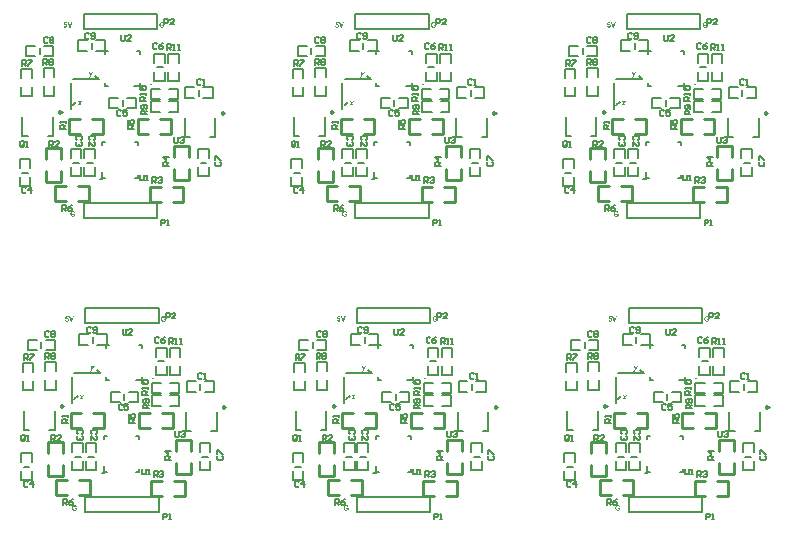
<source format=gto>
G04*
G04 #@! TF.GenerationSoftware,Altium Limited,Altium Designer,20.0.13 (296)*
G04*
G04 Layer_Color=65535*
%FSLAX25Y25*%
%MOIN*%
G70*
G01*
G75*
%ADD10C,0.00984*%
%ADD11C,0.00787*%
%ADD12C,0.00591*%
%ADD13C,0.01000*%
%ADD14C,0.00598*%
G36*
X200790Y5732D02*
X200818Y5730D01*
X200852Y5727D01*
X200887Y5725D01*
X200925Y5717D01*
X201007Y5702D01*
X201091Y5676D01*
X201135Y5661D01*
X201175Y5643D01*
X201214Y5623D01*
X201249Y5597D01*
X201252Y5595D01*
X201257Y5592D01*
X201267Y5582D01*
X201280Y5571D01*
X201295Y5559D01*
X201311Y5541D01*
X201328Y5520D01*
X201349Y5498D01*
X201369Y5472D01*
X201390Y5444D01*
X201410Y5413D01*
X201428Y5378D01*
X201448Y5342D01*
X201464Y5304D01*
X201479Y5260D01*
X201489Y5217D01*
X201135Y5151D01*
Y5153D01*
X201132Y5156D01*
X201127Y5171D01*
X201117Y5194D01*
X201101Y5225D01*
X201084Y5258D01*
X201058Y5291D01*
X201027Y5324D01*
X200992Y5355D01*
X200987Y5357D01*
X200974Y5367D01*
X200951Y5380D01*
X200923Y5393D01*
X200885Y5408D01*
X200841Y5418D01*
X200793Y5429D01*
X200737Y5431D01*
X200714D01*
X200699Y5429D01*
X200678Y5426D01*
X200655Y5424D01*
X200630Y5418D01*
X200602Y5413D01*
X200543Y5396D01*
X200512Y5383D01*
X200482Y5367D01*
X200451Y5350D01*
X200421Y5332D01*
X200393Y5306D01*
X200364Y5281D01*
X200362Y5278D01*
X200359Y5273D01*
X200352Y5266D01*
X200344Y5253D01*
X200334Y5237D01*
X200321Y5220D01*
X200308Y5197D01*
X200298Y5171D01*
X200286Y5141D01*
X200273Y5107D01*
X200260Y5072D01*
X200250Y5034D01*
X200242Y4990D01*
X200235Y4942D01*
X200232Y4893D01*
X200229Y4840D01*
Y4837D01*
Y4827D01*
Y4809D01*
X200232Y4789D01*
X200235Y4761D01*
X200237Y4733D01*
X200242Y4697D01*
X200247Y4661D01*
X200262Y4585D01*
X200288Y4506D01*
X200303Y4467D01*
X200321Y4432D01*
X200344Y4396D01*
X200367Y4365D01*
X200370Y4363D01*
X200375Y4358D01*
X200382Y4350D01*
X200393Y4340D01*
X200408Y4330D01*
X200423Y4314D01*
X200444Y4302D01*
X200466Y4286D01*
X200492Y4271D01*
X200518Y4258D01*
X200581Y4233D01*
X200617Y4223D01*
X200653Y4215D01*
X200693Y4210D01*
X200734Y4207D01*
X200755D01*
X200775Y4210D01*
X200806Y4212D01*
X200839Y4217D01*
X200877Y4225D01*
X200918Y4235D01*
X200959Y4251D01*
X200961D01*
X200964Y4253D01*
X200976Y4258D01*
X200999Y4268D01*
X201025Y4281D01*
X201056Y4296D01*
X201089Y4314D01*
X201122Y4335D01*
X201152Y4358D01*
Y4585D01*
X200745D01*
Y4883D01*
X201512D01*
Y4174D01*
X201507Y4169D01*
X201499Y4164D01*
X201492Y4156D01*
X201479Y4146D01*
X201466Y4136D01*
X201430Y4110D01*
X201382Y4082D01*
X201326Y4049D01*
X201262Y4016D01*
X201186Y3985D01*
X201183D01*
X201175Y3983D01*
X201165Y3978D01*
X201150Y3973D01*
X201130Y3968D01*
X201107Y3960D01*
X201081Y3952D01*
X201053Y3945D01*
X200989Y3929D01*
X200915Y3917D01*
X200839Y3906D01*
X200757Y3904D01*
X200729D01*
X200711Y3906D01*
X200686D01*
X200658Y3909D01*
X200627Y3914D01*
X200591Y3919D01*
X200518Y3932D01*
X200436Y3952D01*
X200352Y3980D01*
X200313Y3998D01*
X200273Y4019D01*
X200270Y4021D01*
X200265Y4024D01*
X200252Y4031D01*
X200240Y4042D01*
X200222Y4052D01*
X200204Y4067D01*
X200181Y4085D01*
X200158Y4105D01*
X200107Y4151D01*
X200056Y4210D01*
X200008Y4276D01*
X199964Y4353D01*
Y4355D01*
X199959Y4363D01*
X199954Y4376D01*
X199949Y4391D01*
X199941Y4411D01*
X199931Y4434D01*
X199923Y4462D01*
X199913Y4493D01*
X199903Y4526D01*
X199895Y4564D01*
X199878Y4643D01*
X199867Y4730D01*
X199862Y4824D01*
Y4827D01*
Y4837D01*
Y4852D01*
X199865Y4870D01*
Y4896D01*
X199867Y4924D01*
X199872Y4954D01*
X199878Y4990D01*
X199890Y5064D01*
X199911Y5148D01*
X199939Y5232D01*
X199957Y5273D01*
X199977Y5314D01*
X199979Y5316D01*
X199982Y5324D01*
X199990Y5334D01*
X199997Y5350D01*
X200010Y5367D01*
X200025Y5388D01*
X200043Y5411D01*
X200061Y5436D01*
X200084Y5462D01*
X200110Y5490D01*
X200138Y5518D01*
X200168Y5546D01*
X200201Y5571D01*
X200235Y5600D01*
X200313Y5646D01*
X200316D01*
X200321Y5651D01*
X200331Y5653D01*
X200344Y5661D01*
X200362Y5666D01*
X200380Y5674D01*
X200405Y5681D01*
X200431Y5691D01*
X200459Y5699D01*
X200492Y5707D01*
X200528Y5714D01*
X200563Y5722D01*
X200645Y5732D01*
X200737Y5735D01*
X200767D01*
X200790Y5732D01*
D02*
G37*
G36*
X230456Y68724D02*
X230484Y68722D01*
X230517Y68719D01*
X230553Y68717D01*
X230591Y68709D01*
X230673Y68694D01*
X230757Y68668D01*
X230800Y68653D01*
X230841Y68635D01*
X230879Y68615D01*
X230915Y68589D01*
X230917Y68587D01*
X230922Y68584D01*
X230933Y68574D01*
X230945Y68564D01*
X230961Y68551D01*
X230976Y68533D01*
X230994Y68513D01*
X231014Y68490D01*
X231035Y68464D01*
X231055Y68436D01*
X231075Y68406D01*
X231093Y68370D01*
X231114Y68334D01*
X231129Y68296D01*
X231144Y68253D01*
X231154Y68209D01*
X230800Y68143D01*
Y68146D01*
X230797Y68148D01*
X230792Y68163D01*
X230782Y68186D01*
X230767Y68217D01*
X230749Y68250D01*
X230724Y68283D01*
X230693Y68316D01*
X230657Y68347D01*
X230652Y68349D01*
X230639Y68360D01*
X230616Y68372D01*
X230588Y68385D01*
X230550Y68401D01*
X230507Y68411D01*
X230458Y68421D01*
X230402Y68423D01*
X230379D01*
X230364Y68421D01*
X230344Y68418D01*
X230321Y68416D01*
X230295Y68411D01*
X230267Y68406D01*
X230208Y68388D01*
X230178Y68375D01*
X230147Y68360D01*
X230117Y68342D01*
X230086Y68324D01*
X230058Y68299D01*
X230030Y68273D01*
X230027Y68270D01*
X230025Y68265D01*
X230017Y68258D01*
X230010Y68245D01*
X229999Y68230D01*
X229987Y68212D01*
X229974Y68189D01*
X229964Y68163D01*
X229951Y68133D01*
X229938Y68100D01*
X229925Y68064D01*
X229915Y68026D01*
X229907Y67982D01*
X229900Y67934D01*
X229897Y67885D01*
X229895Y67832D01*
Y67829D01*
Y67819D01*
Y67801D01*
X229897Y67781D01*
X229900Y67753D01*
X229902Y67725D01*
X229907Y67689D01*
X229913Y67653D01*
X229928Y67577D01*
X229953Y67498D01*
X229969Y67459D01*
X229987Y67424D01*
X230010Y67388D01*
X230032Y67357D01*
X230035Y67355D01*
X230040Y67350D01*
X230048Y67342D01*
X230058Y67332D01*
X230073Y67322D01*
X230088Y67307D01*
X230109Y67294D01*
X230132Y67278D01*
X230157Y67263D01*
X230183Y67250D01*
X230247Y67225D01*
X230282Y67215D01*
X230318Y67207D01*
X230359Y67202D01*
X230400Y67199D01*
X230420D01*
X230440Y67202D01*
X230471Y67204D01*
X230504Y67210D01*
X230542Y67217D01*
X230583Y67228D01*
X230624Y67243D01*
X230627D01*
X230629Y67245D01*
X230642Y67250D01*
X230665Y67261D01*
X230690Y67273D01*
X230721Y67289D01*
X230754Y67307D01*
X230787Y67327D01*
X230818Y67350D01*
Y67577D01*
X230410D01*
Y67875D01*
X231177D01*
Y67166D01*
X231172Y67161D01*
X231165Y67156D01*
X231157Y67148D01*
X231144Y67138D01*
X231132Y67128D01*
X231096Y67102D01*
X231047Y67075D01*
X230991Y67041D01*
X230927Y67008D01*
X230851Y66978D01*
X230849D01*
X230841Y66975D01*
X230831Y66970D01*
X230815Y66965D01*
X230795Y66960D01*
X230772Y66952D01*
X230747Y66944D01*
X230718Y66937D01*
X230655Y66922D01*
X230581Y66909D01*
X230504Y66899D01*
X230423Y66896D01*
X230395D01*
X230377Y66899D01*
X230351D01*
X230323Y66901D01*
X230293Y66906D01*
X230257Y66911D01*
X230183Y66924D01*
X230101Y66944D01*
X230017Y66973D01*
X229979Y66990D01*
X229938Y67011D01*
X229936Y67013D01*
X229930Y67016D01*
X229918Y67023D01*
X229905Y67034D01*
X229887Y67044D01*
X229869Y67059D01*
X229846Y67077D01*
X229823Y67097D01*
X229772Y67143D01*
X229721Y67202D01*
X229673Y67268D01*
X229630Y67345D01*
Y67347D01*
X229624Y67355D01*
X229619Y67368D01*
X229614Y67383D01*
X229607Y67403D01*
X229596Y67426D01*
X229589Y67454D01*
X229578Y67485D01*
X229568Y67518D01*
X229561Y67556D01*
X229543Y67636D01*
X229533Y67722D01*
X229528Y67817D01*
Y67819D01*
Y67829D01*
Y67845D01*
X229530Y67862D01*
Y67888D01*
X229533Y67916D01*
X229538Y67947D01*
X229543Y67982D01*
X229556Y68056D01*
X229576Y68140D01*
X229604Y68225D01*
X229622Y68265D01*
X229642Y68306D01*
X229645Y68309D01*
X229647Y68316D01*
X229655Y68326D01*
X229663Y68342D01*
X229676Y68360D01*
X229691Y68380D01*
X229709Y68403D01*
X229727Y68428D01*
X229749Y68454D01*
X229775Y68482D01*
X229803Y68510D01*
X229834Y68538D01*
X229867Y68564D01*
X229900Y68592D01*
X229979Y68638D01*
X229981D01*
X229987Y68643D01*
X229997Y68645D01*
X230010Y68653D01*
X230027Y68658D01*
X230045Y68666D01*
X230071Y68673D01*
X230096Y68683D01*
X230124Y68691D01*
X230157Y68699D01*
X230193Y68707D01*
X230229Y68714D01*
X230310Y68724D01*
X230402Y68727D01*
X230433D01*
X230456Y68724D01*
D02*
G37*
G36*
X199917Y66929D02*
X199532D01*
X198900Y68694D01*
X199285D01*
X199734Y67388D01*
X200165Y68694D01*
X200545D01*
X199917Y66929D01*
D02*
G37*
G36*
X198747Y68355D02*
X198107D01*
X198053Y68054D01*
X198056D01*
X198058Y68056D01*
X198074Y68064D01*
X198097Y68072D01*
X198125Y68084D01*
X198161Y68094D01*
X198199Y68102D01*
X198242Y68110D01*
X198285Y68112D01*
X198308D01*
X198324Y68110D01*
X198342Y68107D01*
X198364Y68105D01*
X198390Y68100D01*
X198418Y68092D01*
X198477Y68072D01*
X198510Y68059D01*
X198540Y68044D01*
X198574Y68023D01*
X198607Y68000D01*
X198637Y67975D01*
X198668Y67947D01*
X198670Y67944D01*
X198676Y67939D01*
X198683Y67929D01*
X198694Y67916D01*
X198704Y67901D01*
X198719Y67880D01*
X198732Y67857D01*
X198747Y67832D01*
X198762Y67804D01*
X198775Y67771D01*
X198790Y67735D01*
X198801Y67699D01*
X198811Y67658D01*
X198818Y67615D01*
X198823Y67569D01*
X198826Y67521D01*
Y67518D01*
Y67510D01*
Y67500D01*
X198823Y67485D01*
Y67465D01*
X198818Y67442D01*
X198816Y67416D01*
X198811Y67391D01*
X198795Y67330D01*
X198773Y67263D01*
X198757Y67228D01*
X198742Y67194D01*
X198722Y67161D01*
X198699Y67128D01*
X198696Y67125D01*
X198691Y67118D01*
X198681Y67108D01*
X198668Y67092D01*
X198650Y67075D01*
X198627Y67054D01*
X198602Y67034D01*
X198574Y67013D01*
X198540Y66990D01*
X198505Y66970D01*
X198467Y66949D01*
X198423Y66932D01*
X198377Y66916D01*
X198329Y66906D01*
X198275Y66899D01*
X198219Y66896D01*
X198196D01*
X198178Y66899D01*
X198158Y66901D01*
X198133Y66904D01*
X198107Y66906D01*
X198076Y66911D01*
X198015Y66927D01*
X197946Y66952D01*
X197913Y66965D01*
X197880Y66983D01*
X197849Y67003D01*
X197819Y67026D01*
X197816Y67029D01*
X197811Y67031D01*
X197803Y67039D01*
X197793Y67049D01*
X197783Y67064D01*
X197768Y67080D01*
X197755Y67097D01*
X197740Y67118D01*
X197722Y67143D01*
X197707Y67169D01*
X197679Y67230D01*
X197653Y67299D01*
X197645Y67337D01*
X197638Y67378D01*
X197974Y67414D01*
Y67409D01*
X197977Y67396D01*
X197982Y67373D01*
X197990Y67347D01*
X198000Y67319D01*
X198015Y67289D01*
X198036Y67261D01*
X198058Y67233D01*
X198061Y67230D01*
X198071Y67222D01*
X198087Y67212D01*
X198107Y67199D01*
X198130Y67187D01*
X198158Y67177D01*
X198191Y67169D01*
X198224Y67166D01*
X198229D01*
X198242Y67169D01*
X198263Y67171D01*
X198288Y67177D01*
X198316Y67187D01*
X198347Y67202D01*
X198377Y67225D01*
X198405Y67253D01*
X198408Y67258D01*
X198418Y67268D01*
X198428Y67289D01*
X198444Y67319D01*
X198456Y67355D01*
X198469Y67398D01*
X198477Y67452D01*
X198479Y67513D01*
Y67516D01*
Y67521D01*
Y67528D01*
Y67541D01*
X198477Y67569D01*
X198469Y67605D01*
X198461Y67646D01*
X198449Y67686D01*
X198431Y67725D01*
X198405Y67758D01*
X198403Y67760D01*
X198393Y67771D01*
X198375Y67783D01*
X198354Y67801D01*
X198326Y67817D01*
X198293Y67829D01*
X198255Y67839D01*
X198214Y67842D01*
X198199D01*
X198189Y67839D01*
X198163Y67834D01*
X198127Y67827D01*
X198087Y67811D01*
X198043Y67788D01*
X198020Y67773D01*
X197997Y67755D01*
X197974Y67735D01*
X197951Y67712D01*
X197679Y67750D01*
X197852Y68671D01*
X198747D01*
Y68355D01*
D02*
G37*
G36*
X206628Y50662D02*
Y50660D01*
X206623Y50655D01*
X206618Y50647D01*
X206612Y50634D01*
X206595Y50604D01*
X206572Y50568D01*
X206546Y50527D01*
X206521Y50486D01*
X206495Y50451D01*
X206472Y50420D01*
X206470Y50418D01*
X206462Y50407D01*
X206452Y50395D01*
X206436Y50379D01*
X206416Y50362D01*
X206393Y50344D01*
X206368Y50326D01*
X206340Y50308D01*
X206337Y50305D01*
X206327Y50303D01*
X206309Y50295D01*
X206286Y50288D01*
X206258Y50280D01*
X206227Y50275D01*
X206192Y50270D01*
X206151Y50267D01*
X206131D01*
X206110Y50270D01*
X206080Y50272D01*
X206044Y50277D01*
X206000Y50285D01*
X205955Y50295D01*
X205906Y50308D01*
X205934Y50566D01*
X205937D01*
X205944Y50563D01*
X205957Y50560D01*
X205972Y50555D01*
X205990Y50553D01*
X206011Y50548D01*
X206054Y50545D01*
X206062D01*
X206069Y50548D01*
X206080Y50550D01*
X206110Y50558D01*
X206128Y50566D01*
X206146Y50576D01*
X206166Y50589D01*
X206187Y50604D01*
X206210Y50624D01*
X206233Y50647D01*
X206253Y50675D01*
X206276Y50708D01*
X206296Y50744D01*
X206317Y50787D01*
X206095Y52068D01*
X206439D01*
X206523Y51427D01*
Y51425D01*
X206526Y51417D01*
Y51405D01*
X206528Y51387D01*
X206531Y51369D01*
X206533Y51346D01*
X206541Y51292D01*
X206546Y51236D01*
X206554Y51180D01*
X206559Y51129D01*
X206561Y51106D01*
Y51088D01*
X206564Y51093D01*
X206569Y51106D01*
X206574Y51119D01*
X206582Y51137D01*
X206590Y51160D01*
X206600Y51183D01*
X206610Y51211D01*
X206638Y51272D01*
X206669Y51341D01*
X206707Y51417D01*
X206748Y51496D01*
X207054Y52068D01*
X207418D01*
X206628Y50662D01*
D02*
G37*
G36*
X203233Y41658D02*
X203557Y41043D01*
X203190D01*
X203004Y41398D01*
X202688Y41043D01*
X202264D01*
X202851Y41696D01*
X202527Y42323D01*
X202894D01*
X203080Y41959D01*
X203407Y42323D01*
X203828D01*
X203233Y41658D01*
D02*
G37*
G36*
X110239Y5732D02*
X110267Y5730D01*
X110300Y5727D01*
X110336Y5725D01*
X110374Y5717D01*
X110456Y5702D01*
X110540Y5676D01*
X110583Y5661D01*
X110624Y5643D01*
X110662Y5623D01*
X110698Y5597D01*
X110701Y5595D01*
X110706Y5592D01*
X110716Y5582D01*
X110729Y5571D01*
X110744Y5559D01*
X110759Y5541D01*
X110777Y5520D01*
X110798Y5498D01*
X110818Y5472D01*
X110838Y5444D01*
X110859Y5413D01*
X110877Y5378D01*
X110897Y5342D01*
X110912Y5304D01*
X110928Y5260D01*
X110938Y5217D01*
X110583Y5151D01*
Y5153D01*
X110581Y5156D01*
X110576Y5171D01*
X110566Y5194D01*
X110550Y5225D01*
X110532Y5258D01*
X110507Y5291D01*
X110476Y5324D01*
X110441Y5355D01*
X110436Y5357D01*
X110423Y5367D01*
X110400Y5380D01*
X110372Y5393D01*
X110334Y5408D01*
X110290Y5418D01*
X110242Y5429D01*
X110186Y5431D01*
X110163D01*
X110147Y5429D01*
X110127Y5426D01*
X110104Y5424D01*
X110079Y5418D01*
X110050Y5413D01*
X109992Y5396D01*
X109961Y5383D01*
X109931Y5367D01*
X109900Y5350D01*
X109870Y5332D01*
X109841Y5306D01*
X109813Y5281D01*
X109811Y5278D01*
X109808Y5273D01*
X109801Y5266D01*
X109793Y5253D01*
X109783Y5237D01*
X109770Y5220D01*
X109757Y5197D01*
X109747Y5171D01*
X109734Y5141D01*
X109722Y5107D01*
X109709Y5072D01*
X109699Y5034D01*
X109691Y4990D01*
X109683Y4942D01*
X109681Y4893D01*
X109678Y4840D01*
Y4837D01*
Y4827D01*
Y4809D01*
X109681Y4789D01*
X109683Y4761D01*
X109686Y4733D01*
X109691Y4697D01*
X109696Y4661D01*
X109711Y4585D01*
X109737Y4506D01*
X109752Y4467D01*
X109770Y4432D01*
X109793Y4396D01*
X109816Y4365D01*
X109818Y4363D01*
X109824Y4358D01*
X109831Y4350D01*
X109841Y4340D01*
X109857Y4330D01*
X109872Y4314D01*
X109892Y4302D01*
X109915Y4286D01*
X109941Y4271D01*
X109966Y4258D01*
X110030Y4233D01*
X110066Y4223D01*
X110101Y4215D01*
X110142Y4210D01*
X110183Y4207D01*
X110204D01*
X110224Y4210D01*
X110255Y4212D01*
X110288Y4217D01*
X110326Y4225D01*
X110367Y4235D01*
X110407Y4251D01*
X110410D01*
X110413Y4253D01*
X110425Y4258D01*
X110448Y4268D01*
X110474Y4281D01*
X110504Y4296D01*
X110538Y4314D01*
X110571Y4335D01*
X110601Y4358D01*
Y4585D01*
X110193D01*
Y4883D01*
X110961D01*
Y4174D01*
X110956Y4169D01*
X110948Y4164D01*
X110941Y4156D01*
X110928Y4146D01*
X110915Y4136D01*
X110879Y4110D01*
X110831Y4082D01*
X110775Y4049D01*
X110711Y4016D01*
X110635Y3985D01*
X110632D01*
X110624Y3983D01*
X110614Y3978D01*
X110599Y3973D01*
X110578Y3968D01*
X110555Y3960D01*
X110530Y3952D01*
X110502Y3945D01*
X110438Y3929D01*
X110364Y3917D01*
X110288Y3906D01*
X110206Y3904D01*
X110178D01*
X110160Y3906D01*
X110135D01*
X110107Y3909D01*
X110076Y3914D01*
X110040Y3919D01*
X109966Y3932D01*
X109885Y3952D01*
X109801Y3980D01*
X109762Y3998D01*
X109722Y4019D01*
X109719Y4021D01*
X109714Y4024D01*
X109701Y4031D01*
X109688Y4042D01*
X109671Y4052D01*
X109653Y4067D01*
X109630Y4085D01*
X109607Y4105D01*
X109556Y4151D01*
X109505Y4210D01*
X109456Y4276D01*
X109413Y4353D01*
Y4355D01*
X109408Y4363D01*
X109403Y4376D01*
X109398Y4391D01*
X109390Y4411D01*
X109380Y4434D01*
X109372Y4462D01*
X109362Y4493D01*
X109352Y4526D01*
X109344Y4564D01*
X109326Y4643D01*
X109316Y4730D01*
X109311Y4824D01*
Y4827D01*
Y4837D01*
Y4852D01*
X109314Y4870D01*
Y4896D01*
X109316Y4924D01*
X109321Y4954D01*
X109326Y4990D01*
X109339Y5064D01*
X109360Y5148D01*
X109388Y5232D01*
X109405Y5273D01*
X109426Y5314D01*
X109428Y5316D01*
X109431Y5324D01*
X109439Y5334D01*
X109446Y5350D01*
X109459Y5367D01*
X109474Y5388D01*
X109492Y5411D01*
X109510Y5436D01*
X109533Y5462D01*
X109558Y5490D01*
X109586Y5518D01*
X109617Y5546D01*
X109650Y5571D01*
X109683Y5600D01*
X109762Y5646D01*
X109765D01*
X109770Y5651D01*
X109780Y5653D01*
X109793Y5661D01*
X109811Y5666D01*
X109829Y5674D01*
X109854Y5681D01*
X109880Y5691D01*
X109908Y5699D01*
X109941Y5707D01*
X109977Y5714D01*
X110012Y5722D01*
X110094Y5732D01*
X110186Y5735D01*
X110216D01*
X110239Y5732D01*
D02*
G37*
G36*
X139905Y68724D02*
X139933Y68722D01*
X139966Y68719D01*
X140001Y68717D01*
X140040Y68709D01*
X140121Y68694D01*
X140206Y68668D01*
X140249Y68653D01*
X140290Y68635D01*
X140328Y68615D01*
X140364Y68589D01*
X140366Y68587D01*
X140371Y68584D01*
X140381Y68574D01*
X140394Y68564D01*
X140410Y68551D01*
X140425Y68533D01*
X140443Y68513D01*
X140463Y68490D01*
X140483Y68464D01*
X140504Y68436D01*
X140524Y68406D01*
X140542Y68370D01*
X140562Y68334D01*
X140578Y68296D01*
X140593Y68253D01*
X140603Y68209D01*
X140249Y68143D01*
Y68146D01*
X140246Y68148D01*
X140241Y68163D01*
X140231Y68186D01*
X140216Y68217D01*
X140198Y68250D01*
X140172Y68283D01*
X140142Y68316D01*
X140106Y68347D01*
X140101Y68349D01*
X140088Y68360D01*
X140065Y68372D01*
X140037Y68385D01*
X139999Y68401D01*
X139956Y68411D01*
X139907Y68421D01*
X139851Y68423D01*
X139828D01*
X139813Y68421D01*
X139792Y68418D01*
X139769Y68416D01*
X139744Y68411D01*
X139716Y68406D01*
X139657Y68388D01*
X139627Y68375D01*
X139596Y68360D01*
X139565Y68342D01*
X139535Y68324D01*
X139507Y68299D01*
X139479Y68273D01*
X139476Y68270D01*
X139474Y68265D01*
X139466Y68258D01*
X139458Y68245D01*
X139448Y68230D01*
X139435Y68212D01*
X139423Y68189D01*
X139412Y68163D01*
X139400Y68133D01*
X139387Y68100D01*
X139374Y68064D01*
X139364Y68026D01*
X139356Y67982D01*
X139349Y67934D01*
X139346Y67885D01*
X139344Y67832D01*
Y67829D01*
Y67819D01*
Y67801D01*
X139346Y67781D01*
X139349Y67753D01*
X139351Y67725D01*
X139356Y67689D01*
X139361Y67653D01*
X139377Y67577D01*
X139402Y67498D01*
X139418Y67459D01*
X139435Y67424D01*
X139458Y67388D01*
X139481Y67357D01*
X139484Y67355D01*
X139489Y67350D01*
X139497Y67342D01*
X139507Y67332D01*
X139522Y67322D01*
X139537Y67307D01*
X139558Y67294D01*
X139581Y67278D01*
X139606Y67263D01*
X139632Y67250D01*
X139696Y67225D01*
X139731Y67215D01*
X139767Y67207D01*
X139808Y67202D01*
X139848Y67199D01*
X139869D01*
X139889Y67202D01*
X139920Y67204D01*
X139953Y67210D01*
X139991Y67217D01*
X140032Y67228D01*
X140073Y67243D01*
X140075D01*
X140078Y67245D01*
X140091Y67250D01*
X140114Y67261D01*
X140139Y67273D01*
X140170Y67289D01*
X140203Y67307D01*
X140236Y67327D01*
X140267Y67350D01*
Y67577D01*
X139859D01*
Y67875D01*
X140626D01*
Y67166D01*
X140621Y67161D01*
X140613Y67156D01*
X140606Y67148D01*
X140593Y67138D01*
X140580Y67128D01*
X140545Y67102D01*
X140496Y67075D01*
X140440Y67041D01*
X140376Y67008D01*
X140300Y66978D01*
X140297D01*
X140290Y66975D01*
X140279Y66970D01*
X140264Y66965D01*
X140244Y66960D01*
X140221Y66952D01*
X140195Y66944D01*
X140167Y66937D01*
X140103Y66922D01*
X140030Y66909D01*
X139953Y66899D01*
X139871Y66896D01*
X139843D01*
X139825Y66899D01*
X139800D01*
X139772Y66901D01*
X139741Y66906D01*
X139706Y66911D01*
X139632Y66924D01*
X139550Y66944D01*
X139466Y66973D01*
X139428Y66990D01*
X139387Y67011D01*
X139384Y67013D01*
X139379Y67016D01*
X139366Y67023D01*
X139354Y67034D01*
X139336Y67044D01*
X139318Y67059D01*
X139295Y67077D01*
X139272Y67097D01*
X139221Y67143D01*
X139170Y67202D01*
X139122Y67268D01*
X139078Y67345D01*
Y67347D01*
X139073Y67355D01*
X139068Y67368D01*
X139063Y67383D01*
X139055Y67403D01*
X139045Y67426D01*
X139038Y67454D01*
X139027Y67485D01*
X139017Y67518D01*
X139009Y67556D01*
X138992Y67636D01*
X138981Y67722D01*
X138976Y67817D01*
Y67819D01*
Y67829D01*
Y67845D01*
X138979Y67862D01*
Y67888D01*
X138981Y67916D01*
X138987Y67947D01*
X138992Y67982D01*
X139004Y68056D01*
X139025Y68140D01*
X139053Y68225D01*
X139071Y68265D01*
X139091Y68306D01*
X139094Y68309D01*
X139096Y68316D01*
X139104Y68326D01*
X139111Y68342D01*
X139124Y68360D01*
X139140Y68380D01*
X139157Y68403D01*
X139175Y68428D01*
X139198Y68454D01*
X139224Y68482D01*
X139252Y68510D01*
X139282Y68538D01*
X139315Y68564D01*
X139349Y68592D01*
X139428Y68638D01*
X139430D01*
X139435Y68643D01*
X139446Y68645D01*
X139458Y68653D01*
X139476Y68658D01*
X139494Y68666D01*
X139520Y68673D01*
X139545Y68683D01*
X139573Y68691D01*
X139606Y68699D01*
X139642Y68707D01*
X139678Y68714D01*
X139759Y68724D01*
X139851Y68727D01*
X139882D01*
X139905Y68724D01*
D02*
G37*
G36*
X109366Y66929D02*
X108981D01*
X108349Y68694D01*
X108734D01*
X109183Y67388D01*
X109614Y68694D01*
X109994D01*
X109366Y66929D01*
D02*
G37*
G36*
X108196Y68355D02*
X107556D01*
X107502Y68054D01*
X107505D01*
X107507Y68056D01*
X107523Y68064D01*
X107546Y68072D01*
X107574Y68084D01*
X107609Y68094D01*
X107648Y68102D01*
X107691Y68110D01*
X107734Y68112D01*
X107757D01*
X107773Y68110D01*
X107790Y68107D01*
X107813Y68105D01*
X107839Y68100D01*
X107867Y68092D01*
X107925Y68072D01*
X107959Y68059D01*
X107989Y68044D01*
X108022Y68023D01*
X108056Y68000D01*
X108086Y67975D01*
X108117Y67947D01*
X108119Y67944D01*
X108124Y67939D01*
X108132Y67929D01*
X108142Y67916D01*
X108152Y67901D01*
X108168Y67880D01*
X108180Y67857D01*
X108196Y67832D01*
X108211Y67804D01*
X108224Y67771D01*
X108239Y67735D01*
X108249Y67699D01*
X108260Y67658D01*
X108267Y67615D01*
X108272Y67569D01*
X108275Y67521D01*
Y67518D01*
Y67510D01*
Y67500D01*
X108272Y67485D01*
Y67465D01*
X108267Y67442D01*
X108265Y67416D01*
X108260Y67391D01*
X108244Y67330D01*
X108221Y67263D01*
X108206Y67228D01*
X108191Y67194D01*
X108170Y67161D01*
X108147Y67128D01*
X108145Y67125D01*
X108140Y67118D01*
X108130Y67108D01*
X108117Y67092D01*
X108099Y67075D01*
X108076Y67054D01*
X108051Y67034D01*
X108022Y67013D01*
X107989Y66990D01*
X107954Y66970D01*
X107915Y66949D01*
X107872Y66932D01*
X107826Y66916D01*
X107778Y66906D01*
X107724Y66899D01*
X107668Y66896D01*
X107645D01*
X107627Y66899D01*
X107607Y66901D01*
X107581Y66904D01*
X107556Y66906D01*
X107525Y66911D01*
X107464Y66927D01*
X107395Y66952D01*
X107362Y66965D01*
X107329Y66983D01*
X107298Y67003D01*
X107268Y67026D01*
X107265Y67029D01*
X107260Y67031D01*
X107252Y67039D01*
X107242Y67049D01*
X107232Y67064D01*
X107217Y67080D01*
X107204Y67097D01*
X107189Y67118D01*
X107171Y67143D01*
X107155Y67169D01*
X107127Y67230D01*
X107102Y67299D01*
X107094Y67337D01*
X107087Y67378D01*
X107423Y67414D01*
Y67409D01*
X107426Y67396D01*
X107431Y67373D01*
X107439Y67347D01*
X107449Y67319D01*
X107464Y67289D01*
X107484Y67261D01*
X107507Y67233D01*
X107510Y67230D01*
X107520Y67222D01*
X107535Y67212D01*
X107556Y67199D01*
X107579Y67187D01*
X107607Y67177D01*
X107640Y67169D01*
X107673Y67166D01*
X107678D01*
X107691Y67169D01*
X107711Y67171D01*
X107737Y67177D01*
X107765Y67187D01*
X107796Y67202D01*
X107826Y67225D01*
X107854Y67253D01*
X107857Y67258D01*
X107867Y67268D01*
X107877Y67289D01*
X107892Y67319D01*
X107905Y67355D01*
X107918Y67398D01*
X107925Y67452D01*
X107928Y67513D01*
Y67516D01*
Y67521D01*
Y67528D01*
Y67541D01*
X107925Y67569D01*
X107918Y67605D01*
X107910Y67646D01*
X107897Y67686D01*
X107880Y67725D01*
X107854Y67758D01*
X107852Y67760D01*
X107841Y67771D01*
X107824Y67783D01*
X107803Y67801D01*
X107775Y67817D01*
X107742Y67829D01*
X107704Y67839D01*
X107663Y67842D01*
X107648D01*
X107637Y67839D01*
X107612Y67834D01*
X107576Y67827D01*
X107535Y67811D01*
X107492Y67788D01*
X107469Y67773D01*
X107446Y67755D01*
X107423Y67735D01*
X107400Y67712D01*
X107127Y67750D01*
X107301Y68671D01*
X108196D01*
Y68355D01*
D02*
G37*
G36*
X116077Y50662D02*
Y50660D01*
X116071Y50655D01*
X116066Y50647D01*
X116061Y50634D01*
X116043Y50604D01*
X116021Y50568D01*
X115995Y50527D01*
X115970Y50486D01*
X115944Y50451D01*
X115921Y50420D01*
X115919Y50418D01*
X115911Y50407D01*
X115901Y50395D01*
X115885Y50379D01*
X115865Y50362D01*
X115842Y50344D01*
X115816Y50326D01*
X115788Y50308D01*
X115786Y50305D01*
X115776Y50303D01*
X115758Y50295D01*
X115735Y50288D01*
X115707Y50280D01*
X115676Y50275D01*
X115640Y50270D01*
X115600Y50267D01*
X115579D01*
X115559Y50270D01*
X115528Y50272D01*
X115493Y50277D01*
X115449Y50285D01*
X115403Y50295D01*
X115355Y50308D01*
X115383Y50566D01*
X115385D01*
X115393Y50563D01*
X115406Y50560D01*
X115421Y50555D01*
X115439Y50553D01*
X115460Y50548D01*
X115503Y50545D01*
X115510D01*
X115518Y50548D01*
X115528Y50550D01*
X115559Y50558D01*
X115577Y50566D01*
X115595Y50576D01*
X115615Y50589D01*
X115635Y50604D01*
X115658Y50624D01*
X115681Y50647D01*
X115702Y50675D01*
X115725Y50708D01*
X115745Y50744D01*
X115766Y50787D01*
X115544Y52068D01*
X115888D01*
X115972Y51427D01*
Y51425D01*
X115975Y51417D01*
Y51405D01*
X115977Y51387D01*
X115980Y51369D01*
X115982Y51346D01*
X115990Y51292D01*
X115995Y51236D01*
X116003Y51180D01*
X116008Y51129D01*
X116010Y51106D01*
Y51088D01*
X116013Y51093D01*
X116018Y51106D01*
X116023Y51119D01*
X116031Y51137D01*
X116038Y51160D01*
X116049Y51183D01*
X116059Y51211D01*
X116087Y51272D01*
X116117Y51341D01*
X116156Y51417D01*
X116196Y51496D01*
X116502Y52068D01*
X116867D01*
X116077Y50662D01*
D02*
G37*
G36*
X112682Y41658D02*
X113006Y41043D01*
X112639D01*
X112453Y41398D01*
X112136Y41043D01*
X111713D01*
X112300Y41696D01*
X111976Y42323D01*
X112343D01*
X112529Y41959D01*
X112856Y42323D01*
X113276D01*
X112682Y41658D01*
D02*
G37*
G36*
X19688Y5732D02*
X19716Y5730D01*
X19749Y5727D01*
X19785Y5725D01*
X19823Y5717D01*
X19905Y5702D01*
X19989Y5676D01*
X20032Y5661D01*
X20073Y5643D01*
X20111Y5623D01*
X20147Y5597D01*
X20150Y5595D01*
X20155Y5592D01*
X20165Y5582D01*
X20178Y5571D01*
X20193Y5559D01*
X20208Y5541D01*
X20226Y5520D01*
X20246Y5498D01*
X20267Y5472D01*
X20287Y5444D01*
X20308Y5413D01*
X20325Y5378D01*
X20346Y5342D01*
X20361Y5304D01*
X20377Y5260D01*
X20387Y5217D01*
X20032Y5151D01*
Y5153D01*
X20030Y5156D01*
X20025Y5171D01*
X20014Y5194D01*
X19999Y5225D01*
X19981Y5258D01*
X19956Y5291D01*
X19925Y5324D01*
X19890Y5355D01*
X19884Y5357D01*
X19872Y5367D01*
X19849Y5380D01*
X19821Y5393D01*
X19782Y5408D01*
X19739Y5418D01*
X19691Y5429D01*
X19635Y5431D01*
X19612D01*
X19596Y5429D01*
X19576Y5426D01*
X19553Y5424D01*
X19527Y5418D01*
X19499Y5413D01*
X19441Y5396D01*
X19410Y5383D01*
X19379Y5367D01*
X19349Y5350D01*
X19318Y5332D01*
X19290Y5306D01*
X19262Y5281D01*
X19260Y5278D01*
X19257Y5273D01*
X19249Y5266D01*
X19242Y5253D01*
X19232Y5237D01*
X19219Y5220D01*
X19206Y5197D01*
X19196Y5171D01*
X19183Y5141D01*
X19170Y5107D01*
X19158Y5072D01*
X19147Y5034D01*
X19140Y4990D01*
X19132Y4942D01*
X19130Y4893D01*
X19127Y4840D01*
Y4837D01*
Y4827D01*
Y4809D01*
X19130Y4789D01*
X19132Y4761D01*
X19135Y4733D01*
X19140Y4697D01*
X19145Y4661D01*
X19160Y4585D01*
X19186Y4506D01*
X19201Y4467D01*
X19219Y4432D01*
X19242Y4396D01*
X19265Y4365D01*
X19267Y4363D01*
X19272Y4358D01*
X19280Y4350D01*
X19290Y4340D01*
X19306Y4330D01*
X19321Y4314D01*
X19341Y4302D01*
X19364Y4286D01*
X19390Y4271D01*
X19415Y4258D01*
X19479Y4233D01*
X19515Y4223D01*
X19550Y4215D01*
X19591Y4210D01*
X19632Y4207D01*
X19652D01*
X19673Y4210D01*
X19703Y4212D01*
X19737Y4217D01*
X19775Y4225D01*
X19816Y4235D01*
X19856Y4251D01*
X19859D01*
X19861Y4253D01*
X19874Y4258D01*
X19897Y4268D01*
X19923Y4281D01*
X19953Y4296D01*
X19986Y4314D01*
X20019Y4335D01*
X20050Y4358D01*
Y4585D01*
X19642D01*
Y4883D01*
X20410D01*
Y4174D01*
X20405Y4169D01*
X20397Y4164D01*
X20389Y4156D01*
X20377Y4146D01*
X20364Y4136D01*
X20328Y4110D01*
X20280Y4082D01*
X20223Y4049D01*
X20160Y4016D01*
X20083Y3985D01*
X20081D01*
X20073Y3983D01*
X20063Y3978D01*
X20048Y3973D01*
X20027Y3968D01*
X20004Y3960D01*
X19979Y3952D01*
X19951Y3945D01*
X19887Y3929D01*
X19813Y3917D01*
X19737Y3906D01*
X19655Y3904D01*
X19627D01*
X19609Y3906D01*
X19583D01*
X19555Y3909D01*
X19525Y3914D01*
X19489Y3919D01*
X19415Y3932D01*
X19334Y3952D01*
X19249Y3980D01*
X19211Y3998D01*
X19170Y4019D01*
X19168Y4021D01*
X19163Y4024D01*
X19150Y4031D01*
X19137Y4042D01*
X19119Y4052D01*
X19102Y4067D01*
X19079Y4085D01*
X19056Y4105D01*
X19005Y4151D01*
X18954Y4210D01*
X18905Y4276D01*
X18862Y4353D01*
Y4355D01*
X18857Y4363D01*
X18852Y4376D01*
X18846Y4391D01*
X18839Y4411D01*
X18829Y4434D01*
X18821Y4462D01*
X18811Y4493D01*
X18801Y4526D01*
X18793Y4564D01*
X18775Y4643D01*
X18765Y4730D01*
X18760Y4824D01*
Y4827D01*
Y4837D01*
Y4852D01*
X18762Y4870D01*
Y4896D01*
X18765Y4924D01*
X18770Y4954D01*
X18775Y4990D01*
X18788Y5064D01*
X18808Y5148D01*
X18836Y5232D01*
X18854Y5273D01*
X18875Y5314D01*
X18877Y5316D01*
X18880Y5324D01*
X18887Y5334D01*
X18895Y5350D01*
X18908Y5367D01*
X18923Y5388D01*
X18941Y5411D01*
X18959Y5436D01*
X18982Y5462D01*
X19007Y5490D01*
X19035Y5518D01*
X19066Y5546D01*
X19099Y5571D01*
X19132Y5600D01*
X19211Y5646D01*
X19214D01*
X19219Y5651D01*
X19229Y5653D01*
X19242Y5661D01*
X19260Y5666D01*
X19277Y5674D01*
X19303Y5681D01*
X19329Y5691D01*
X19356Y5699D01*
X19390Y5707D01*
X19425Y5714D01*
X19461Y5722D01*
X19543Y5732D01*
X19635Y5735D01*
X19665D01*
X19688Y5732D01*
D02*
G37*
G36*
X49353Y68724D02*
X49381Y68722D01*
X49415Y68719D01*
X49450Y68717D01*
X49488Y68709D01*
X49570Y68694D01*
X49654Y68668D01*
X49698Y68653D01*
X49738Y68635D01*
X49777Y68615D01*
X49812Y68589D01*
X49815Y68587D01*
X49820Y68584D01*
X49830Y68574D01*
X49843Y68564D01*
X49858Y68551D01*
X49874Y68533D01*
X49891Y68513D01*
X49912Y68490D01*
X49932Y68464D01*
X49953Y68436D01*
X49973Y68406D01*
X49991Y68370D01*
X50011Y68334D01*
X50027Y68296D01*
X50042Y68253D01*
X50052Y68209D01*
X49698Y68143D01*
Y68146D01*
X49695Y68148D01*
X49690Y68163D01*
X49680Y68186D01*
X49665Y68217D01*
X49647Y68250D01*
X49621Y68283D01*
X49591Y68316D01*
X49555Y68347D01*
X49550Y68349D01*
X49537Y68360D01*
X49514Y68372D01*
X49486Y68385D01*
X49448Y68401D01*
X49404Y68411D01*
X49356Y68421D01*
X49300Y68423D01*
X49277D01*
X49262Y68421D01*
X49241Y68418D01*
X49218Y68416D01*
X49193Y68411D01*
X49165Y68406D01*
X49106Y68388D01*
X49075Y68375D01*
X49045Y68360D01*
X49014Y68342D01*
X48984Y68324D01*
X48956Y68299D01*
X48928Y68273D01*
X48925Y68270D01*
X48922Y68265D01*
X48915Y68258D01*
X48907Y68245D01*
X48897Y68230D01*
X48884Y68212D01*
X48871Y68189D01*
X48861Y68163D01*
X48849Y68133D01*
X48836Y68100D01*
X48823Y68064D01*
X48813Y68026D01*
X48805Y67982D01*
X48798Y67934D01*
X48795Y67885D01*
X48792Y67832D01*
Y67829D01*
Y67819D01*
Y67801D01*
X48795Y67781D01*
X48798Y67753D01*
X48800Y67725D01*
X48805Y67689D01*
X48810Y67653D01*
X48825Y67577D01*
X48851Y67498D01*
X48866Y67459D01*
X48884Y67424D01*
X48907Y67388D01*
X48930Y67357D01*
X48933Y67355D01*
X48938Y67350D01*
X48945Y67342D01*
X48956Y67332D01*
X48971Y67322D01*
X48986Y67307D01*
X49007Y67294D01*
X49029Y67278D01*
X49055Y67263D01*
X49081Y67250D01*
X49144Y67225D01*
X49180Y67215D01*
X49216Y67207D01*
X49257Y67202D01*
X49297Y67199D01*
X49318D01*
X49338Y67202D01*
X49369Y67204D01*
X49402Y67210D01*
X49440Y67217D01*
X49481Y67228D01*
X49522Y67243D01*
X49524D01*
X49527Y67245D01*
X49540Y67250D01*
X49562Y67261D01*
X49588Y67273D01*
X49619Y67289D01*
X49652Y67307D01*
X49685Y67327D01*
X49716Y67350D01*
Y67577D01*
X49308D01*
Y67875D01*
X50075D01*
Y67166D01*
X50070Y67161D01*
X50062Y67156D01*
X50055Y67148D01*
X50042Y67138D01*
X50029Y67128D01*
X49993Y67102D01*
X49945Y67075D01*
X49889Y67041D01*
X49825Y67008D01*
X49749Y66978D01*
X49746D01*
X49738Y66975D01*
X49728Y66970D01*
X49713Y66965D01*
X49692Y66960D01*
X49670Y66952D01*
X49644Y66944D01*
X49616Y66937D01*
X49552Y66922D01*
X49478Y66909D01*
X49402Y66899D01*
X49320Y66896D01*
X49292D01*
X49274Y66899D01*
X49249D01*
X49221Y66901D01*
X49190Y66906D01*
X49154Y66911D01*
X49081Y66924D01*
X48999Y66944D01*
X48915Y66973D01*
X48877Y66990D01*
X48836Y67011D01*
X48833Y67013D01*
X48828Y67016D01*
X48815Y67023D01*
X48803Y67034D01*
X48785Y67044D01*
X48767Y67059D01*
X48744Y67077D01*
X48721Y67097D01*
X48670Y67143D01*
X48619Y67202D01*
X48570Y67268D01*
X48527Y67345D01*
Y67347D01*
X48522Y67355D01*
X48517Y67368D01*
X48512Y67383D01*
X48504Y67403D01*
X48494Y67426D01*
X48486Y67454D01*
X48476Y67485D01*
X48466Y67518D01*
X48458Y67556D01*
X48441Y67636D01*
X48430Y67722D01*
X48425Y67817D01*
Y67819D01*
Y67829D01*
Y67845D01*
X48428Y67862D01*
Y67888D01*
X48430Y67916D01*
X48435Y67947D01*
X48441Y67982D01*
X48453Y68056D01*
X48474Y68140D01*
X48502Y68225D01*
X48520Y68265D01*
X48540Y68306D01*
X48542Y68309D01*
X48545Y68316D01*
X48553Y68326D01*
X48560Y68342D01*
X48573Y68360D01*
X48588Y68380D01*
X48606Y68403D01*
X48624Y68428D01*
X48647Y68454D01*
X48673Y68482D01*
X48701Y68510D01*
X48731Y68538D01*
X48764Y68564D01*
X48798Y68592D01*
X48877Y68638D01*
X48879D01*
X48884Y68643D01*
X48894Y68645D01*
X48907Y68653D01*
X48925Y68658D01*
X48943Y68666D01*
X48968Y68673D01*
X48994Y68683D01*
X49022Y68691D01*
X49055Y68699D01*
X49091Y68707D01*
X49126Y68714D01*
X49208Y68724D01*
X49300Y68727D01*
X49330D01*
X49353Y68724D01*
D02*
G37*
G36*
X18815Y66929D02*
X18430D01*
X17798Y68694D01*
X18183D01*
X18632Y67388D01*
X19062Y68694D01*
X19442D01*
X18815Y66929D01*
D02*
G37*
G36*
X17645Y68355D02*
X17005D01*
X16951Y68054D01*
X16954D01*
X16956Y68056D01*
X16972Y68064D01*
X16994Y68072D01*
X17022Y68084D01*
X17058Y68094D01*
X17096Y68102D01*
X17140Y68110D01*
X17183Y68112D01*
X17206D01*
X17221Y68110D01*
X17239Y68107D01*
X17262Y68105D01*
X17288Y68100D01*
X17316Y68092D01*
X17374Y68072D01*
X17408Y68059D01*
X17438Y68044D01*
X17471Y68023D01*
X17504Y68000D01*
X17535Y67975D01*
X17566Y67947D01*
X17568Y67944D01*
X17573Y67939D01*
X17581Y67929D01*
X17591Y67916D01*
X17601Y67901D01*
X17617Y67880D01*
X17629Y67857D01*
X17645Y67832D01*
X17660Y67804D01*
X17673Y67771D01*
X17688Y67735D01*
X17698Y67699D01*
X17708Y67658D01*
X17716Y67615D01*
X17721Y67569D01*
X17724Y67521D01*
Y67518D01*
Y67510D01*
Y67500D01*
X17721Y67485D01*
Y67465D01*
X17716Y67442D01*
X17714Y67416D01*
X17708Y67391D01*
X17693Y67330D01*
X17670Y67263D01*
X17655Y67228D01*
X17640Y67194D01*
X17619Y67161D01*
X17596Y67128D01*
X17594Y67125D01*
X17589Y67118D01*
X17578Y67108D01*
X17566Y67092D01*
X17548Y67075D01*
X17525Y67054D01*
X17499Y67034D01*
X17471Y67013D01*
X17438Y66990D01*
X17402Y66970D01*
X17364Y66949D01*
X17321Y66932D01*
X17275Y66916D01*
X17226Y66906D01*
X17173Y66899D01*
X17117Y66896D01*
X17094D01*
X17076Y66899D01*
X17056Y66901D01*
X17030Y66904D01*
X17005Y66906D01*
X16974Y66911D01*
X16913Y66927D01*
X16844Y66952D01*
X16811Y66965D01*
X16778Y66983D01*
X16747Y67003D01*
X16716Y67026D01*
X16714Y67029D01*
X16709Y67031D01*
X16701Y67039D01*
X16691Y67049D01*
X16681Y67064D01*
X16666Y67080D01*
X16653Y67097D01*
X16637Y67118D01*
X16620Y67143D01*
X16604Y67169D01*
X16576Y67230D01*
X16551Y67299D01*
X16543Y67337D01*
X16535Y67378D01*
X16872Y67414D01*
Y67409D01*
X16875Y67396D01*
X16880Y67373D01*
X16887Y67347D01*
X16897Y67319D01*
X16913Y67289D01*
X16933Y67261D01*
X16956Y67233D01*
X16959Y67230D01*
X16969Y67222D01*
X16984Y67212D01*
X17005Y67199D01*
X17028Y67187D01*
X17056Y67177D01*
X17089Y67169D01*
X17122Y67166D01*
X17127D01*
X17140Y67169D01*
X17160Y67171D01*
X17186Y67177D01*
X17214Y67187D01*
X17244Y67202D01*
X17275Y67225D01*
X17303Y67253D01*
X17305Y67258D01*
X17316Y67268D01*
X17326Y67289D01*
X17341Y67319D01*
X17354Y67355D01*
X17367Y67398D01*
X17374Y67452D01*
X17377Y67513D01*
Y67516D01*
Y67521D01*
Y67528D01*
Y67541D01*
X17374Y67569D01*
X17367Y67605D01*
X17359Y67646D01*
X17346Y67686D01*
X17328Y67725D01*
X17303Y67758D01*
X17300Y67760D01*
X17290Y67771D01*
X17272Y67783D01*
X17252Y67801D01*
X17224Y67817D01*
X17191Y67829D01*
X17153Y67839D01*
X17112Y67842D01*
X17096D01*
X17086Y67839D01*
X17061Y67834D01*
X17025Y67827D01*
X16984Y67811D01*
X16941Y67788D01*
X16918Y67773D01*
X16895Y67755D01*
X16872Y67735D01*
X16849Y67712D01*
X16576Y67750D01*
X16750Y68671D01*
X17645D01*
Y68355D01*
D02*
G37*
G36*
X25525Y50662D02*
Y50660D01*
X25520Y50655D01*
X25515Y50647D01*
X25510Y50634D01*
X25492Y50604D01*
X25469Y50568D01*
X25444Y50527D01*
X25418Y50486D01*
X25393Y50451D01*
X25370Y50420D01*
X25367Y50418D01*
X25360Y50407D01*
X25349Y50395D01*
X25334Y50379D01*
X25314Y50362D01*
X25291Y50344D01*
X25265Y50326D01*
X25237Y50308D01*
X25235Y50305D01*
X25225Y50303D01*
X25207Y50295D01*
X25184Y50288D01*
X25156Y50280D01*
X25125Y50275D01*
X25089Y50270D01*
X25049Y50267D01*
X25028D01*
X25008Y50270D01*
X24977Y50272D01*
X24941Y50277D01*
X24898Y50285D01*
X24852Y50295D01*
X24804Y50308D01*
X24832Y50566D01*
X24834D01*
X24842Y50563D01*
X24855Y50560D01*
X24870Y50555D01*
X24888Y50553D01*
X24908Y50548D01*
X24952Y50545D01*
X24959D01*
X24967Y50548D01*
X24977Y50550D01*
X25008Y50558D01*
X25026Y50566D01*
X25043Y50576D01*
X25064Y50589D01*
X25084Y50604D01*
X25107Y50624D01*
X25130Y50647D01*
X25151Y50675D01*
X25174Y50708D01*
X25194Y50744D01*
X25214Y50787D01*
X24992Y52068D01*
X25337D01*
X25421Y51427D01*
Y51425D01*
X25423Y51417D01*
Y51405D01*
X25426Y51387D01*
X25429Y51369D01*
X25431Y51346D01*
X25439Y51292D01*
X25444Y51236D01*
X25451Y51180D01*
X25457Y51129D01*
X25459Y51106D01*
Y51088D01*
X25462Y51093D01*
X25467Y51106D01*
X25472Y51119D01*
X25480Y51137D01*
X25487Y51160D01*
X25497Y51183D01*
X25508Y51211D01*
X25536Y51272D01*
X25566Y51341D01*
X25605Y51417D01*
X25645Y51496D01*
X25951Y52068D01*
X26316D01*
X25525Y50662D01*
D02*
G37*
G36*
X22131Y41658D02*
X22455Y41043D01*
X22088D01*
X21902Y41398D01*
X21585Y41043D01*
X21162D01*
X21748Y41696D01*
X21425Y42323D01*
X21792D01*
X21978Y41959D01*
X22304Y42323D01*
X22725D01*
X22131Y41658D01*
D02*
G37*
G36*
X200290Y103732D02*
X200318Y103730D01*
X200352Y103727D01*
X200387Y103725D01*
X200426Y103717D01*
X200507Y103702D01*
X200591Y103676D01*
X200635Y103661D01*
X200675Y103643D01*
X200714Y103622D01*
X200749Y103597D01*
X200752Y103595D01*
X200757Y103592D01*
X200767Y103582D01*
X200780Y103571D01*
X200795Y103559D01*
X200811Y103541D01*
X200828Y103521D01*
X200849Y103498D01*
X200869Y103472D01*
X200890Y103444D01*
X200910Y103413D01*
X200928Y103378D01*
X200948Y103342D01*
X200964Y103304D01*
X200979Y103260D01*
X200989Y103217D01*
X200635Y103151D01*
Y103153D01*
X200632Y103156D01*
X200627Y103171D01*
X200617Y103194D01*
X200602Y103225D01*
X200584Y103258D01*
X200558Y103291D01*
X200528Y103324D01*
X200492Y103355D01*
X200487Y103357D01*
X200474Y103367D01*
X200451Y103380D01*
X200423Y103393D01*
X200385Y103408D01*
X200341Y103419D01*
X200293Y103429D01*
X200237Y103431D01*
X200214D01*
X200199Y103429D01*
X200178Y103426D01*
X200155Y103424D01*
X200130Y103419D01*
X200102Y103413D01*
X200043Y103396D01*
X200012Y103383D01*
X199982Y103367D01*
X199951Y103350D01*
X199921Y103332D01*
X199893Y103306D01*
X199864Y103281D01*
X199862Y103278D01*
X199859Y103273D01*
X199852Y103266D01*
X199844Y103253D01*
X199834Y103237D01*
X199821Y103220D01*
X199808Y103197D01*
X199798Y103171D01*
X199785Y103141D01*
X199773Y103107D01*
X199760Y103072D01*
X199750Y103033D01*
X199742Y102990D01*
X199734Y102942D01*
X199732Y102893D01*
X199729Y102840D01*
Y102837D01*
Y102827D01*
Y102809D01*
X199732Y102789D01*
X199734Y102761D01*
X199737Y102733D01*
X199742Y102697D01*
X199747Y102661D01*
X199762Y102585D01*
X199788Y102506D01*
X199803Y102467D01*
X199821Y102432D01*
X199844Y102396D01*
X199867Y102365D01*
X199870Y102363D01*
X199875Y102358D01*
X199882Y102350D01*
X199893Y102340D01*
X199908Y102330D01*
X199923Y102314D01*
X199944Y102302D01*
X199967Y102286D01*
X199992Y102271D01*
X200017Y102258D01*
X200081Y102233D01*
X200117Y102223D01*
X200153Y102215D01*
X200194Y102210D01*
X200234Y102207D01*
X200255D01*
X200275Y102210D01*
X200306Y102212D01*
X200339Y102217D01*
X200377Y102225D01*
X200418Y102235D01*
X200459Y102251D01*
X200461D01*
X200464Y102253D01*
X200477Y102258D01*
X200500Y102269D01*
X200525Y102281D01*
X200556Y102296D01*
X200589Y102314D01*
X200622Y102335D01*
X200653Y102358D01*
Y102585D01*
X200244D01*
Y102883D01*
X201012D01*
Y102174D01*
X201007Y102169D01*
X200999Y102164D01*
X200992Y102156D01*
X200979Y102146D01*
X200966Y102136D01*
X200930Y102110D01*
X200882Y102082D01*
X200826Y102049D01*
X200762Y102016D01*
X200686Y101985D01*
X200683D01*
X200675Y101983D01*
X200665Y101978D01*
X200650Y101973D01*
X200629Y101968D01*
X200607Y101960D01*
X200581Y101952D01*
X200553Y101945D01*
X200489Y101929D01*
X200415Y101917D01*
X200339Y101906D01*
X200257Y101904D01*
X200229D01*
X200211Y101906D01*
X200186D01*
X200158Y101909D01*
X200127Y101914D01*
X200092Y101919D01*
X200017Y101932D01*
X199936Y101952D01*
X199852Y101980D01*
X199813Y101998D01*
X199773Y102019D01*
X199770Y102021D01*
X199765Y102024D01*
X199752Y102031D01*
X199740Y102041D01*
X199722Y102052D01*
X199704Y102067D01*
X199681Y102085D01*
X199658Y102105D01*
X199607Y102151D01*
X199556Y102210D01*
X199507Y102276D01*
X199464Y102353D01*
Y102355D01*
X199459Y102363D01*
X199454Y102376D01*
X199449Y102391D01*
X199441Y102411D01*
X199431Y102434D01*
X199423Y102462D01*
X199413Y102493D01*
X199403Y102526D01*
X199395Y102564D01*
X199378Y102643D01*
X199367Y102730D01*
X199362Y102824D01*
Y102827D01*
Y102837D01*
Y102852D01*
X199365Y102870D01*
Y102896D01*
X199367Y102924D01*
X199372Y102954D01*
X199378Y102990D01*
X199390Y103064D01*
X199411Y103148D01*
X199439Y103232D01*
X199457Y103273D01*
X199477Y103314D01*
X199479Y103316D01*
X199482Y103324D01*
X199490Y103334D01*
X199497Y103350D01*
X199510Y103367D01*
X199525Y103388D01*
X199543Y103411D01*
X199561Y103436D01*
X199584Y103462D01*
X199609Y103490D01*
X199638Y103518D01*
X199668Y103546D01*
X199701Y103571D01*
X199734Y103600D01*
X199813Y103646D01*
X199816D01*
X199821Y103651D01*
X199831Y103653D01*
X199844Y103661D01*
X199862Y103666D01*
X199880Y103674D01*
X199905Y103681D01*
X199931Y103691D01*
X199959Y103699D01*
X199992Y103707D01*
X200028Y103714D01*
X200063Y103722D01*
X200145Y103732D01*
X200237Y103735D01*
X200267D01*
X200290Y103732D01*
D02*
G37*
G36*
X229956Y166724D02*
X229984Y166722D01*
X230017Y166719D01*
X230053Y166717D01*
X230091Y166709D01*
X230172Y166694D01*
X230257Y166668D01*
X230300Y166653D01*
X230341Y166635D01*
X230379Y166615D01*
X230415Y166589D01*
X230417Y166587D01*
X230422Y166584D01*
X230433Y166574D01*
X230445Y166564D01*
X230461Y166551D01*
X230476Y166533D01*
X230494Y166513D01*
X230514Y166490D01*
X230535Y166464D01*
X230555Y166436D01*
X230575Y166406D01*
X230593Y166370D01*
X230614Y166334D01*
X230629Y166296D01*
X230644Y166253D01*
X230654Y166209D01*
X230300Y166143D01*
Y166146D01*
X230297Y166148D01*
X230292Y166163D01*
X230282Y166186D01*
X230267Y166217D01*
X230249Y166250D01*
X230223Y166283D01*
X230193Y166316D01*
X230157Y166347D01*
X230152Y166349D01*
X230139Y166360D01*
X230116Y166372D01*
X230088Y166385D01*
X230050Y166401D01*
X230007Y166411D01*
X229958Y166421D01*
X229902Y166423D01*
X229879D01*
X229864Y166421D01*
X229844Y166418D01*
X229821Y166416D01*
X229795Y166411D01*
X229767Y166406D01*
X229708Y166388D01*
X229678Y166375D01*
X229647Y166360D01*
X229617Y166342D01*
X229586Y166324D01*
X229558Y166298D01*
X229530Y166273D01*
X229527Y166270D01*
X229525Y166265D01*
X229517Y166258D01*
X229509Y166245D01*
X229499Y166230D01*
X229486Y166212D01*
X229474Y166189D01*
X229464Y166163D01*
X229451Y166133D01*
X229438Y166100D01*
X229425Y166064D01*
X229415Y166026D01*
X229408Y165982D01*
X229400Y165934D01*
X229397Y165885D01*
X229395Y165832D01*
Y165829D01*
Y165819D01*
Y165801D01*
X229397Y165781D01*
X229400Y165753D01*
X229402Y165725D01*
X229408Y165689D01*
X229413Y165653D01*
X229428Y165577D01*
X229453Y165498D01*
X229469Y165460D01*
X229486Y165424D01*
X229509Y165388D01*
X229533Y165357D01*
X229535Y165355D01*
X229540Y165350D01*
X229548Y165342D01*
X229558Y165332D01*
X229573Y165322D01*
X229589Y165306D01*
X229609Y165294D01*
X229632Y165278D01*
X229657Y165263D01*
X229683Y165250D01*
X229747Y165225D01*
X229782Y165215D01*
X229818Y165207D01*
X229859Y165202D01*
X229900Y165199D01*
X229920D01*
X229941Y165202D01*
X229971Y165205D01*
X230004Y165210D01*
X230043Y165217D01*
X230083Y165227D01*
X230124Y165243D01*
X230127D01*
X230129Y165245D01*
X230142Y165250D01*
X230165Y165261D01*
X230190Y165273D01*
X230221Y165289D01*
X230254Y165306D01*
X230287Y165327D01*
X230318Y165350D01*
Y165577D01*
X229910D01*
Y165875D01*
X230677D01*
Y165166D01*
X230672Y165161D01*
X230665Y165156D01*
X230657Y165148D01*
X230644Y165138D01*
X230631Y165128D01*
X230596Y165103D01*
X230547Y165075D01*
X230491Y165041D01*
X230428Y165008D01*
X230351Y164978D01*
X230348D01*
X230341Y164975D01*
X230331Y164970D01*
X230315Y164965D01*
X230295Y164960D01*
X230272Y164952D01*
X230246Y164944D01*
X230218Y164937D01*
X230155Y164921D01*
X230081Y164909D01*
X230004Y164899D01*
X229923Y164896D01*
X229894D01*
X229877Y164899D01*
X229851D01*
X229823Y164901D01*
X229792Y164906D01*
X229757Y164911D01*
X229683Y164924D01*
X229601Y164944D01*
X229517Y164972D01*
X229479Y164990D01*
X229438Y165011D01*
X229436Y165013D01*
X229431Y165016D01*
X229418Y165024D01*
X229405Y165034D01*
X229387Y165044D01*
X229369Y165059D01*
X229346Y165077D01*
X229323Y165097D01*
X229272Y165143D01*
X229221Y165202D01*
X229173Y165268D01*
X229130Y165345D01*
Y165347D01*
X229124Y165355D01*
X229119Y165368D01*
X229114Y165383D01*
X229107Y165403D01*
X229096Y165426D01*
X229089Y165454D01*
X229079Y165485D01*
X229068Y165518D01*
X229061Y165556D01*
X229043Y165636D01*
X229033Y165722D01*
X229028Y165816D01*
Y165819D01*
Y165829D01*
Y165845D01*
X229030Y165862D01*
Y165888D01*
X229033Y165916D01*
X229038Y165947D01*
X229043Y165982D01*
X229056Y166056D01*
X229076Y166140D01*
X229104Y166225D01*
X229122Y166265D01*
X229142Y166306D01*
X229145Y166309D01*
X229147Y166316D01*
X229155Y166326D01*
X229163Y166342D01*
X229175Y166360D01*
X229191Y166380D01*
X229209Y166403D01*
X229226Y166428D01*
X229249Y166454D01*
X229275Y166482D01*
X229303Y166510D01*
X229334Y166538D01*
X229367Y166564D01*
X229400Y166592D01*
X229479Y166638D01*
X229481D01*
X229486Y166643D01*
X229497Y166645D01*
X229509Y166653D01*
X229527Y166658D01*
X229545Y166666D01*
X229571Y166673D01*
X229596Y166683D01*
X229624Y166691D01*
X229657Y166699D01*
X229693Y166707D01*
X229729Y166714D01*
X229810Y166724D01*
X229902Y166727D01*
X229933D01*
X229956Y166724D01*
D02*
G37*
G36*
X199417Y164929D02*
X199032D01*
X198400Y166694D01*
X198785D01*
X199234Y165388D01*
X199665Y166694D01*
X200045D01*
X199417Y164929D01*
D02*
G37*
G36*
X198247Y166355D02*
X197607D01*
X197553Y166054D01*
X197556D01*
X197558Y166056D01*
X197574Y166064D01*
X197597Y166071D01*
X197625Y166084D01*
X197661Y166095D01*
X197699Y166102D01*
X197742Y166110D01*
X197785Y166112D01*
X197808D01*
X197824Y166110D01*
X197842Y166107D01*
X197864Y166105D01*
X197890Y166100D01*
X197918Y166092D01*
X197977Y166071D01*
X198010Y166059D01*
X198040Y166043D01*
X198074Y166023D01*
X198107Y166000D01*
X198137Y165975D01*
X198168Y165947D01*
X198170Y165944D01*
X198176Y165939D01*
X198183Y165929D01*
X198194Y165916D01*
X198204Y165901D01*
X198219Y165880D01*
X198232Y165857D01*
X198247Y165832D01*
X198262Y165804D01*
X198275Y165771D01*
X198290Y165735D01*
X198301Y165699D01*
X198311Y165658D01*
X198318Y165615D01*
X198324Y165569D01*
X198326Y165521D01*
Y165518D01*
Y165510D01*
Y165500D01*
X198324Y165485D01*
Y165465D01*
X198318Y165442D01*
X198316Y165416D01*
X198311Y165391D01*
X198295Y165330D01*
X198273Y165263D01*
X198257Y165227D01*
X198242Y165194D01*
X198222Y165161D01*
X198199Y165128D01*
X198196Y165126D01*
X198191Y165118D01*
X198181Y165108D01*
X198168Y165092D01*
X198150Y165075D01*
X198127Y165054D01*
X198102Y165034D01*
X198074Y165013D01*
X198040Y164990D01*
X198005Y164970D01*
X197967Y164950D01*
X197923Y164932D01*
X197877Y164916D01*
X197829Y164906D01*
X197775Y164899D01*
X197719Y164896D01*
X197696D01*
X197678Y164899D01*
X197658Y164901D01*
X197633Y164904D01*
X197607Y164906D01*
X197576Y164911D01*
X197515Y164927D01*
X197446Y164952D01*
X197413Y164965D01*
X197380Y164983D01*
X197349Y165003D01*
X197319Y165026D01*
X197316Y165029D01*
X197311Y165031D01*
X197303Y165039D01*
X197293Y165049D01*
X197283Y165064D01*
X197268Y165080D01*
X197255Y165097D01*
X197240Y165118D01*
X197222Y165143D01*
X197207Y165169D01*
X197179Y165230D01*
X197153Y165299D01*
X197145Y165337D01*
X197138Y165378D01*
X197474Y165414D01*
Y165409D01*
X197477Y165396D01*
X197482Y165373D01*
X197490Y165347D01*
X197500Y165319D01*
X197515Y165289D01*
X197536Y165261D01*
X197558Y165233D01*
X197561Y165230D01*
X197571Y165222D01*
X197587Y165212D01*
X197607Y165199D01*
X197630Y165187D01*
X197658Y165176D01*
X197691Y165169D01*
X197724Y165166D01*
X197729D01*
X197742Y165169D01*
X197763Y165171D01*
X197788Y165176D01*
X197816Y165187D01*
X197847Y165202D01*
X197877Y165225D01*
X197905Y165253D01*
X197908Y165258D01*
X197918Y165268D01*
X197928Y165289D01*
X197944Y165319D01*
X197956Y165355D01*
X197969Y165398D01*
X197977Y165452D01*
X197979Y165513D01*
Y165516D01*
Y165521D01*
Y165528D01*
Y165541D01*
X197977Y165569D01*
X197969Y165605D01*
X197961Y165646D01*
X197949Y165687D01*
X197931Y165725D01*
X197905Y165758D01*
X197903Y165760D01*
X197893Y165771D01*
X197875Y165783D01*
X197854Y165801D01*
X197826Y165816D01*
X197793Y165829D01*
X197755Y165840D01*
X197714Y165842D01*
X197699D01*
X197689Y165840D01*
X197663Y165834D01*
X197627Y165827D01*
X197587Y165811D01*
X197543Y165788D01*
X197520Y165773D01*
X197497Y165755D01*
X197474Y165735D01*
X197451Y165712D01*
X197179Y165750D01*
X197352Y166671D01*
X198247D01*
Y166355D01*
D02*
G37*
G36*
X206128Y148662D02*
Y148660D01*
X206123Y148655D01*
X206118Y148647D01*
X206113Y148634D01*
X206095Y148604D01*
X206072Y148568D01*
X206046Y148527D01*
X206021Y148486D01*
X205995Y148451D01*
X205972Y148420D01*
X205970Y148418D01*
X205962Y148407D01*
X205952Y148395D01*
X205937Y148379D01*
X205916Y148362D01*
X205893Y148344D01*
X205868Y148326D01*
X205840Y148308D01*
X205837Y148305D01*
X205827Y148303D01*
X205809Y148295D01*
X205786Y148288D01*
X205758Y148280D01*
X205727Y148275D01*
X205692Y148270D01*
X205651Y148267D01*
X205630D01*
X205610Y148270D01*
X205579Y148272D01*
X205544Y148277D01*
X205501Y148285D01*
X205455Y148295D01*
X205406Y148308D01*
X205434Y148566D01*
X205437D01*
X205444Y148563D01*
X205457Y148560D01*
X205472Y148555D01*
X205490Y148553D01*
X205511Y148548D01*
X205554Y148545D01*
X205562D01*
X205569Y148548D01*
X205579Y148550D01*
X205610Y148558D01*
X205628Y148566D01*
X205646Y148576D01*
X205666Y148589D01*
X205687Y148604D01*
X205710Y148624D01*
X205732Y148647D01*
X205753Y148675D01*
X205776Y148708D01*
X205796Y148744D01*
X205817Y148787D01*
X205595Y150067D01*
X205939D01*
X206023Y149427D01*
Y149425D01*
X206026Y149417D01*
Y149405D01*
X206028Y149387D01*
X206031Y149369D01*
X206033Y149346D01*
X206041Y149292D01*
X206046Y149236D01*
X206054Y149180D01*
X206059Y149129D01*
X206062Y149106D01*
Y149088D01*
X206064Y149093D01*
X206069Y149106D01*
X206074Y149119D01*
X206082Y149137D01*
X206089Y149160D01*
X206100Y149183D01*
X206110Y149211D01*
X206138Y149272D01*
X206169Y149341D01*
X206207Y149417D01*
X206248Y149496D01*
X206554Y150067D01*
X206918D01*
X206128Y148662D01*
D02*
G37*
G36*
X202733Y139658D02*
X203057Y139043D01*
X202690D01*
X202504Y139398D01*
X202188Y139043D01*
X201764D01*
X202351Y139696D01*
X202027Y140323D01*
X202394D01*
X202580Y139959D01*
X202907Y140323D01*
X203327D01*
X202733Y139658D01*
D02*
G37*
G36*
X109739Y103732D02*
X109767Y103730D01*
X109800Y103727D01*
X109836Y103725D01*
X109874Y103717D01*
X109956Y103702D01*
X110040Y103676D01*
X110083Y103661D01*
X110124Y103643D01*
X110162Y103622D01*
X110198Y103597D01*
X110201Y103595D01*
X110206Y103592D01*
X110216Y103582D01*
X110229Y103571D01*
X110244Y103559D01*
X110259Y103541D01*
X110277Y103521D01*
X110298Y103498D01*
X110318Y103472D01*
X110338Y103444D01*
X110359Y103413D01*
X110377Y103378D01*
X110397Y103342D01*
X110412Y103304D01*
X110428Y103260D01*
X110438Y103217D01*
X110083Y103151D01*
Y103153D01*
X110081Y103156D01*
X110076Y103171D01*
X110066Y103194D01*
X110050Y103225D01*
X110032Y103258D01*
X110007Y103291D01*
X109976Y103324D01*
X109941Y103355D01*
X109936Y103357D01*
X109923Y103367D01*
X109900Y103380D01*
X109872Y103393D01*
X109834Y103408D01*
X109790Y103419D01*
X109742Y103429D01*
X109686Y103431D01*
X109663D01*
X109647Y103429D01*
X109627Y103426D01*
X109604Y103424D01*
X109579Y103419D01*
X109550Y103413D01*
X109492Y103396D01*
X109461Y103383D01*
X109431Y103367D01*
X109400Y103350D01*
X109370Y103332D01*
X109341Y103306D01*
X109313Y103281D01*
X109311Y103278D01*
X109308Y103273D01*
X109301Y103266D01*
X109293Y103253D01*
X109283Y103237D01*
X109270Y103220D01*
X109257Y103197D01*
X109247Y103171D01*
X109234Y103141D01*
X109222Y103107D01*
X109209Y103072D01*
X109199Y103033D01*
X109191Y102990D01*
X109183Y102942D01*
X109181Y102893D01*
X109178Y102840D01*
Y102837D01*
Y102827D01*
Y102809D01*
X109181Y102789D01*
X109183Y102761D01*
X109186Y102733D01*
X109191Y102697D01*
X109196Y102661D01*
X109211Y102585D01*
X109237Y102506D01*
X109252Y102467D01*
X109270Y102432D01*
X109293Y102396D01*
X109316Y102365D01*
X109318Y102363D01*
X109324Y102358D01*
X109331Y102350D01*
X109341Y102340D01*
X109357Y102330D01*
X109372Y102314D01*
X109392Y102302D01*
X109415Y102286D01*
X109441Y102271D01*
X109466Y102258D01*
X109530Y102233D01*
X109566Y102223D01*
X109601Y102215D01*
X109642Y102210D01*
X109683Y102207D01*
X109704D01*
X109724Y102210D01*
X109755Y102212D01*
X109788Y102217D01*
X109826Y102225D01*
X109867Y102235D01*
X109907Y102251D01*
X109910D01*
X109913Y102253D01*
X109925Y102258D01*
X109948Y102269D01*
X109974Y102281D01*
X110004Y102296D01*
X110038Y102314D01*
X110071Y102335D01*
X110101Y102358D01*
Y102585D01*
X109693D01*
Y102883D01*
X110461D01*
Y102174D01*
X110456Y102169D01*
X110448Y102164D01*
X110441Y102156D01*
X110428Y102146D01*
X110415Y102136D01*
X110379Y102110D01*
X110331Y102082D01*
X110275Y102049D01*
X110211Y102016D01*
X110134Y101985D01*
X110132D01*
X110124Y101983D01*
X110114Y101978D01*
X110099Y101973D01*
X110078Y101968D01*
X110055Y101960D01*
X110030Y101952D01*
X110002Y101945D01*
X109938Y101929D01*
X109864Y101917D01*
X109788Y101906D01*
X109706Y101904D01*
X109678D01*
X109660Y101906D01*
X109635D01*
X109607Y101909D01*
X109576Y101914D01*
X109540Y101919D01*
X109466Y101932D01*
X109385Y101952D01*
X109301Y101980D01*
X109262Y101998D01*
X109222Y102019D01*
X109219Y102021D01*
X109214Y102024D01*
X109201Y102031D01*
X109188Y102041D01*
X109171Y102052D01*
X109153Y102067D01*
X109130Y102085D01*
X109107Y102105D01*
X109056Y102151D01*
X109005Y102210D01*
X108956Y102276D01*
X108913Y102353D01*
Y102355D01*
X108908Y102363D01*
X108903Y102376D01*
X108898Y102391D01*
X108890Y102411D01*
X108880Y102434D01*
X108872Y102462D01*
X108862Y102493D01*
X108852Y102526D01*
X108844Y102564D01*
X108826Y102643D01*
X108816Y102730D01*
X108811Y102824D01*
Y102827D01*
Y102837D01*
Y102852D01*
X108814Y102870D01*
Y102896D01*
X108816Y102924D01*
X108821Y102954D01*
X108826Y102990D01*
X108839Y103064D01*
X108860Y103148D01*
X108888Y103232D01*
X108905Y103273D01*
X108926Y103314D01*
X108928Y103316D01*
X108931Y103324D01*
X108939Y103334D01*
X108946Y103350D01*
X108959Y103367D01*
X108974Y103388D01*
X108992Y103411D01*
X109010Y103436D01*
X109033Y103462D01*
X109058Y103490D01*
X109086Y103518D01*
X109117Y103546D01*
X109150Y103571D01*
X109183Y103600D01*
X109262Y103646D01*
X109265D01*
X109270Y103651D01*
X109280Y103653D01*
X109293Y103661D01*
X109311Y103666D01*
X109329Y103674D01*
X109354Y103681D01*
X109380Y103691D01*
X109408Y103699D01*
X109441Y103707D01*
X109477Y103714D01*
X109512Y103722D01*
X109594Y103732D01*
X109686Y103735D01*
X109716D01*
X109739Y103732D01*
D02*
G37*
G36*
X139405Y166724D02*
X139433Y166722D01*
X139466Y166719D01*
X139502Y166717D01*
X139540Y166709D01*
X139621Y166694D01*
X139706Y166668D01*
X139749Y166653D01*
X139790Y166635D01*
X139828Y166615D01*
X139864Y166589D01*
X139866Y166587D01*
X139871Y166584D01*
X139881Y166574D01*
X139894Y166564D01*
X139910Y166551D01*
X139925Y166533D01*
X139943Y166513D01*
X139963Y166490D01*
X139983Y166464D01*
X140004Y166436D01*
X140024Y166406D01*
X140042Y166370D01*
X140062Y166334D01*
X140078Y166296D01*
X140093Y166253D01*
X140103Y166209D01*
X139749Y166143D01*
Y166146D01*
X139746Y166148D01*
X139741Y166163D01*
X139731Y166186D01*
X139716Y166217D01*
X139698Y166250D01*
X139672Y166283D01*
X139642Y166316D01*
X139606Y166347D01*
X139601Y166349D01*
X139588Y166360D01*
X139565Y166372D01*
X139537Y166385D01*
X139499Y166401D01*
X139456Y166411D01*
X139407Y166421D01*
X139351Y166423D01*
X139328D01*
X139313Y166421D01*
X139292Y166418D01*
X139269Y166416D01*
X139244Y166411D01*
X139216Y166406D01*
X139157Y166388D01*
X139127Y166375D01*
X139096Y166360D01*
X139065Y166342D01*
X139035Y166324D01*
X139007Y166298D01*
X138979Y166273D01*
X138976Y166270D01*
X138974Y166265D01*
X138966Y166258D01*
X138958Y166245D01*
X138948Y166230D01*
X138935Y166212D01*
X138923Y166189D01*
X138912Y166163D01*
X138900Y166133D01*
X138887Y166100D01*
X138874Y166064D01*
X138864Y166026D01*
X138856Y165982D01*
X138849Y165934D01*
X138846Y165885D01*
X138844Y165832D01*
Y165829D01*
Y165819D01*
Y165801D01*
X138846Y165781D01*
X138849Y165753D01*
X138851Y165725D01*
X138856Y165689D01*
X138861Y165653D01*
X138877Y165577D01*
X138902Y165498D01*
X138918Y165460D01*
X138935Y165424D01*
X138958Y165388D01*
X138981Y165357D01*
X138984Y165355D01*
X138989Y165350D01*
X138997Y165342D01*
X139007Y165332D01*
X139022Y165322D01*
X139037Y165306D01*
X139058Y165294D01*
X139081Y165278D01*
X139106Y165263D01*
X139132Y165250D01*
X139196Y165225D01*
X139231Y165215D01*
X139267Y165207D01*
X139308Y165202D01*
X139348Y165199D01*
X139369D01*
X139389Y165202D01*
X139420Y165205D01*
X139453Y165210D01*
X139491Y165217D01*
X139532Y165227D01*
X139573Y165243D01*
X139575D01*
X139578Y165245D01*
X139591Y165250D01*
X139614Y165261D01*
X139639Y165273D01*
X139670Y165289D01*
X139703Y165306D01*
X139736Y165327D01*
X139767Y165350D01*
Y165577D01*
X139359D01*
Y165875D01*
X140126D01*
Y165166D01*
X140121Y165161D01*
X140113Y165156D01*
X140106Y165148D01*
X140093Y165138D01*
X140080Y165128D01*
X140045Y165103D01*
X139996Y165075D01*
X139940Y165041D01*
X139876Y165008D01*
X139800Y164978D01*
X139797D01*
X139790Y164975D01*
X139779Y164970D01*
X139764Y164965D01*
X139744Y164960D01*
X139721Y164952D01*
X139695Y164944D01*
X139667Y164937D01*
X139603Y164921D01*
X139530Y164909D01*
X139453Y164899D01*
X139371Y164896D01*
X139343D01*
X139325Y164899D01*
X139300D01*
X139272Y164901D01*
X139241Y164906D01*
X139206Y164911D01*
X139132Y164924D01*
X139050Y164944D01*
X138966Y164972D01*
X138928Y164990D01*
X138887Y165011D01*
X138884Y165013D01*
X138879Y165016D01*
X138866Y165024D01*
X138854Y165034D01*
X138836Y165044D01*
X138818Y165059D01*
X138795Y165077D01*
X138772Y165097D01*
X138721Y165143D01*
X138670Y165202D01*
X138622Y165268D01*
X138578Y165345D01*
Y165347D01*
X138573Y165355D01*
X138568Y165368D01*
X138563Y165383D01*
X138555Y165403D01*
X138545Y165426D01*
X138538Y165454D01*
X138527Y165485D01*
X138517Y165518D01*
X138510Y165556D01*
X138492Y165636D01*
X138481Y165722D01*
X138476Y165816D01*
Y165819D01*
Y165829D01*
Y165845D01*
X138479Y165862D01*
Y165888D01*
X138481Y165916D01*
X138487Y165947D01*
X138492Y165982D01*
X138504Y166056D01*
X138525Y166140D01*
X138553Y166225D01*
X138571Y166265D01*
X138591Y166306D01*
X138594Y166309D01*
X138596Y166316D01*
X138604Y166326D01*
X138611Y166342D01*
X138624Y166360D01*
X138640Y166380D01*
X138657Y166403D01*
X138675Y166428D01*
X138698Y166454D01*
X138724Y166482D01*
X138752Y166510D01*
X138782Y166538D01*
X138815Y166564D01*
X138849Y166592D01*
X138928Y166638D01*
X138930D01*
X138935Y166643D01*
X138946Y166645D01*
X138958Y166653D01*
X138976Y166658D01*
X138994Y166666D01*
X139020Y166673D01*
X139045Y166683D01*
X139073Y166691D01*
X139106Y166699D01*
X139142Y166707D01*
X139178Y166714D01*
X139259Y166724D01*
X139351Y166727D01*
X139382D01*
X139405Y166724D01*
D02*
G37*
G36*
X108866Y164929D02*
X108481D01*
X107849Y166694D01*
X108234D01*
X108683Y165388D01*
X109114Y166694D01*
X109494D01*
X108866Y164929D01*
D02*
G37*
G36*
X107696Y166355D02*
X107056D01*
X107002Y166054D01*
X107005D01*
X107007Y166056D01*
X107023Y166064D01*
X107046Y166071D01*
X107074Y166084D01*
X107109Y166095D01*
X107148Y166102D01*
X107191Y166110D01*
X107234Y166112D01*
X107257D01*
X107273Y166110D01*
X107290Y166107D01*
X107313Y166105D01*
X107339Y166100D01*
X107367Y166092D01*
X107425Y166071D01*
X107459Y166059D01*
X107489Y166043D01*
X107522Y166023D01*
X107556Y166000D01*
X107586Y165975D01*
X107617Y165947D01*
X107619Y165944D01*
X107624Y165939D01*
X107632Y165929D01*
X107642Y165916D01*
X107652Y165901D01*
X107668Y165880D01*
X107680Y165857D01*
X107696Y165832D01*
X107711Y165804D01*
X107724Y165771D01*
X107739Y165735D01*
X107749Y165699D01*
X107760Y165658D01*
X107767Y165615D01*
X107772Y165569D01*
X107775Y165521D01*
Y165518D01*
Y165510D01*
Y165500D01*
X107772Y165485D01*
Y165465D01*
X107767Y165442D01*
X107765Y165416D01*
X107760Y165391D01*
X107744Y165330D01*
X107721Y165263D01*
X107706Y165227D01*
X107691Y165194D01*
X107670Y165161D01*
X107647Y165128D01*
X107645Y165126D01*
X107640Y165118D01*
X107630Y165108D01*
X107617Y165092D01*
X107599Y165075D01*
X107576Y165054D01*
X107551Y165034D01*
X107522Y165013D01*
X107489Y164990D01*
X107454Y164970D01*
X107415Y164950D01*
X107372Y164932D01*
X107326Y164916D01*
X107278Y164906D01*
X107224Y164899D01*
X107168Y164896D01*
X107145D01*
X107127Y164899D01*
X107107Y164901D01*
X107081Y164904D01*
X107056Y164906D01*
X107025Y164911D01*
X106964Y164927D01*
X106895Y164952D01*
X106862Y164965D01*
X106829Y164983D01*
X106798Y165003D01*
X106768Y165026D01*
X106765Y165029D01*
X106760Y165031D01*
X106752Y165039D01*
X106742Y165049D01*
X106732Y165064D01*
X106717Y165080D01*
X106704Y165097D01*
X106689Y165118D01*
X106671Y165143D01*
X106655Y165169D01*
X106627Y165230D01*
X106602Y165299D01*
X106594Y165337D01*
X106587Y165378D01*
X106923Y165414D01*
Y165409D01*
X106926Y165396D01*
X106931Y165373D01*
X106939Y165347D01*
X106949Y165319D01*
X106964Y165289D01*
X106984Y165261D01*
X107007Y165233D01*
X107010Y165230D01*
X107020Y165222D01*
X107035Y165212D01*
X107056Y165199D01*
X107079Y165187D01*
X107107Y165176D01*
X107140Y165169D01*
X107173Y165166D01*
X107178D01*
X107191Y165169D01*
X107211Y165171D01*
X107237Y165176D01*
X107265Y165187D01*
X107296Y165202D01*
X107326Y165225D01*
X107354Y165253D01*
X107357Y165258D01*
X107367Y165268D01*
X107377Y165289D01*
X107392Y165319D01*
X107405Y165355D01*
X107418Y165398D01*
X107425Y165452D01*
X107428Y165513D01*
Y165516D01*
Y165521D01*
Y165528D01*
Y165541D01*
X107425Y165569D01*
X107418Y165605D01*
X107410Y165646D01*
X107397Y165687D01*
X107380Y165725D01*
X107354Y165758D01*
X107352Y165760D01*
X107341Y165771D01*
X107324Y165783D01*
X107303Y165801D01*
X107275Y165816D01*
X107242Y165829D01*
X107204Y165840D01*
X107163Y165842D01*
X107148D01*
X107137Y165840D01*
X107112Y165834D01*
X107076Y165827D01*
X107035Y165811D01*
X106992Y165788D01*
X106969Y165773D01*
X106946Y165755D01*
X106923Y165735D01*
X106900Y165712D01*
X106627Y165750D01*
X106801Y166671D01*
X107696D01*
Y166355D01*
D02*
G37*
G36*
X115577Y148662D02*
Y148660D01*
X115571Y148655D01*
X115566Y148647D01*
X115561Y148634D01*
X115543Y148604D01*
X115521Y148568D01*
X115495Y148527D01*
X115470Y148486D01*
X115444Y148451D01*
X115421Y148420D01*
X115419Y148418D01*
X115411Y148407D01*
X115401Y148395D01*
X115385Y148379D01*
X115365Y148362D01*
X115342Y148344D01*
X115316Y148326D01*
X115288Y148308D01*
X115286Y148305D01*
X115276Y148303D01*
X115258Y148295D01*
X115235Y148288D01*
X115207Y148280D01*
X115176Y148275D01*
X115140Y148270D01*
X115100Y148267D01*
X115079D01*
X115059Y148270D01*
X115028Y148272D01*
X114993Y148277D01*
X114949Y148285D01*
X114903Y148295D01*
X114855Y148308D01*
X114883Y148566D01*
X114885D01*
X114893Y148563D01*
X114906Y148560D01*
X114921Y148555D01*
X114939Y148553D01*
X114960Y148548D01*
X115003Y148545D01*
X115010D01*
X115018Y148548D01*
X115028Y148550D01*
X115059Y148558D01*
X115077Y148566D01*
X115095Y148576D01*
X115115Y148589D01*
X115135Y148604D01*
X115158Y148624D01*
X115181Y148647D01*
X115202Y148675D01*
X115225Y148708D01*
X115245Y148744D01*
X115266Y148787D01*
X115044Y150067D01*
X115388D01*
X115472Y149427D01*
Y149425D01*
X115475Y149417D01*
Y149405D01*
X115477Y149387D01*
X115480Y149369D01*
X115482Y149346D01*
X115490Y149292D01*
X115495Y149236D01*
X115503Y149180D01*
X115508Y149129D01*
X115510Y149106D01*
Y149088D01*
X115513Y149093D01*
X115518Y149106D01*
X115523Y149119D01*
X115531Y149137D01*
X115538Y149160D01*
X115549Y149183D01*
X115559Y149211D01*
X115587Y149272D01*
X115617Y149341D01*
X115656Y149417D01*
X115696Y149496D01*
X116002Y150067D01*
X116367D01*
X115577Y148662D01*
D02*
G37*
G36*
X112182Y139658D02*
X112506Y139043D01*
X112139D01*
X111953Y139398D01*
X111636Y139043D01*
X111213D01*
X111800Y139696D01*
X111476Y140323D01*
X111843D01*
X112029Y139959D01*
X112356Y140323D01*
X112776D01*
X112182Y139658D01*
D02*
G37*
G36*
X19188Y103732D02*
X19216Y103730D01*
X19249Y103727D01*
X19285Y103725D01*
X19323Y103717D01*
X19405Y103702D01*
X19489Y103676D01*
X19532Y103661D01*
X19573Y103643D01*
X19611Y103622D01*
X19647Y103597D01*
X19650Y103595D01*
X19655Y103592D01*
X19665Y103582D01*
X19678Y103571D01*
X19693Y103559D01*
X19708Y103541D01*
X19726Y103521D01*
X19747Y103498D01*
X19767Y103472D01*
X19787Y103444D01*
X19808Y103413D01*
X19826Y103378D01*
X19846Y103342D01*
X19861Y103304D01*
X19876Y103260D01*
X19887Y103217D01*
X19532Y103151D01*
Y103153D01*
X19530Y103156D01*
X19525Y103171D01*
X19514Y103194D01*
X19499Y103225D01*
X19481Y103258D01*
X19456Y103291D01*
X19425Y103324D01*
X19389Y103355D01*
X19384Y103357D01*
X19372Y103367D01*
X19349Y103380D01*
X19321Y103393D01*
X19282Y103408D01*
X19239Y103419D01*
X19191Y103429D01*
X19135Y103431D01*
X19112D01*
X19096Y103429D01*
X19076Y103426D01*
X19053Y103424D01*
X19027Y103419D01*
X18999Y103413D01*
X18941Y103396D01*
X18910Y103383D01*
X18880Y103367D01*
X18849Y103350D01*
X18818Y103332D01*
X18790Y103306D01*
X18762Y103281D01*
X18760Y103278D01*
X18757Y103273D01*
X18749Y103266D01*
X18742Y103253D01*
X18732Y103237D01*
X18719Y103220D01*
X18706Y103197D01*
X18696Y103171D01*
X18683Y103141D01*
X18670Y103107D01*
X18658Y103072D01*
X18647Y103033D01*
X18640Y102990D01*
X18632Y102942D01*
X18630Y102893D01*
X18627Y102840D01*
Y102837D01*
Y102827D01*
Y102809D01*
X18630Y102789D01*
X18632Y102761D01*
X18635Y102733D01*
X18640Y102697D01*
X18645Y102661D01*
X18660Y102585D01*
X18686Y102506D01*
X18701Y102467D01*
X18719Y102432D01*
X18742Y102396D01*
X18765Y102365D01*
X18767Y102363D01*
X18772Y102358D01*
X18780Y102350D01*
X18790Y102340D01*
X18805Y102330D01*
X18821Y102314D01*
X18841Y102302D01*
X18864Y102286D01*
X18890Y102271D01*
X18915Y102258D01*
X18979Y102233D01*
X19015Y102223D01*
X19050Y102215D01*
X19091Y102210D01*
X19132Y102207D01*
X19152D01*
X19173Y102210D01*
X19203Y102212D01*
X19237Y102217D01*
X19275Y102225D01*
X19316Y102235D01*
X19356Y102251D01*
X19359D01*
X19361Y102253D01*
X19374Y102258D01*
X19397Y102269D01*
X19423Y102281D01*
X19453Y102296D01*
X19486Y102314D01*
X19520Y102335D01*
X19550Y102358D01*
Y102585D01*
X19142D01*
Y102883D01*
X19910D01*
Y102174D01*
X19905Y102169D01*
X19897Y102164D01*
X19889Y102156D01*
X19876Y102146D01*
X19864Y102136D01*
X19828Y102110D01*
X19780Y102082D01*
X19724Y102049D01*
X19660Y102016D01*
X19583Y101985D01*
X19581D01*
X19573Y101983D01*
X19563Y101978D01*
X19548Y101973D01*
X19527Y101968D01*
X19504Y101960D01*
X19479Y101952D01*
X19451Y101945D01*
X19387Y101929D01*
X19313Y101917D01*
X19237Y101906D01*
X19155Y101904D01*
X19127D01*
X19109Y101906D01*
X19083D01*
X19055Y101909D01*
X19025Y101914D01*
X18989Y101919D01*
X18915Y101932D01*
X18834Y101952D01*
X18749Y101980D01*
X18711Y101998D01*
X18670Y102019D01*
X18668Y102021D01*
X18663Y102024D01*
X18650Y102031D01*
X18637Y102041D01*
X18619Y102052D01*
X18601Y102067D01*
X18579Y102085D01*
X18556Y102105D01*
X18505Y102151D01*
X18454Y102210D01*
X18405Y102276D01*
X18362Y102353D01*
Y102355D01*
X18357Y102363D01*
X18352Y102376D01*
X18347Y102391D01*
X18339Y102411D01*
X18329Y102434D01*
X18321Y102462D01*
X18311Y102493D01*
X18301Y102526D01*
X18293Y102564D01*
X18275Y102643D01*
X18265Y102730D01*
X18260Y102824D01*
Y102827D01*
Y102837D01*
Y102852D01*
X18262Y102870D01*
Y102896D01*
X18265Y102924D01*
X18270Y102954D01*
X18275Y102990D01*
X18288Y103064D01*
X18308Y103148D01*
X18336Y103232D01*
X18354Y103273D01*
X18375Y103314D01*
X18377Y103316D01*
X18380Y103324D01*
X18387Y103334D01*
X18395Y103350D01*
X18408Y103367D01*
X18423Y103388D01*
X18441Y103411D01*
X18459Y103436D01*
X18482Y103462D01*
X18507Y103490D01*
X18535Y103518D01*
X18566Y103546D01*
X18599Y103571D01*
X18632Y103600D01*
X18711Y103646D01*
X18714D01*
X18719Y103651D01*
X18729Y103653D01*
X18742Y103661D01*
X18760Y103666D01*
X18778Y103674D01*
X18803Y103681D01*
X18828Y103691D01*
X18857Y103699D01*
X18890Y103707D01*
X18925Y103714D01*
X18961Y103722D01*
X19043Y103732D01*
X19135Y103735D01*
X19165D01*
X19188Y103732D01*
D02*
G37*
G36*
X48853Y166724D02*
X48881Y166722D01*
X48915Y166719D01*
X48950Y166717D01*
X48989Y166709D01*
X49070Y166694D01*
X49154Y166668D01*
X49198Y166653D01*
X49238Y166635D01*
X49277Y166615D01*
X49312Y166589D01*
X49315Y166587D01*
X49320Y166584D01*
X49330Y166574D01*
X49343Y166564D01*
X49358Y166551D01*
X49374Y166533D01*
X49391Y166513D01*
X49412Y166490D01*
X49432Y166464D01*
X49453Y166436D01*
X49473Y166406D01*
X49491Y166370D01*
X49511Y166334D01*
X49527Y166296D01*
X49542Y166253D01*
X49552Y166209D01*
X49198Y166143D01*
Y166146D01*
X49195Y166148D01*
X49190Y166163D01*
X49180Y166186D01*
X49165Y166217D01*
X49147Y166250D01*
X49121Y166283D01*
X49090Y166316D01*
X49055Y166347D01*
X49050Y166349D01*
X49037Y166360D01*
X49014Y166372D01*
X48986Y166385D01*
X48948Y166401D01*
X48904Y166411D01*
X48856Y166421D01*
X48800Y166423D01*
X48777D01*
X48762Y166421D01*
X48741Y166418D01*
X48718Y166416D01*
X48693Y166411D01*
X48665Y166406D01*
X48606Y166388D01*
X48575Y166375D01*
X48545Y166360D01*
X48514Y166342D01*
X48484Y166324D01*
X48456Y166298D01*
X48428Y166273D01*
X48425Y166270D01*
X48422Y166265D01*
X48415Y166258D01*
X48407Y166245D01*
X48397Y166230D01*
X48384Y166212D01*
X48371Y166189D01*
X48361Y166163D01*
X48349Y166133D01*
X48336Y166100D01*
X48323Y166064D01*
X48313Y166026D01*
X48305Y165982D01*
X48298Y165934D01*
X48295Y165885D01*
X48292Y165832D01*
Y165829D01*
Y165819D01*
Y165801D01*
X48295Y165781D01*
X48298Y165753D01*
X48300Y165725D01*
X48305Y165689D01*
X48310Y165653D01*
X48325Y165577D01*
X48351Y165498D01*
X48366Y165460D01*
X48384Y165424D01*
X48407Y165388D01*
X48430Y165357D01*
X48433Y165355D01*
X48438Y165350D01*
X48445Y165342D01*
X48456Y165332D01*
X48471Y165322D01*
X48486Y165306D01*
X48507Y165294D01*
X48529Y165278D01*
X48555Y165263D01*
X48581Y165250D01*
X48644Y165225D01*
X48680Y165215D01*
X48716Y165207D01*
X48757Y165202D01*
X48797Y165199D01*
X48818D01*
X48838Y165202D01*
X48869Y165205D01*
X48902Y165210D01*
X48940Y165217D01*
X48981Y165227D01*
X49022Y165243D01*
X49024D01*
X49027Y165245D01*
X49040Y165250D01*
X49062Y165261D01*
X49088Y165273D01*
X49119Y165289D01*
X49152Y165306D01*
X49185Y165327D01*
X49215Y165350D01*
Y165577D01*
X48807D01*
Y165875D01*
X49575D01*
Y165166D01*
X49570Y165161D01*
X49562Y165156D01*
X49555Y165148D01*
X49542Y165138D01*
X49529Y165128D01*
X49493Y165103D01*
X49445Y165075D01*
X49389Y165041D01*
X49325Y165008D01*
X49249Y164978D01*
X49246D01*
X49238Y164975D01*
X49228Y164970D01*
X49213Y164965D01*
X49193Y164960D01*
X49170Y164952D01*
X49144Y164944D01*
X49116Y164937D01*
X49052Y164921D01*
X48978Y164909D01*
X48902Y164899D01*
X48820Y164896D01*
X48792D01*
X48774Y164899D01*
X48749D01*
X48721Y164901D01*
X48690Y164906D01*
X48654Y164911D01*
X48581Y164924D01*
X48499Y164944D01*
X48415Y164972D01*
X48377Y164990D01*
X48336Y165011D01*
X48333Y165013D01*
X48328Y165016D01*
X48315Y165024D01*
X48303Y165034D01*
X48285Y165044D01*
X48267Y165059D01*
X48244Y165077D01*
X48221Y165097D01*
X48170Y165143D01*
X48119Y165202D01*
X48070Y165268D01*
X48027Y165345D01*
Y165347D01*
X48022Y165355D01*
X48017Y165368D01*
X48012Y165383D01*
X48004Y165403D01*
X47994Y165426D01*
X47986Y165454D01*
X47976Y165485D01*
X47966Y165518D01*
X47958Y165556D01*
X47940Y165636D01*
X47930Y165722D01*
X47925Y165816D01*
Y165819D01*
Y165829D01*
Y165845D01*
X47928Y165862D01*
Y165888D01*
X47930Y165916D01*
X47935Y165947D01*
X47940Y165982D01*
X47953Y166056D01*
X47974Y166140D01*
X48002Y166225D01*
X48019Y166265D01*
X48040Y166306D01*
X48043Y166309D01*
X48045Y166316D01*
X48053Y166326D01*
X48060Y166342D01*
X48073Y166360D01*
X48088Y166380D01*
X48106Y166403D01*
X48124Y166428D01*
X48147Y166454D01*
X48173Y166482D01*
X48201Y166510D01*
X48231Y166538D01*
X48264Y166564D01*
X48298Y166592D01*
X48377Y166638D01*
X48379D01*
X48384Y166643D01*
X48394Y166645D01*
X48407Y166653D01*
X48425Y166658D01*
X48443Y166666D01*
X48468Y166673D01*
X48494Y166683D01*
X48522Y166691D01*
X48555Y166699D01*
X48591Y166707D01*
X48626Y166714D01*
X48708Y166724D01*
X48800Y166727D01*
X48830D01*
X48853Y166724D01*
D02*
G37*
G36*
X18315Y164929D02*
X17930D01*
X17298Y166694D01*
X17683D01*
X18132Y165388D01*
X18563Y166694D01*
X18942D01*
X18315Y164929D01*
D02*
G37*
G36*
X17145Y166355D02*
X16505D01*
X16451Y166054D01*
X16454D01*
X16456Y166056D01*
X16472Y166064D01*
X16494Y166071D01*
X16522Y166084D01*
X16558Y166095D01*
X16596Y166102D01*
X16640Y166110D01*
X16683Y166112D01*
X16706D01*
X16721Y166110D01*
X16739Y166107D01*
X16762Y166105D01*
X16788Y166100D01*
X16816Y166092D01*
X16874Y166071D01*
X16907Y166059D01*
X16938Y166043D01*
X16971Y166023D01*
X17004Y166000D01*
X17035Y165975D01*
X17066Y165947D01*
X17068Y165944D01*
X17073Y165939D01*
X17081Y165929D01*
X17091Y165916D01*
X17101Y165901D01*
X17117Y165880D01*
X17129Y165857D01*
X17145Y165832D01*
X17160Y165804D01*
X17173Y165771D01*
X17188Y165735D01*
X17198Y165699D01*
X17208Y165658D01*
X17216Y165615D01*
X17221Y165569D01*
X17224Y165521D01*
Y165518D01*
Y165510D01*
Y165500D01*
X17221Y165485D01*
Y165465D01*
X17216Y165442D01*
X17213Y165416D01*
X17208Y165391D01*
X17193Y165330D01*
X17170Y165263D01*
X17155Y165227D01*
X17140Y165194D01*
X17119Y165161D01*
X17096Y165128D01*
X17094Y165126D01*
X17089Y165118D01*
X17078Y165108D01*
X17066Y165092D01*
X17048Y165075D01*
X17025Y165054D01*
X16999Y165034D01*
X16971Y165013D01*
X16938Y164990D01*
X16902Y164970D01*
X16864Y164950D01*
X16821Y164932D01*
X16775Y164916D01*
X16726Y164906D01*
X16673Y164899D01*
X16617Y164896D01*
X16594D01*
X16576Y164899D01*
X16556Y164901D01*
X16530Y164904D01*
X16505Y164906D01*
X16474Y164911D01*
X16413Y164927D01*
X16344Y164952D01*
X16311Y164965D01*
X16278Y164983D01*
X16247Y165003D01*
X16217Y165026D01*
X16214Y165029D01*
X16209Y165031D01*
X16201Y165039D01*
X16191Y165049D01*
X16181Y165064D01*
X16165Y165080D01*
X16153Y165097D01*
X16137Y165118D01*
X16120Y165143D01*
X16104Y165169D01*
X16076Y165230D01*
X16051Y165299D01*
X16043Y165337D01*
X16035Y165378D01*
X16372Y165414D01*
Y165409D01*
X16375Y165396D01*
X16380Y165373D01*
X16387Y165347D01*
X16398Y165319D01*
X16413Y165289D01*
X16433Y165261D01*
X16456Y165233D01*
X16459Y165230D01*
X16469Y165222D01*
X16484Y165212D01*
X16505Y165199D01*
X16528Y165187D01*
X16556Y165176D01*
X16589Y165169D01*
X16622Y165166D01*
X16627D01*
X16640Y165169D01*
X16660Y165171D01*
X16686Y165176D01*
X16714Y165187D01*
X16744Y165202D01*
X16775Y165225D01*
X16803Y165253D01*
X16805Y165258D01*
X16816Y165268D01*
X16826Y165289D01*
X16841Y165319D01*
X16854Y165355D01*
X16867Y165398D01*
X16874Y165452D01*
X16877Y165513D01*
Y165516D01*
Y165521D01*
Y165528D01*
Y165541D01*
X16874Y165569D01*
X16867Y165605D01*
X16859Y165646D01*
X16846Y165687D01*
X16828Y165725D01*
X16803Y165758D01*
X16800Y165760D01*
X16790Y165771D01*
X16772Y165783D01*
X16752Y165801D01*
X16724Y165816D01*
X16691Y165829D01*
X16653Y165840D01*
X16612Y165842D01*
X16596D01*
X16586Y165840D01*
X16561Y165834D01*
X16525Y165827D01*
X16484Y165811D01*
X16441Y165788D01*
X16418Y165773D01*
X16395Y165755D01*
X16372Y165735D01*
X16349Y165712D01*
X16076Y165750D01*
X16250Y166671D01*
X17145D01*
Y166355D01*
D02*
G37*
G36*
X25025Y148662D02*
Y148660D01*
X25020Y148655D01*
X25015Y148647D01*
X25010Y148634D01*
X24992Y148604D01*
X24969Y148568D01*
X24944Y148527D01*
X24918Y148486D01*
X24893Y148451D01*
X24870Y148420D01*
X24867Y148418D01*
X24860Y148407D01*
X24849Y148395D01*
X24834Y148379D01*
X24814Y148362D01*
X24791Y148344D01*
X24765Y148326D01*
X24737Y148308D01*
X24735Y148305D01*
X24724Y148303D01*
X24707Y148295D01*
X24684Y148288D01*
X24656Y148280D01*
X24625Y148275D01*
X24589Y148270D01*
X24549Y148267D01*
X24528D01*
X24508Y148270D01*
X24477Y148272D01*
X24442Y148277D01*
X24398Y148285D01*
X24352Y148295D01*
X24304Y148308D01*
X24332Y148566D01*
X24334D01*
X24342Y148563D01*
X24355Y148560D01*
X24370Y148555D01*
X24388Y148553D01*
X24408Y148548D01*
X24452Y148545D01*
X24459D01*
X24467Y148548D01*
X24477Y148550D01*
X24508Y148558D01*
X24526Y148566D01*
X24543Y148576D01*
X24564Y148589D01*
X24584Y148604D01*
X24607Y148624D01*
X24630Y148647D01*
X24651Y148675D01*
X24674Y148708D01*
X24694Y148744D01*
X24714Y148787D01*
X24492Y150067D01*
X24837D01*
X24921Y149427D01*
Y149425D01*
X24923Y149417D01*
Y149405D01*
X24926Y149387D01*
X24928Y149369D01*
X24931Y149346D01*
X24939Y149292D01*
X24944Y149236D01*
X24951Y149180D01*
X24957Y149129D01*
X24959Y149106D01*
Y149088D01*
X24962Y149093D01*
X24967Y149106D01*
X24972Y149119D01*
X24980Y149137D01*
X24987Y149160D01*
X24997Y149183D01*
X25008Y149211D01*
X25036Y149272D01*
X25066Y149341D01*
X25104Y149417D01*
X25145Y149496D01*
X25451Y150067D01*
X25816D01*
X25025Y148662D01*
D02*
G37*
G36*
X21631Y139658D02*
X21955Y139043D01*
X21588D01*
X21402Y139398D01*
X21085Y139043D01*
X20662D01*
X21249Y139696D01*
X20925Y140323D01*
X21292D01*
X21478Y139959D01*
X21804Y140323D01*
X22225D01*
X21631Y139658D01*
D02*
G37*
G54D10*
X251021Y38433D02*
X250282Y38859D01*
Y38007D01*
X251021Y38433D01*
X196961Y38779D02*
X196222Y39206D01*
Y38353D01*
X196961Y38779D01*
X160469Y38433D02*
X159731Y38859D01*
Y38007D01*
X160469Y38433D01*
X106409Y38779D02*
X105671Y39206D01*
Y38353D01*
X106409Y38779D01*
X69918Y38433D02*
X69180Y38859D01*
Y38007D01*
X69918Y38433D01*
X15858Y38779D02*
X15120Y39206D01*
Y38353D01*
X15858Y38779D01*
X250520Y136433D02*
X249782Y136859D01*
Y136007D01*
X250520Y136433D01*
X196461Y136779D02*
X195722Y137206D01*
Y136353D01*
X196461Y136779D01*
X159969Y136433D02*
X159231Y136859D01*
Y136007D01*
X159969Y136433D01*
X105909Y136779D02*
X105171Y137206D01*
Y136353D01*
X105909Y136779D01*
X69418Y136433D02*
X68680Y136859D01*
Y136007D01*
X69418Y136433D01*
X15358Y136779D02*
X14620Y137206D01*
Y136353D01*
X15358Y136779D01*
G54D11*
X210532Y16489D02*
X209745D01*
X210532D01*
X223918Y46949D02*
X223130D01*
X223918D01*
X119981Y16489D02*
X119193D01*
X119981D01*
X133367Y46949D02*
X132579D01*
X133367D01*
X29430Y16489D02*
X28642D01*
X29430D01*
X42816Y46949D02*
X42028D01*
X42816D01*
X210032Y114489D02*
X209245D01*
X210032D01*
X223418Y144949D02*
X222631D01*
X223418D01*
X119481Y114489D02*
X118693D01*
X119481D01*
X132867Y144949D02*
X132079D01*
X132867D01*
X28930Y114489D02*
X28142D01*
X28930D01*
X42316Y144949D02*
X41528D01*
X42316D01*
X237918Y30512D02*
X239690D01*
X246383D02*
X248154D01*
Y36909D01*
X237918Y30512D02*
Y36909D01*
X210532Y16883D02*
Y18851D01*
Y28694D02*
X211516D01*
X221359Y16883D02*
X222343D01*
X222343Y16883D01*
Y17867D01*
Y27710D02*
Y28694D01*
X222343Y28694D02*
X222343Y28694D01*
X221359Y28694D02*
X222343D01*
X210532Y16883D02*
X211516D01*
X210532Y27710D02*
Y28694D01*
X211319Y47343D02*
X212304D01*
X223130D02*
Y48327D01*
X211319Y58169D02*
Y59153D01*
X211319Y59153D02*
X211319Y59153D01*
X211319Y59153D02*
X212304D01*
X222146D02*
X223130D01*
X223130Y59153D01*
Y58169D02*
Y59153D01*
X211319Y47343D02*
Y48327D01*
X221162Y47343D02*
X223130D01*
X183858Y30858D02*
X185630D01*
X192323D02*
X194095D01*
Y37256D01*
X183858Y30858D02*
Y37256D01*
X204331Y66339D02*
Y71457D01*
Y66339D02*
X228740D01*
Y71457D01*
X204331D02*
X228740D01*
Y3346D02*
Y8465D01*
X204331D02*
X228740D01*
X204331Y3346D02*
Y8465D01*
Y3346D02*
X228740D01*
X200690Y41043D02*
X201871Y42224D01*
X226871Y48031D02*
Y48031D01*
X208170Y50886D02*
X209351Y49705D01*
X200000Y39862D02*
Y48524D01*
X200690Y49705D02*
X209351D01*
X147367Y30512D02*
X149139D01*
X155832D02*
X157603D01*
Y36909D01*
X147367Y30512D02*
Y36909D01*
X119981Y16883D02*
Y18851D01*
Y28694D02*
X120965D01*
X130808Y16883D02*
X131791D01*
X131792Y16883D01*
Y17867D01*
Y27710D02*
Y28694D01*
X131792Y28694D02*
X131792Y28694D01*
X130808Y28694D02*
X131792D01*
X119981Y16883D02*
X120965D01*
X119981Y27710D02*
Y28694D01*
X120768Y47343D02*
X121753D01*
X132579D02*
Y48327D01*
X120768Y58169D02*
Y59153D01*
X120768Y59153D02*
X120768Y59153D01*
X120768Y59153D02*
X121753D01*
X131595D02*
X132579D01*
X132579Y59153D01*
Y58169D02*
Y59153D01*
X120768Y47343D02*
Y48327D01*
X130611Y47343D02*
X132579D01*
X93307Y30858D02*
X95079D01*
X101772D02*
X103543D01*
Y37256D01*
X93307Y30858D02*
Y37256D01*
X113779Y66339D02*
Y71457D01*
Y66339D02*
X138189D01*
Y71457D01*
X113779D02*
X138189D01*
Y3346D02*
Y8465D01*
X113779D02*
X138189D01*
X113779Y3346D02*
Y8465D01*
Y3346D02*
X138189D01*
X110138Y41043D02*
X111319Y42224D01*
X136319Y48031D02*
Y48031D01*
X117619Y50886D02*
X118800Y49705D01*
X109449Y39862D02*
Y48524D01*
X110138Y49705D02*
X118800D01*
X56816Y30512D02*
X58587D01*
X65280D02*
X67052D01*
Y36909D01*
X56816Y30512D02*
Y36909D01*
X29430Y16883D02*
Y18851D01*
Y28694D02*
X30414D01*
X40257Y16883D02*
X41240D01*
X41241Y16883D01*
Y17867D01*
Y27710D02*
Y28694D01*
X41241Y28694D02*
X41241Y28694D01*
X40257Y28694D02*
X41241D01*
X29430Y16883D02*
X30414D01*
X29430Y27710D02*
Y28694D01*
X30217Y47343D02*
X31201D01*
X42028D02*
Y48327D01*
X30217Y58169D02*
Y59153D01*
X30217Y59153D02*
X30217Y59153D01*
X30217Y59153D02*
X31201D01*
X41044D02*
X42028D01*
X42028Y59153D01*
Y58169D02*
Y59153D01*
X30217Y47343D02*
Y48327D01*
X40060Y47343D02*
X42028D01*
X2756Y30858D02*
X4528D01*
X11220D02*
X12992D01*
Y37256D01*
X2756Y30858D02*
Y37256D01*
X23228Y66339D02*
Y71457D01*
Y66339D02*
X47638D01*
Y71457D01*
X23228D02*
X47638D01*
Y3346D02*
Y8465D01*
X23228D02*
X47638D01*
X23228Y3346D02*
Y8465D01*
Y3346D02*
X47638D01*
X19587Y41043D02*
X20768Y42224D01*
X45768Y48031D02*
Y48031D01*
X27068Y50886D02*
X28249Y49705D01*
X18898Y39862D02*
Y48524D01*
X19587Y49705D02*
X28249D01*
X237418Y128512D02*
X239190D01*
X245883D02*
X247654D01*
Y134909D01*
X237418Y128512D02*
Y134909D01*
X210032Y114883D02*
Y116851D01*
Y126694D02*
X211016D01*
X220859Y114883D02*
X221843D01*
X221843Y114883D01*
Y115867D01*
Y125710D02*
Y126694D01*
X221843Y126694D02*
X221843Y126694D01*
X220859Y126694D02*
X221843D01*
X210032Y114883D02*
X211016D01*
X210032Y125710D02*
Y126694D01*
X210820Y145343D02*
X211804D01*
X222631D02*
Y146327D01*
X210820Y156169D02*
Y157153D01*
X210820Y157153D02*
X210820Y157153D01*
X210820Y157153D02*
X211804D01*
X221646D02*
X222630D01*
X222631Y157153D01*
Y156169D02*
Y157153D01*
X210820Y145343D02*
Y146327D01*
X220662Y145343D02*
X222631D01*
X183358Y128858D02*
X185130D01*
X191823D02*
X193595D01*
Y135256D01*
X183358Y128858D02*
Y135256D01*
X203831Y164339D02*
Y169457D01*
Y164339D02*
X228240D01*
Y169457D01*
X203831D02*
X228240D01*
Y101346D02*
Y106465D01*
X203831D02*
X228240D01*
X203831Y101346D02*
Y106465D01*
Y101346D02*
X228240D01*
X200190Y139043D02*
X201371Y140224D01*
X226371Y146031D02*
Y146031D01*
X207670Y148886D02*
X208851Y147705D01*
X199500Y137862D02*
Y146524D01*
X200190Y147705D02*
X208851D01*
X146867Y128512D02*
X148639D01*
X155332D02*
X157103D01*
Y134909D01*
X146867Y128512D02*
Y134909D01*
X119481Y114883D02*
Y116851D01*
Y126694D02*
X120465D01*
X130308Y114883D02*
X131291D01*
X131292Y114883D01*
Y115867D01*
Y125710D02*
Y126694D01*
X131292Y126694D02*
X131292Y126694D01*
X130308Y126694D02*
X131292D01*
X119481Y114883D02*
X120465D01*
X119481Y125710D02*
Y126694D01*
X120268Y145343D02*
X121253D01*
X132079D02*
Y146327D01*
X120268Y156169D02*
Y157153D01*
X120268Y157153D02*
X120268Y157153D01*
X120268Y157153D02*
X121253D01*
X131095D02*
X132079D01*
X132079Y157153D01*
Y156169D02*
Y157153D01*
X120268Y145343D02*
Y146327D01*
X130111Y145343D02*
X132079D01*
X92807Y128858D02*
X94579D01*
X101272D02*
X103043D01*
Y135256D01*
X92807Y128858D02*
Y135256D01*
X113279Y164339D02*
Y169457D01*
Y164339D02*
X137689D01*
Y169457D01*
X113279D02*
X137689D01*
Y101346D02*
Y106465D01*
X113279D02*
X137689D01*
X113279Y101346D02*
Y106465D01*
Y101346D02*
X137689D01*
X109638Y139043D02*
X110819Y140224D01*
X135819Y146031D02*
Y146031D01*
X117119Y148886D02*
X118300Y147705D01*
X108949Y137862D02*
Y146524D01*
X109638Y147705D02*
X118300D01*
X56316Y128512D02*
X58087D01*
X64780D02*
X66552D01*
Y134909D01*
X56316Y128512D02*
Y134909D01*
X28930Y114883D02*
Y116851D01*
Y126694D02*
X29914D01*
X39757Y114883D02*
X40740D01*
X40741Y114883D01*
Y115867D01*
Y125710D02*
Y126694D01*
X40741Y126694D02*
X40741Y126694D01*
X39757Y126694D02*
X40741D01*
X28930Y114883D02*
X29914D01*
X28930Y125710D02*
Y126694D01*
X29717Y145343D02*
X30701D01*
X41528D02*
Y146327D01*
X29717Y156169D02*
Y157153D01*
X29717Y157153D02*
X29717Y157153D01*
X29717Y157153D02*
X30701D01*
X40544D02*
X41528D01*
X41528Y157153D01*
Y156169D02*
Y157153D01*
X29717Y145343D02*
Y146327D01*
X39560Y145343D02*
X41528D01*
X2256Y128858D02*
X4028D01*
X10721D02*
X12492D01*
Y135256D01*
X2256Y128858D02*
Y135256D01*
X22728Y164339D02*
Y169457D01*
Y164339D02*
X47138D01*
Y169457D01*
X22728D02*
X47138D01*
Y101346D02*
Y106465D01*
X22728D02*
X47138D01*
X22728Y101346D02*
Y106465D01*
Y101346D02*
X47138D01*
X19087Y139043D02*
X20268Y140224D01*
X45268Y146031D02*
Y146031D01*
X26568Y148886D02*
X27749Y147705D01*
X18398Y137862D02*
Y146524D01*
X19087Y147705D02*
X27749D01*
G54D12*
X232644Y43045D02*
X235632D01*
Y46588D01*
X232644D02*
X235632D01*
X226577D02*
X229644D01*
X226577Y43045D02*
Y46588D01*
Y43045D02*
X229644D01*
X232682Y38929D02*
X235670D01*
Y42472D01*
X232682D02*
X235670D01*
X226615D02*
X229682D01*
X226615Y38929D02*
Y42472D01*
Y38929D02*
X229682D01*
X242446Y23430D02*
Y26497D01*
X245989D01*
Y23430D02*
Y26497D01*
Y17442D02*
Y20430D01*
X242446Y17442D02*
X245989D01*
X242446D02*
Y20430D01*
X243234Y21969D02*
X245202D01*
X194488Y44291D02*
Y47358D01*
X190945Y44291D02*
X194488D01*
X190945D02*
Y47358D01*
Y50358D02*
Y53347D01*
X194488D01*
Y50358D02*
Y53347D01*
X183465Y50073D02*
Y53140D01*
X187008D01*
Y50073D02*
Y53140D01*
Y44085D02*
Y47073D01*
X183465Y44085D02*
X187008D01*
X183465D02*
Y47073D01*
X227876Y55161D02*
Y58228D01*
X231420D01*
Y55161D02*
Y58228D01*
Y49173D02*
Y52161D01*
X227876Y49173D02*
X231420D01*
X227876D02*
Y52161D01*
X228664Y53700D02*
X230633D01*
X182953Y19987D02*
Y23054D01*
X186496D01*
Y19987D02*
Y23054D01*
Y13999D02*
Y16987D01*
X182953Y13999D02*
X186496D01*
X182953D02*
Y16987D01*
X183741Y18526D02*
X185709D01*
X203542Y17414D02*
Y20482D01*
X199999Y17414D02*
X203542D01*
X199999D02*
Y20482D01*
Y23482D02*
Y26470D01*
X203542D01*
Y23482D02*
Y26470D01*
X200785Y21942D02*
X202754D01*
X204500Y23403D02*
Y26470D01*
X208043D01*
Y23403D02*
Y26470D01*
Y17414D02*
Y20403D01*
X204500Y17414D02*
X208043D01*
X204500D02*
Y20403D01*
X205288Y21942D02*
X207256D01*
X244167Y47047D02*
X247234D01*
Y43504D02*
Y47047D01*
X244167Y43504D02*
X247234D01*
X238179D02*
X241167D01*
X238179D02*
Y47047D01*
X241167D01*
X242706Y44291D02*
Y46259D01*
X206902Y59940D02*
Y61909D01*
X202375Y62697D02*
X205363D01*
X202375Y59153D02*
Y62697D01*
Y59153D02*
X205363D01*
X208363D02*
X211430D01*
Y62697D01*
X208363D02*
X211430D01*
X236054Y55240D02*
Y58228D01*
X232510D02*
X236054D01*
X232510Y55240D02*
Y58228D01*
Y49173D02*
Y52240D01*
Y49173D02*
X236054D01*
Y52240D01*
X189626Y58169D02*
Y60137D01*
X185098Y60925D02*
X188087D01*
X185098Y57382D02*
Y60925D01*
Y57382D02*
X188087D01*
X191087D02*
X194153D01*
Y60925D01*
X191087D02*
X194153D01*
X218745Y43584D02*
X221812D01*
Y40041D02*
Y43584D01*
X218745Y40041D02*
X221812D01*
X212756D02*
X215745D01*
X212756D02*
Y43584D01*
X215745D01*
X217284Y40828D02*
Y42796D01*
X142093Y43045D02*
X145081D01*
Y46588D01*
X142093D02*
X145081D01*
X136026D02*
X139093D01*
X136026Y43045D02*
Y46588D01*
Y43045D02*
X139093D01*
X142130Y38929D02*
X145119D01*
Y42472D01*
X142130D02*
X145119D01*
X136064D02*
X139130D01*
X136064Y38929D02*
Y42472D01*
Y38929D02*
X139130D01*
X151895Y23430D02*
Y26497D01*
X155438D01*
Y23430D02*
Y26497D01*
Y17442D02*
Y20430D01*
X151895Y17442D02*
X155438D01*
X151895D02*
Y20430D01*
X152683Y21969D02*
X154651D01*
X103937Y44291D02*
Y47358D01*
X100394Y44291D02*
X103937D01*
X100394D02*
Y47358D01*
Y50358D02*
Y53347D01*
X103937D01*
Y50358D02*
Y53347D01*
X92913Y50073D02*
Y53140D01*
X96457D01*
Y50073D02*
Y53140D01*
Y44085D02*
Y47073D01*
X92913Y44085D02*
X96457D01*
X92913D02*
Y47073D01*
X137325Y55161D02*
Y58228D01*
X140868D01*
Y55161D02*
Y58228D01*
Y49173D02*
Y52161D01*
X137325Y49173D02*
X140868D01*
X137325D02*
Y52161D01*
X138113Y53700D02*
X140082D01*
X92402Y19987D02*
Y23054D01*
X95945D01*
Y19987D02*
Y23054D01*
Y13999D02*
Y16987D01*
X92402Y13999D02*
X95945D01*
X92402D02*
Y16987D01*
X93190Y18526D02*
X95158D01*
X112991Y17414D02*
Y20482D01*
X109448Y17414D02*
X112991D01*
X109448D02*
Y20482D01*
Y23482D02*
Y26470D01*
X112991D01*
Y23482D02*
Y26470D01*
X110234Y21942D02*
X112203D01*
X113948Y23403D02*
Y26470D01*
X117492D01*
Y23403D02*
Y26470D01*
Y17414D02*
Y20403D01*
X113948Y17414D02*
X117492D01*
X113948D02*
Y20403D01*
X114736Y21942D02*
X116705D01*
X153616Y47047D02*
X156683D01*
Y43504D02*
Y47047D01*
X153616Y43504D02*
X156683D01*
X147628D02*
X150616D01*
X147628D02*
Y47047D01*
X150616D01*
X152155Y44291D02*
Y46259D01*
X116351Y59940D02*
Y61909D01*
X111824Y62697D02*
X114812D01*
X111824Y59153D02*
Y62697D01*
Y59153D02*
X114812D01*
X117812D02*
X120879D01*
Y62697D01*
X117812D02*
X120879D01*
X145503Y55240D02*
Y58228D01*
X141959D02*
X145503D01*
X141959Y55240D02*
Y58228D01*
Y49173D02*
Y52240D01*
Y49173D02*
X145503D01*
Y52240D01*
X99074Y58169D02*
Y60137D01*
X94547Y60925D02*
X97535D01*
X94547Y57382D02*
Y60925D01*
Y57382D02*
X97535D01*
X100535D02*
X103602D01*
Y60925D01*
X100535D02*
X103602D01*
X128193Y43584D02*
X131261D01*
Y40041D02*
Y43584D01*
X128193Y40041D02*
X131261D01*
X122205D02*
X125194D01*
X122205D02*
Y43584D01*
X125194D01*
X126733Y40828D02*
Y42796D01*
X51542Y43045D02*
X54530D01*
Y46588D01*
X51542D02*
X54530D01*
X45475D02*
X48542D01*
X45475Y43045D02*
Y46588D01*
Y43045D02*
X48542D01*
X51579Y38929D02*
X54568D01*
Y42472D01*
X51579D02*
X54568D01*
X45512D02*
X48579D01*
X45512Y38929D02*
Y42472D01*
Y38929D02*
X48579D01*
X61343Y23430D02*
Y26497D01*
X64887D01*
Y23430D02*
Y26497D01*
Y17442D02*
Y20430D01*
X61343Y17442D02*
X64887D01*
X61343D02*
Y20430D01*
X62131Y21969D02*
X64100D01*
X13386Y44291D02*
Y47358D01*
X9843Y44291D02*
X13386D01*
X9843D02*
Y47358D01*
Y50358D02*
Y53347D01*
X13386D01*
Y50358D02*
Y53347D01*
X2362Y50073D02*
Y53140D01*
X5906D01*
Y50073D02*
Y53140D01*
Y44085D02*
Y47073D01*
X2362Y44085D02*
X5906D01*
X2362D02*
Y47073D01*
X46774Y55161D02*
Y58228D01*
X50317D01*
Y55161D02*
Y58228D01*
Y49173D02*
Y52161D01*
X46774Y49173D02*
X50317D01*
X46774D02*
Y52161D01*
X47562Y53700D02*
X49531D01*
X1850Y19987D02*
Y23054D01*
X5394D01*
Y19987D02*
Y23054D01*
Y13999D02*
Y16987D01*
X1850Y13999D02*
X5394D01*
X1850D02*
Y16987D01*
X2638Y18526D02*
X4607D01*
X22440Y17414D02*
Y20482D01*
X18896Y17414D02*
X22440D01*
X18896D02*
Y20482D01*
Y23482D02*
Y26470D01*
X22440D01*
Y23482D02*
Y26470D01*
X19683Y21942D02*
X21652D01*
X23397Y23403D02*
Y26470D01*
X26941D01*
Y23403D02*
Y26470D01*
Y17414D02*
Y20403D01*
X23397Y17414D02*
X26941D01*
X23397D02*
Y20403D01*
X24185Y21942D02*
X26154D01*
X63065Y47047D02*
X66132D01*
Y43504D02*
Y47047D01*
X63065Y43504D02*
X66132D01*
X57077D02*
X60065D01*
X57077D02*
Y47047D01*
X60065D01*
X61604Y44291D02*
Y46259D01*
X25800Y59940D02*
Y61909D01*
X21272Y62697D02*
X24261D01*
X21272Y59153D02*
Y62697D01*
Y59153D02*
X24261D01*
X27261D02*
X30327D01*
Y62697D01*
X27261D02*
X30327D01*
X54951Y55240D02*
Y58228D01*
X51408D02*
X54951D01*
X51408Y55240D02*
Y58228D01*
Y49173D02*
Y52240D01*
Y49173D02*
X54951D01*
Y52240D01*
X8523Y58169D02*
Y60137D01*
X3996Y60925D02*
X6984D01*
X3996Y57382D02*
Y60925D01*
Y57382D02*
X6984D01*
X9984D02*
X13051D01*
Y60925D01*
X9984D02*
X13051D01*
X37642Y43584D02*
X40709D01*
Y40041D02*
Y43584D01*
X37642Y40041D02*
X40709D01*
X31654D02*
X34642D01*
X31654D02*
Y43584D01*
X34642D01*
X36181Y40828D02*
Y42796D01*
X232144Y141045D02*
X235133D01*
Y144588D01*
X232144D02*
X235133D01*
X226077D02*
X229144D01*
X226077Y141045D02*
Y144588D01*
Y141045D02*
X229144D01*
X232182Y136929D02*
X235170D01*
Y140472D01*
X232182D02*
X235170D01*
X226115D02*
X229182D01*
X226115Y136929D02*
Y140472D01*
Y136929D02*
X229182D01*
X241946Y121430D02*
Y124497D01*
X245489D01*
Y121430D02*
Y124497D01*
Y115442D02*
Y118430D01*
X241946Y115442D02*
X245489D01*
X241946D02*
Y118430D01*
X242734Y119969D02*
X244702D01*
X193988Y142291D02*
Y145358D01*
X190445Y142291D02*
X193988D01*
X190445D02*
Y145358D01*
Y148358D02*
Y151347D01*
X193988D01*
Y148358D02*
Y151347D01*
X182965Y148073D02*
Y151140D01*
X186508D01*
Y148073D02*
Y151140D01*
Y142085D02*
Y145073D01*
X182965Y142085D02*
X186508D01*
X182965D02*
Y145073D01*
X227376Y153161D02*
Y156228D01*
X230920D01*
Y153161D02*
Y156228D01*
Y147173D02*
Y150161D01*
X227376Y147173D02*
X230920D01*
X227376D02*
Y150161D01*
X228164Y151700D02*
X230133D01*
X182453Y117987D02*
Y121054D01*
X185996D01*
Y117987D02*
Y121054D01*
Y111999D02*
Y114987D01*
X182453Y111999D02*
X185996D01*
X182453D02*
Y114987D01*
X183241Y116526D02*
X185209D01*
X203042Y115415D02*
Y118481D01*
X199499Y115415D02*
X203042D01*
X199499D02*
Y118481D01*
Y121481D02*
Y124470D01*
X203042D01*
Y121481D02*
Y124470D01*
X200285Y119942D02*
X202254D01*
X204000Y121403D02*
Y124470D01*
X207543D01*
Y121403D02*
Y124470D01*
Y115415D02*
Y118403D01*
X204000Y115415D02*
X207543D01*
X204000D02*
Y118403D01*
X204788Y119942D02*
X206756D01*
X243667Y145047D02*
X246734D01*
Y141504D02*
Y145047D01*
X243667Y141504D02*
X246734D01*
X237679D02*
X240667D01*
X237679D02*
Y145047D01*
X240667D01*
X242206Y142291D02*
Y144259D01*
X206402Y157940D02*
Y159909D01*
X201875Y160697D02*
X204863D01*
X201875Y157153D02*
Y160697D01*
Y157153D02*
X204863D01*
X207863D02*
X210930D01*
Y160697D01*
X207863D02*
X210930D01*
X235554Y153240D02*
Y156228D01*
X232010D02*
X235554D01*
X232010Y153240D02*
Y156228D01*
Y147173D02*
Y150240D01*
Y147173D02*
X235554D01*
Y150240D01*
X189126Y156168D02*
Y158137D01*
X184598Y158925D02*
X187587D01*
X184598Y155382D02*
Y158925D01*
Y155382D02*
X187587D01*
X190587D02*
X193654D01*
Y158925D01*
X190587D02*
X193654D01*
X218245Y141584D02*
X221312D01*
Y138041D02*
Y141584D01*
X218245Y138041D02*
X221312D01*
X212257D02*
X215245D01*
X212257D02*
Y141584D01*
X215245D01*
X216784Y138828D02*
Y140796D01*
X141593Y141045D02*
X144581D01*
Y144588D01*
X141593D02*
X144581D01*
X135526D02*
X138593D01*
X135526Y141045D02*
Y144588D01*
Y141045D02*
X138593D01*
X141630Y136929D02*
X144619D01*
Y140472D01*
X141630D02*
X144619D01*
X135564D02*
X138630D01*
X135564Y136929D02*
Y140472D01*
Y136929D02*
X138630D01*
X151395Y121430D02*
Y124497D01*
X154938D01*
Y121430D02*
Y124497D01*
Y115442D02*
Y118430D01*
X151395Y115442D02*
X154938D01*
X151395D02*
Y118430D01*
X152183Y119969D02*
X154151D01*
X103437Y142291D02*
Y145358D01*
X99894Y142291D02*
X103437D01*
X99894D02*
Y145358D01*
Y148358D02*
Y151347D01*
X103437D01*
Y148358D02*
Y151347D01*
X92413Y148073D02*
Y151140D01*
X95957D01*
Y148073D02*
Y151140D01*
Y142085D02*
Y145073D01*
X92413Y142085D02*
X95957D01*
X92413D02*
Y145073D01*
X136825Y153161D02*
Y156228D01*
X140368D01*
Y153161D02*
Y156228D01*
Y147173D02*
Y150161D01*
X136825Y147173D02*
X140368D01*
X136825D02*
Y150161D01*
X137613Y151700D02*
X139582D01*
X91902Y117987D02*
Y121054D01*
X95445D01*
Y117987D02*
Y121054D01*
Y111999D02*
Y114987D01*
X91902Y111999D02*
X95445D01*
X91902D02*
Y114987D01*
X92690Y116526D02*
X94658D01*
X112491Y115415D02*
Y118481D01*
X108948Y115415D02*
X112491D01*
X108948D02*
Y118481D01*
Y121481D02*
Y124470D01*
X112491D01*
Y121481D02*
Y124470D01*
X109734Y119942D02*
X111703D01*
X113448Y121403D02*
Y124470D01*
X116992D01*
Y121403D02*
Y124470D01*
Y115415D02*
Y118403D01*
X113448Y115415D02*
X116992D01*
X113448D02*
Y118403D01*
X114236Y119942D02*
X116205D01*
X153116Y145047D02*
X156183D01*
Y141504D02*
Y145047D01*
X153116Y141504D02*
X156183D01*
X147128D02*
X150116D01*
X147128D02*
Y145047D01*
X150116D01*
X151655Y142291D02*
Y144259D01*
X115851Y157940D02*
Y159909D01*
X111324Y160697D02*
X114312D01*
X111324Y157153D02*
Y160697D01*
Y157153D02*
X114312D01*
X117312D02*
X120379D01*
Y160697D01*
X117312D02*
X120379D01*
X145003Y153240D02*
Y156228D01*
X141459D02*
X145003D01*
X141459Y153240D02*
Y156228D01*
Y147173D02*
Y150240D01*
Y147173D02*
X145003D01*
Y150240D01*
X98574Y156168D02*
Y158137D01*
X94047Y158925D02*
X97035D01*
X94047Y155382D02*
Y158925D01*
Y155382D02*
X97035D01*
X100035D02*
X103102D01*
Y158925D01*
X100035D02*
X103102D01*
X127693Y141584D02*
X130761D01*
Y138041D02*
Y141584D01*
X127693Y138041D02*
X130761D01*
X121705D02*
X124694D01*
X121705D02*
Y141584D01*
X124694D01*
X126233Y138828D02*
Y140796D01*
X51042Y141045D02*
X54030D01*
Y144588D01*
X51042D02*
X54030D01*
X44975D02*
X48042D01*
X44975Y141045D02*
Y144588D01*
Y141045D02*
X48042D01*
X51079Y136929D02*
X54068D01*
Y140472D01*
X51079D02*
X54068D01*
X45012D02*
X48079D01*
X45012Y136929D02*
Y140472D01*
Y136929D02*
X48079D01*
X60843Y121430D02*
Y124497D01*
X64387D01*
Y121430D02*
Y124497D01*
Y115442D02*
Y118430D01*
X60843Y115442D02*
X64387D01*
X60843D02*
Y118430D01*
X61631Y119969D02*
X63600D01*
X12886Y142291D02*
Y145358D01*
X9342Y142291D02*
X12886D01*
X9342D02*
Y145358D01*
Y148358D02*
Y151347D01*
X12886D01*
Y148358D02*
Y151347D01*
X1862Y148073D02*
Y151140D01*
X5406D01*
Y148073D02*
Y151140D01*
Y142085D02*
Y145073D01*
X1862Y142085D02*
X5406D01*
X1862D02*
Y145073D01*
X46274Y153161D02*
Y156228D01*
X49817D01*
Y153161D02*
Y156228D01*
Y147173D02*
Y150161D01*
X46274Y147173D02*
X49817D01*
X46274D02*
Y150161D01*
X47062Y151700D02*
X49031D01*
X1350Y117987D02*
Y121054D01*
X4894D01*
Y117987D02*
Y121054D01*
Y111999D02*
Y114987D01*
X1350Y111999D02*
X4894D01*
X1350D02*
Y114987D01*
X2138Y116526D02*
X4107D01*
X21940Y115415D02*
Y118481D01*
X18396Y115415D02*
X21940D01*
X18396D02*
Y118481D01*
Y121481D02*
Y124470D01*
X21940D01*
Y121481D02*
Y124470D01*
X19183Y119942D02*
X21152D01*
X22897Y121403D02*
Y124470D01*
X26441D01*
Y121403D02*
Y124470D01*
Y115415D02*
Y118403D01*
X22897Y115415D02*
X26441D01*
X22897D02*
Y118403D01*
X23685Y119942D02*
X25654D01*
X62565Y145047D02*
X65632D01*
Y141504D02*
Y145047D01*
X62565Y141504D02*
X65632D01*
X56577D02*
X59565D01*
X56577D02*
Y145047D01*
X59565D01*
X61104Y142291D02*
Y144259D01*
X25300Y157940D02*
Y159909D01*
X20772Y160697D02*
X23761D01*
X20772Y157153D02*
Y160697D01*
Y157153D02*
X23761D01*
X26761D02*
X29827D01*
Y160697D01*
X26761D02*
X29827D01*
X54451Y153240D02*
Y156228D01*
X50908D02*
X54451D01*
X50908Y153240D02*
Y156228D01*
Y147173D02*
Y150240D01*
Y147173D02*
X54451D01*
Y150240D01*
X8023Y156168D02*
Y158137D01*
X3496Y158925D02*
X6484D01*
X3496Y155382D02*
Y158925D01*
Y155382D02*
X6484D01*
X9484D02*
X12551D01*
Y158925D01*
X9484D02*
X12551D01*
X37142Y141584D02*
X40209D01*
Y138041D02*
Y141584D01*
X37142Y138041D02*
X40209D01*
X31154D02*
X34142D01*
X31154D02*
Y141584D01*
X34142D01*
X35681Y138828D02*
Y140796D01*
X206100Y64901D02*
X205771Y65229D01*
X205116D01*
X204788Y64901D01*
Y63589D01*
X205116Y63261D01*
X205771D01*
X206100Y63589D01*
X206755D02*
X207083Y63261D01*
X207739D01*
X208067Y63589D01*
Y64901D01*
X207739Y65229D01*
X207083D01*
X206755Y64901D01*
Y64573D01*
X207083Y64245D01*
X208067D01*
X232215Y59606D02*
Y61574D01*
X233199D01*
X233527Y61246D01*
Y60590D01*
X233199Y60262D01*
X232215D01*
X232871D02*
X233527Y59606D01*
X234183D02*
X234839D01*
X234511D01*
Y61574D01*
X234183Y61246D01*
X235823Y59606D02*
X236479D01*
X236151D01*
Y61574D01*
X235823Y61246D01*
X115548Y64901D02*
X115220Y65229D01*
X114564D01*
X114236Y64901D01*
Y63589D01*
X114564Y63261D01*
X115220D01*
X115548Y63589D01*
X116204D02*
X116532Y63261D01*
X117188D01*
X117516Y63589D01*
Y64901D01*
X117188Y65229D01*
X116532D01*
X116204Y64901D01*
Y64573D01*
X116532Y64245D01*
X117516D01*
X141664Y59606D02*
Y61574D01*
X142648D01*
X142976Y61246D01*
Y60590D01*
X142648Y60262D01*
X141664D01*
X142320D02*
X142976Y59606D01*
X143632D02*
X144288D01*
X143960D01*
Y61574D01*
X143632Y61246D01*
X145272Y59606D02*
X145928D01*
X145600D01*
Y61574D01*
X145272Y61246D01*
X24997Y64901D02*
X24669Y65229D01*
X24013D01*
X23685Y64901D01*
Y63589D01*
X24013Y63261D01*
X24669D01*
X24997Y63589D01*
X25653D02*
X25981Y63261D01*
X26637D01*
X26965Y63589D01*
Y64901D01*
X26637Y65229D01*
X25981D01*
X25653Y64901D01*
Y64573D01*
X25981Y64245D01*
X26965D01*
X51113Y59606D02*
Y61574D01*
X52097D01*
X52425Y61246D01*
Y60590D01*
X52097Y60262D01*
X51113D01*
X51769D02*
X52425Y59606D01*
X53081D02*
X53737D01*
X53409D01*
Y61574D01*
X53081Y61246D01*
X54721Y59606D02*
X55376D01*
X55049D01*
Y61574D01*
X54721Y61246D01*
X205599Y162901D02*
X205272Y163229D01*
X204616D01*
X204288Y162901D01*
Y161589D01*
X204616Y161261D01*
X205272D01*
X205599Y161589D01*
X206255D02*
X206583Y161261D01*
X207239D01*
X207567Y161589D01*
Y162901D01*
X207239Y163229D01*
X206583D01*
X206255Y162901D01*
Y162573D01*
X206583Y162245D01*
X207567D01*
X231715Y157606D02*
Y159574D01*
X232699D01*
X233027Y159246D01*
Y158590D01*
X232699Y158262D01*
X231715D01*
X232371D02*
X233027Y157606D01*
X233683D02*
X234339D01*
X234011D01*
Y159574D01*
X233683Y159246D01*
X235323Y157606D02*
X235979D01*
X235651D01*
Y159574D01*
X235323Y159246D01*
X115048Y162901D02*
X114720Y163229D01*
X114064D01*
X113736Y162901D01*
Y161589D01*
X114064Y161261D01*
X114720D01*
X115048Y161589D01*
X115704D02*
X116032Y161261D01*
X116688D01*
X117016Y161589D01*
Y162901D01*
X116688Y163229D01*
X116032D01*
X115704Y162901D01*
Y162573D01*
X116032Y162245D01*
X117016D01*
X141164Y157606D02*
Y159574D01*
X142148D01*
X142476Y159246D01*
Y158590D01*
X142148Y158262D01*
X141164D01*
X141820D02*
X142476Y157606D01*
X143132D02*
X143788D01*
X143460D01*
Y159574D01*
X143132Y159246D01*
X144772Y157606D02*
X145428D01*
X145100D01*
Y159574D01*
X144772Y159246D01*
X24497Y162901D02*
X24169Y163229D01*
X23513D01*
X23185Y162901D01*
Y161589D01*
X23513Y161261D01*
X24169D01*
X24497Y161589D01*
X25153D02*
X25481Y161261D01*
X26137D01*
X26465Y161589D01*
Y162901D01*
X26137Y163229D01*
X25481D01*
X25153Y162901D01*
Y162573D01*
X25481Y162245D01*
X26465D01*
X50613Y157606D02*
Y159574D01*
X51597D01*
X51925Y159246D01*
Y158590D01*
X51597Y158262D01*
X50613D01*
X51269D02*
X51925Y157606D01*
X52581D02*
X53237D01*
X52909D01*
Y159574D01*
X52581Y159246D01*
X54221Y157606D02*
X54877D01*
X54549D01*
Y159574D01*
X54221Y159246D01*
G54D13*
X205893Y9227D02*
Y14227D01*
X202293D02*
X205893D01*
X202293Y9227D02*
X205893D01*
X194693D02*
X198293D01*
X194693D02*
Y14227D01*
X198293D01*
X222255Y31312D02*
Y36312D01*
Y31312D02*
X225855D01*
X222255Y36312D02*
X225855D01*
X229855D02*
X233455D01*
Y31312D02*
Y36312D01*
X229855Y31312D02*
X233455D01*
X234416Y27347D02*
X239416D01*
X234416Y23747D02*
Y27347D01*
X239416Y23747D02*
Y27347D01*
Y16147D02*
Y19747D01*
X234416Y16147D02*
X239416D01*
X234416D02*
Y19747D01*
X237543Y8875D02*
Y13875D01*
X233943D02*
X237543D01*
X233943Y8875D02*
X237543D01*
X226343D02*
X229943D01*
X226343D02*
Y13875D01*
X229943D01*
X191807Y15620D02*
X196807D01*
Y19220D01*
X191807Y15620D02*
Y19220D01*
Y23220D02*
Y26820D01*
X196807D01*
Y23220D02*
Y26820D01*
X199420Y31312D02*
Y36312D01*
Y31312D02*
X203020D01*
X199420Y36312D02*
X203020D01*
X207020D02*
X210620D01*
Y31312D02*
Y36312D01*
X207020Y31312D02*
X210620D01*
X115342Y9227D02*
Y14227D01*
X111742D02*
X115342D01*
X111742Y9227D02*
X115342D01*
X104142D02*
X107742D01*
X104142D02*
Y14227D01*
X107742D01*
X131704Y31312D02*
Y36312D01*
Y31312D02*
X135304D01*
X131704Y36312D02*
X135304D01*
X139304D02*
X142904D01*
Y31312D02*
Y36312D01*
X139304Y31312D02*
X142904D01*
X143864Y27347D02*
X148864D01*
X143864Y23747D02*
Y27347D01*
X148864Y23747D02*
Y27347D01*
Y16147D02*
Y19747D01*
X143864Y16147D02*
X148864D01*
X143864D02*
Y19747D01*
X146992Y8875D02*
Y13875D01*
X143392D02*
X146992D01*
X143392Y8875D02*
X146992D01*
X135792D02*
X139392D01*
X135792D02*
Y13875D01*
X139392D01*
X101256Y15620D02*
X106256D01*
Y19220D01*
X101256Y15620D02*
Y19220D01*
Y23220D02*
Y26820D01*
X106256D01*
Y23220D02*
Y26820D01*
X108869Y31312D02*
Y36312D01*
Y31312D02*
X112469D01*
X108869Y36312D02*
X112469D01*
X116469D02*
X120069D01*
Y31312D02*
Y36312D01*
X116469Y31312D02*
X120069D01*
X24791Y9227D02*
Y14227D01*
X21191D02*
X24791D01*
X21191Y9227D02*
X24791D01*
X13591D02*
X17191D01*
X13591D02*
Y14227D01*
X17191D01*
X41153Y31312D02*
Y36312D01*
Y31312D02*
X44753D01*
X41153Y36312D02*
X44753D01*
X48753D02*
X52353D01*
Y31312D02*
Y36312D01*
X48753Y31312D02*
X52353D01*
X53313Y27347D02*
X58313D01*
X53313Y23747D02*
Y27347D01*
X58313Y23747D02*
Y27347D01*
Y16147D02*
Y19747D01*
X53313Y16147D02*
X58313D01*
X53313D02*
Y19747D01*
X56441Y8875D02*
Y13875D01*
X52841D02*
X56441D01*
X52841Y8875D02*
X56441D01*
X45241D02*
X48841D01*
X45241D02*
Y13875D01*
X48841D01*
X10705Y15620D02*
X15705D01*
Y19220D01*
X10705Y15620D02*
Y19220D01*
Y23220D02*
Y26820D01*
X15705D01*
Y23220D02*
Y26820D01*
X18318Y31312D02*
Y36312D01*
Y31312D02*
X21918D01*
X18318Y36312D02*
X21918D01*
X25918D02*
X29518D01*
Y31312D02*
Y36312D01*
X25918Y31312D02*
X29518D01*
X205393Y107227D02*
Y112227D01*
X201793D02*
X205393D01*
X201793Y107227D02*
X205393D01*
X194193D02*
X197793D01*
X194193D02*
Y112227D01*
X197793D01*
X221755Y129312D02*
Y134312D01*
Y129312D02*
X225355D01*
X221755Y134312D02*
X225355D01*
X229355D02*
X232955D01*
Y129312D02*
Y134312D01*
X229355Y129312D02*
X232955D01*
X233916Y125347D02*
X238916D01*
X233916Y121747D02*
Y125347D01*
X238916Y121747D02*
Y125347D01*
Y114147D02*
Y117747D01*
X233916Y114147D02*
X238916D01*
X233916D02*
Y117747D01*
X237043Y106875D02*
Y111875D01*
X233443D02*
X237043D01*
X233443Y106875D02*
X237043D01*
X225843D02*
X229443D01*
X225843D02*
Y111875D01*
X229443D01*
X191307Y113620D02*
X196307D01*
Y117220D01*
X191307Y113620D02*
Y117220D01*
Y121220D02*
Y124820D01*
X196307D01*
Y121220D02*
Y124820D01*
X198920Y129312D02*
Y134312D01*
Y129312D02*
X202520D01*
X198920Y134312D02*
X202520D01*
X206520D02*
X210120D01*
Y129312D02*
Y134312D01*
X206520Y129312D02*
X210120D01*
X114842Y107227D02*
Y112227D01*
X111242D02*
X114842D01*
X111242Y107227D02*
X114842D01*
X103642D02*
X107242D01*
X103642D02*
Y112227D01*
X107242D01*
X131204Y129312D02*
Y134312D01*
Y129312D02*
X134804D01*
X131204Y134312D02*
X134804D01*
X138804D02*
X142404D01*
Y129312D02*
Y134312D01*
X138804Y129312D02*
X142404D01*
X143364Y125347D02*
X148364D01*
X143364Y121747D02*
Y125347D01*
X148364Y121747D02*
Y125347D01*
Y114147D02*
Y117747D01*
X143364Y114147D02*
X148364D01*
X143364D02*
Y117747D01*
X146492Y106875D02*
Y111875D01*
X142892D02*
X146492D01*
X142892Y106875D02*
X146492D01*
X135292D02*
X138892D01*
X135292D02*
Y111875D01*
X138892D01*
X100756Y113620D02*
X105756D01*
Y117220D01*
X100756Y113620D02*
Y117220D01*
Y121220D02*
Y124820D01*
X105756D01*
Y121220D02*
Y124820D01*
X108369Y129312D02*
Y134312D01*
Y129312D02*
X111969D01*
X108369Y134312D02*
X111969D01*
X115969D02*
X119569D01*
Y129312D02*
Y134312D01*
X115969Y129312D02*
X119569D01*
X24291Y107227D02*
Y112227D01*
X20691D02*
X24291D01*
X20691Y107227D02*
X24291D01*
X13091D02*
X16691D01*
X13091D02*
Y112227D01*
X16691D01*
X40653Y129312D02*
Y134312D01*
Y129312D02*
X44253D01*
X40653Y134312D02*
X44253D01*
X48253D02*
X51853D01*
Y129312D02*
Y134312D01*
X48253Y129312D02*
X51853D01*
X52813Y125347D02*
X57813D01*
X52813Y121747D02*
Y125347D01*
X57813Y121747D02*
Y125347D01*
Y114147D02*
Y117747D01*
X52813Y114147D02*
X57813D01*
X52813D02*
Y117747D01*
X55941Y106875D02*
Y111875D01*
X52341D02*
X55941D01*
X52341Y106875D02*
X55941D01*
X44741D02*
X48341D01*
X44741D02*
Y111875D01*
X48341D01*
X10205Y113620D02*
X15205D01*
Y117220D01*
X10205Y113620D02*
Y117220D01*
Y121220D02*
Y124820D01*
X15205D01*
Y121220D02*
Y124820D01*
X17818Y129312D02*
Y134312D01*
Y129312D02*
X21418D01*
X17818Y134312D02*
X21418D01*
X25418D02*
X29018D01*
Y129312D02*
Y134312D01*
X25418Y129312D02*
X29018D01*
G54D14*
X225192Y42594D02*
X223224D01*
Y43578D01*
X223552Y43906D01*
X224208D01*
X224536Y43578D01*
Y42594D01*
Y43250D02*
X225192Y43906D01*
Y44562D02*
Y45218D01*
Y44890D01*
X223224D01*
X223552Y44562D01*
Y46202D02*
X223224Y46530D01*
Y47186D01*
X223552Y47514D01*
X224864D01*
X225192Y47186D01*
Y46530D01*
X224864Y46202D01*
X223552D01*
X225456Y37992D02*
X223488D01*
Y38976D01*
X223816Y39304D01*
X224472D01*
X224800Y38976D01*
Y37992D01*
Y38648D02*
X225456Y39304D01*
X225128Y39960D02*
X225456Y40288D01*
Y40944D01*
X225128Y41272D01*
X223816D01*
X223488Y40944D01*
Y40288D01*
X223816Y39960D01*
X224144D01*
X224472Y40288D01*
Y41272D01*
X234282Y30564D02*
Y28924D01*
X234610Y28596D01*
X235266D01*
X235594Y28924D01*
Y30564D01*
X236250Y30236D02*
X236578Y30564D01*
X237234D01*
X237562Y30236D01*
Y29908D01*
X237234Y29580D01*
X236906D01*
X237234D01*
X237562Y29252D01*
Y28924D01*
X237234Y28596D01*
X236578D01*
X236250Y28924D01*
X248483Y22100D02*
X248155Y21772D01*
Y21116D01*
X248483Y20789D01*
X249795D01*
X250123Y21116D01*
Y21772D01*
X249795Y22100D01*
X248155Y22756D02*
Y24068D01*
X248483D01*
X249795Y22756D01*
X250123D01*
X197043Y5906D02*
Y7873D01*
X198027D01*
X198355Y7545D01*
Y6889D01*
X198027Y6561D01*
X197043D01*
X197699D02*
X198355Y5906D01*
X200323Y7873D02*
X199667Y7545D01*
X199011Y6889D01*
Y6233D01*
X199339Y5906D01*
X199995D01*
X200323Y6233D01*
Y6561D01*
X199995Y6889D01*
X199011D01*
X220965Y32997D02*
X218997D01*
Y33981D01*
X219325Y34308D01*
X219981D01*
X220309Y33981D01*
Y32997D01*
Y33652D02*
X220965Y34308D01*
X218997Y36276D02*
Y34964D01*
X219981D01*
X219653Y35620D01*
Y35948D01*
X219981Y36276D01*
X220637D01*
X220965Y35948D01*
Y35292D01*
X220637Y34964D01*
X223118Y17945D02*
Y16305D01*
X223446Y15977D01*
X224102D01*
X224430Y16305D01*
Y17945D01*
X225086Y15977D02*
X225742D01*
X225414D01*
Y17945D01*
X225086Y17617D01*
X216744Y64484D02*
Y62844D01*
X217072Y62516D01*
X217728D01*
X218056Y62844D01*
Y64484D01*
X220024Y62516D02*
X218712D01*
X220024Y63828D01*
Y64156D01*
X219696Y64484D01*
X219040D01*
X218712Y64156D01*
X190847Y54431D02*
Y56399D01*
X191830D01*
X192158Y56071D01*
Y55415D01*
X191830Y55087D01*
X190847D01*
X191502D02*
X192158Y54431D01*
X192814Y56071D02*
X193142Y56399D01*
X193798D01*
X194126Y56071D01*
Y55743D01*
X193798Y55415D01*
X194126Y55087D01*
Y54760D01*
X193798Y54431D01*
X193142D01*
X192814Y54760D01*
Y55087D01*
X193142Y55415D01*
X192814Y55743D01*
Y56071D01*
X193142Y55415D02*
X193798D01*
X183858Y54028D02*
Y55996D01*
X184842D01*
X185170Y55668D01*
Y55012D01*
X184842Y54684D01*
X183858D01*
X184514D02*
X185170Y54028D01*
X185826Y55996D02*
X187138D01*
Y55668D01*
X185826Y54356D01*
Y54028D01*
X232851Y20730D02*
X230883D01*
Y21713D01*
X231211Y22041D01*
X231867D01*
X232195Y21713D01*
Y20730D01*
Y21385D02*
X232851Y22041D01*
Y23681D02*
X230883D01*
X231867Y22697D01*
Y24009D01*
X227086Y15275D02*
Y17243D01*
X228070D01*
X228398Y16915D01*
Y16259D01*
X228070Y15931D01*
X227086D01*
X227742D02*
X228398Y15275D01*
X229053Y16915D02*
X229381Y17243D01*
X230037D01*
X230365Y16915D01*
Y16587D01*
X230037Y16259D01*
X229710D01*
X230037D01*
X230365Y15931D01*
Y15603D01*
X230037Y15275D01*
X229381D01*
X229053Y15603D01*
X192854Y27139D02*
Y29107D01*
X193838D01*
X194166Y28779D01*
Y28123D01*
X193838Y27795D01*
X192854D01*
X193510D02*
X194166Y27139D01*
X196134D02*
X194822D01*
X196134Y28451D01*
Y28779D01*
X195806Y29107D01*
X195150D01*
X194822Y28779D01*
X198425Y33046D02*
X196458D01*
Y34030D01*
X196786Y34358D01*
X197442D01*
X197770Y34030D01*
Y33046D01*
Y33702D02*
X198425Y34358D01*
Y35014D02*
Y35670D01*
Y35342D01*
X196458D01*
X196786Y35014D01*
X184330Y27467D02*
Y28779D01*
X184002Y29107D01*
X183346D01*
X183019Y28779D01*
Y27467D01*
X183346Y27139D01*
X184002D01*
X183674Y27795D02*
X184330Y27139D01*
X184002D02*
X184330Y27467D01*
X184986Y27139D02*
X185642D01*
X185314D01*
Y29107D01*
X184986Y28779D01*
X231105Y67976D02*
Y69944D01*
X232089D01*
X232417Y69616D01*
Y68960D01*
X232089Y68632D01*
X231105D01*
X234385Y67976D02*
X233073D01*
X234385Y69288D01*
Y69616D01*
X234057Y69944D01*
X233401D01*
X233073Y69616D01*
X230130Y1003D02*
Y2971D01*
X231114D01*
X231442Y2643D01*
Y1987D01*
X231114Y1660D01*
X230130D01*
X232098Y1003D02*
X232754D01*
X232426D01*
Y2971D01*
X232098Y2643D01*
X228828Y61320D02*
X228500Y61648D01*
X227843D01*
X227516Y61320D01*
Y60008D01*
X227843Y59680D01*
X228500D01*
X228828Y60008D01*
X230795Y61648D02*
X230139Y61320D01*
X229483Y60664D01*
Y60008D01*
X229811Y59680D01*
X230467D01*
X230795Y60008D01*
Y60336D01*
X230467Y60664D01*
X229483D01*
X185101Y13398D02*
X184773Y13726D01*
X184117D01*
X183789Y13398D01*
Y12086D01*
X184117Y11758D01*
X184773D01*
X185101Y12086D01*
X186741Y11758D02*
Y13726D01*
X185757Y12742D01*
X187069D01*
X203312Y29390D02*
X203640Y29718D01*
Y30374D01*
X203312Y30702D01*
X202000D01*
X201672Y30374D01*
Y29718D01*
X202000Y29390D01*
X203312Y28734D02*
X203640Y28406D01*
Y27750D01*
X203312Y27422D01*
X202984D01*
X202656Y27750D01*
Y28078D01*
Y27750D01*
X202328Y27422D01*
X202000D01*
X201672Y27750D01*
Y28406D01*
X202000Y28734D01*
X207813Y29488D02*
X208141Y29816D01*
Y30472D01*
X207813Y30800D01*
X206501D01*
X206173Y30472D01*
Y29816D01*
X206501Y29488D01*
X206173Y27521D02*
Y28833D01*
X207485Y27521D01*
X207813D01*
X208141Y27849D01*
Y28504D01*
X207813Y28833D01*
X243242Y49608D02*
X242914Y49936D01*
X242258D01*
X241930Y49608D01*
Y48296D01*
X242258Y47968D01*
X242914D01*
X243242Y48296D01*
X243898Y47968D02*
X244554D01*
X244226D01*
Y49936D01*
X243898Y49608D01*
X192257Y63492D02*
X191929Y63820D01*
X191273D01*
X190945Y63492D01*
Y62180D01*
X191273Y61852D01*
X191929D01*
X192257Y62180D01*
X192913Y63492D02*
X193241Y63820D01*
X193897D01*
X194225Y63492D01*
Y63164D01*
X193897Y62836D01*
X194225Y62508D01*
Y62180D01*
X193897Y61852D01*
X193241D01*
X192913Y62180D01*
Y62508D01*
X193241Y62836D01*
X192913Y63164D01*
Y63492D01*
X193241Y62836D02*
X193897D01*
X216724Y39041D02*
X216396Y39369D01*
X215740D01*
X215412Y39041D01*
Y37729D01*
X215740Y37402D01*
X216396D01*
X216724Y37729D01*
X218692Y39369D02*
X217380D01*
Y38385D01*
X218036Y38713D01*
X218364D01*
X218692Y38385D01*
Y37729D01*
X218364Y37402D01*
X217708D01*
X217380Y37729D01*
X134641Y42594D02*
X132673D01*
Y43578D01*
X133001Y43906D01*
X133657D01*
X133985Y43578D01*
Y42594D01*
Y43250D02*
X134641Y43906D01*
Y44562D02*
Y45218D01*
Y44890D01*
X132673D01*
X133001Y44562D01*
Y46202D02*
X132673Y46530D01*
Y47186D01*
X133001Y47514D01*
X134313D01*
X134641Y47186D01*
Y46530D01*
X134313Y46202D01*
X133001D01*
X134905Y37992D02*
X132937D01*
Y38976D01*
X133265Y39304D01*
X133921D01*
X134249Y38976D01*
Y37992D01*
Y38648D02*
X134905Y39304D01*
X134577Y39960D02*
X134905Y40288D01*
Y40944D01*
X134577Y41272D01*
X133265D01*
X132937Y40944D01*
Y40288D01*
X133265Y39960D01*
X133593D01*
X133921Y40288D01*
Y41272D01*
X143731Y30564D02*
Y28924D01*
X144059Y28596D01*
X144715D01*
X145043Y28924D01*
Y30564D01*
X145699Y30236D02*
X146027Y30564D01*
X146683D01*
X147011Y30236D01*
Y29908D01*
X146683Y29580D01*
X146355D01*
X146683D01*
X147011Y29252D01*
Y28924D01*
X146683Y28596D01*
X146027D01*
X145699Y28924D01*
X157932Y22100D02*
X157604Y21772D01*
Y21116D01*
X157932Y20789D01*
X159244D01*
X159572Y21116D01*
Y21772D01*
X159244Y22100D01*
X157604Y22756D02*
Y24068D01*
X157932D01*
X159244Y22756D01*
X159572D01*
X106492Y5906D02*
Y7873D01*
X107476D01*
X107804Y7545D01*
Y6889D01*
X107476Y6561D01*
X106492D01*
X107148D02*
X107804Y5906D01*
X109772Y7873D02*
X109116Y7545D01*
X108460Y6889D01*
Y6233D01*
X108788Y5906D01*
X109444D01*
X109772Y6233D01*
Y6561D01*
X109444Y6889D01*
X108460D01*
X130414Y32997D02*
X128446D01*
Y33981D01*
X128774Y34308D01*
X129430D01*
X129758Y33981D01*
Y32997D01*
Y33652D02*
X130414Y34308D01*
X128446Y36276D02*
Y34964D01*
X129430D01*
X129102Y35620D01*
Y35948D01*
X129430Y36276D01*
X130086D01*
X130414Y35948D01*
Y35292D01*
X130086Y34964D01*
X132567Y17945D02*
Y16305D01*
X132895Y15977D01*
X133551D01*
X133879Y16305D01*
Y17945D01*
X134535Y15977D02*
X135191D01*
X134863D01*
Y17945D01*
X134535Y17617D01*
X126193Y64484D02*
Y62844D01*
X126521Y62516D01*
X127177D01*
X127505Y62844D01*
Y64484D01*
X129473Y62516D02*
X128161D01*
X129473Y63828D01*
Y64156D01*
X129145Y64484D01*
X128489D01*
X128161Y64156D01*
X100295Y54431D02*
Y56399D01*
X101279D01*
X101607Y56071D01*
Y55415D01*
X101279Y55087D01*
X100295D01*
X100951D02*
X101607Y54431D01*
X102263Y56071D02*
X102591Y56399D01*
X103247D01*
X103575Y56071D01*
Y55743D01*
X103247Y55415D01*
X103575Y55087D01*
Y54760D01*
X103247Y54431D01*
X102591D01*
X102263Y54760D01*
Y55087D01*
X102591Y55415D01*
X102263Y55743D01*
Y56071D01*
X102591Y55415D02*
X103247D01*
X93307Y54028D02*
Y55996D01*
X94291D01*
X94619Y55668D01*
Y55012D01*
X94291Y54684D01*
X93307D01*
X93963D02*
X94619Y54028D01*
X95275Y55996D02*
X96587D01*
Y55668D01*
X95275Y54356D01*
Y54028D01*
X142300Y20730D02*
X140332D01*
Y21713D01*
X140660Y22041D01*
X141316D01*
X141644Y21713D01*
Y20730D01*
Y21385D02*
X142300Y22041D01*
Y23681D02*
X140332D01*
X141316Y22697D01*
Y24009D01*
X136535Y15275D02*
Y17243D01*
X137518D01*
X137846Y16915D01*
Y16259D01*
X137518Y15931D01*
X136535D01*
X137190D02*
X137846Y15275D01*
X138502Y16915D02*
X138830Y17243D01*
X139486D01*
X139814Y16915D01*
Y16587D01*
X139486Y16259D01*
X139158D01*
X139486D01*
X139814Y15931D01*
Y15603D01*
X139486Y15275D01*
X138830D01*
X138502Y15603D01*
X102303Y27139D02*
Y29107D01*
X103287D01*
X103615Y28779D01*
Y28123D01*
X103287Y27795D01*
X102303D01*
X102959D02*
X103615Y27139D01*
X105583D02*
X104271D01*
X105583Y28451D01*
Y28779D01*
X105255Y29107D01*
X104599D01*
X104271Y28779D01*
X107874Y33046D02*
X105906D01*
Y34030D01*
X106235Y34358D01*
X106890D01*
X107218Y34030D01*
Y33046D01*
Y33702D02*
X107874Y34358D01*
Y35014D02*
Y35670D01*
Y35342D01*
X105906D01*
X106235Y35014D01*
X93779Y27467D02*
Y28779D01*
X93451Y29107D01*
X92795D01*
X92467Y28779D01*
Y27467D01*
X92795Y27139D01*
X93451D01*
X93123Y27795D02*
X93779Y27139D01*
X93451D02*
X93779Y27467D01*
X94435Y27139D02*
X95091D01*
X94763D01*
Y29107D01*
X94435Y28779D01*
X140554Y67976D02*
Y69944D01*
X141538D01*
X141866Y69616D01*
Y68960D01*
X141538Y68632D01*
X140554D01*
X143833Y67976D02*
X142522D01*
X143833Y69288D01*
Y69616D01*
X143506Y69944D01*
X142850D01*
X142522Y69616D01*
X139579Y1003D02*
Y2971D01*
X140563D01*
X140891Y2643D01*
Y1987D01*
X140563Y1660D01*
X139579D01*
X141547Y1003D02*
X142203D01*
X141875D01*
Y2971D01*
X141547Y2643D01*
X138276Y61320D02*
X137948Y61648D01*
X137292D01*
X136964Y61320D01*
Y60008D01*
X137292Y59680D01*
X137948D01*
X138276Y60008D01*
X140244Y61648D02*
X139588Y61320D01*
X138932Y60664D01*
Y60008D01*
X139260Y59680D01*
X139916D01*
X140244Y60008D01*
Y60336D01*
X139916Y60664D01*
X138932D01*
X94550Y13398D02*
X94222Y13726D01*
X93566D01*
X93238Y13398D01*
Y12086D01*
X93566Y11758D01*
X94222D01*
X94550Y12086D01*
X96190Y11758D02*
Y13726D01*
X95206Y12742D01*
X96518D01*
X112761Y29390D02*
X113089Y29718D01*
Y30374D01*
X112761Y30702D01*
X111449D01*
X111121Y30374D01*
Y29718D01*
X111449Y29390D01*
X112761Y28734D02*
X113089Y28406D01*
Y27750D01*
X112761Y27422D01*
X112433D01*
X112105Y27750D01*
Y28078D01*
Y27750D01*
X111777Y27422D01*
X111449D01*
X111121Y27750D01*
Y28406D01*
X111449Y28734D01*
X117262Y29488D02*
X117589Y29816D01*
Y30472D01*
X117262Y30800D01*
X115950D01*
X115622Y30472D01*
Y29816D01*
X115950Y29488D01*
X115622Y27521D02*
Y28833D01*
X116934Y27521D01*
X117262D01*
X117589Y27849D01*
Y28504D01*
X117262Y28833D01*
X152691Y49608D02*
X152363Y49936D01*
X151707D01*
X151379Y49608D01*
Y48296D01*
X151707Y47968D01*
X152363D01*
X152691Y48296D01*
X153347Y47968D02*
X154003D01*
X153675D01*
Y49936D01*
X153347Y49608D01*
X101706Y63492D02*
X101377Y63820D01*
X100722D01*
X100394Y63492D01*
Y62180D01*
X100722Y61852D01*
X101377D01*
X101706Y62180D01*
X102362Y63492D02*
X102690Y63820D01*
X103345D01*
X103673Y63492D01*
Y63164D01*
X103345Y62836D01*
X103673Y62508D01*
Y62180D01*
X103345Y61852D01*
X102690D01*
X102362Y62180D01*
Y62508D01*
X102690Y62836D01*
X102362Y63164D01*
Y63492D01*
X102690Y62836D02*
X103345D01*
X126172Y39041D02*
X125845Y39369D01*
X125189D01*
X124861Y39041D01*
Y37729D01*
X125189Y37402D01*
X125845D01*
X126172Y37729D01*
X128140Y39369D02*
X126829D01*
Y38385D01*
X127484Y38713D01*
X127812D01*
X128140Y38385D01*
Y37729D01*
X127812Y37402D01*
X127156D01*
X126829Y37729D01*
X44090Y42594D02*
X42122D01*
Y43578D01*
X42450Y43906D01*
X43106D01*
X43434Y43578D01*
Y42594D01*
Y43250D02*
X44090Y43906D01*
Y44562D02*
Y45218D01*
Y44890D01*
X42122D01*
X42450Y44562D01*
Y46202D02*
X42122Y46530D01*
Y47186D01*
X42450Y47514D01*
X43762D01*
X44090Y47186D01*
Y46530D01*
X43762Y46202D01*
X42450D01*
X44354Y37992D02*
X42386D01*
Y38976D01*
X42714Y39304D01*
X43370D01*
X43698Y38976D01*
Y37992D01*
Y38648D02*
X44354Y39304D01*
X44026Y39960D02*
X44354Y40288D01*
Y40944D01*
X44026Y41272D01*
X42714D01*
X42386Y40944D01*
Y40288D01*
X42714Y39960D01*
X43042D01*
X43370Y40288D01*
Y41272D01*
X53180Y30564D02*
Y28924D01*
X53508Y28596D01*
X54164D01*
X54492Y28924D01*
Y30564D01*
X55148Y30236D02*
X55476Y30564D01*
X56132D01*
X56459Y30236D01*
Y29908D01*
X56132Y29580D01*
X55804D01*
X56132D01*
X56459Y29252D01*
Y28924D01*
X56132Y28596D01*
X55476D01*
X55148Y28924D01*
X67381Y22100D02*
X67053Y21772D01*
Y21116D01*
X67381Y20789D01*
X68693D01*
X69020Y21116D01*
Y21772D01*
X68693Y22100D01*
X67053Y22756D02*
Y24068D01*
X67381D01*
X68693Y22756D01*
X69020D01*
X15941Y5906D02*
Y7873D01*
X16925D01*
X17253Y7545D01*
Y6889D01*
X16925Y6561D01*
X15941D01*
X16597D02*
X17253Y5906D01*
X19221Y7873D02*
X18565Y7545D01*
X17909Y6889D01*
Y6233D01*
X18237Y5906D01*
X18893D01*
X19221Y6233D01*
Y6561D01*
X18893Y6889D01*
X17909D01*
X39863Y32997D02*
X37895D01*
Y33981D01*
X38223Y34308D01*
X38879D01*
X39207Y33981D01*
Y32997D01*
Y33652D02*
X39863Y34308D01*
X37895Y36276D02*
Y34964D01*
X38879D01*
X38551Y35620D01*
Y35948D01*
X38879Y36276D01*
X39535D01*
X39863Y35948D01*
Y35292D01*
X39535Y34964D01*
X42016Y17945D02*
Y16305D01*
X42344Y15977D01*
X43000D01*
X43328Y16305D01*
Y17945D01*
X43984Y15977D02*
X44640D01*
X44311D01*
Y17945D01*
X43984Y17617D01*
X35642Y64484D02*
Y62844D01*
X35970Y62516D01*
X36626D01*
X36954Y62844D01*
Y64484D01*
X38922Y62516D02*
X37610D01*
X38922Y63828D01*
Y64156D01*
X38594Y64484D01*
X37938D01*
X37610Y64156D01*
X9744Y54431D02*
Y56399D01*
X10728D01*
X11056Y56071D01*
Y55415D01*
X10728Y55087D01*
X9744D01*
X10400D02*
X11056Y54431D01*
X11712Y56071D02*
X12040Y56399D01*
X12696D01*
X13024Y56071D01*
Y55743D01*
X12696Y55415D01*
X13024Y55087D01*
Y54760D01*
X12696Y54431D01*
X12040D01*
X11712Y54760D01*
Y55087D01*
X12040Y55415D01*
X11712Y55743D01*
Y56071D01*
X12040Y55415D02*
X12696D01*
X2756Y54028D02*
Y55996D01*
X3740D01*
X4068Y55668D01*
Y55012D01*
X3740Y54684D01*
X2756D01*
X3412D02*
X4068Y54028D01*
X4724Y55996D02*
X6036D01*
Y55668D01*
X4724Y54356D01*
Y54028D01*
X51749Y20730D02*
X49781D01*
Y21713D01*
X50109Y22041D01*
X50765D01*
X51093Y21713D01*
Y20730D01*
Y21385D02*
X51749Y22041D01*
Y23681D02*
X49781D01*
X50765Y22697D01*
Y24009D01*
X45983Y15275D02*
Y17243D01*
X46967D01*
X47295Y16915D01*
Y16259D01*
X46967Y15931D01*
X45983D01*
X46639D02*
X47295Y15275D01*
X47951Y16915D02*
X48279Y17243D01*
X48935D01*
X49263Y16915D01*
Y16587D01*
X48935Y16259D01*
X48607D01*
X48935D01*
X49263Y15931D01*
Y15603D01*
X48935Y15275D01*
X48279D01*
X47951Y15603D01*
X11752Y27139D02*
Y29107D01*
X12736D01*
X13064Y28779D01*
Y28123D01*
X12736Y27795D01*
X11752D01*
X12408D02*
X13064Y27139D01*
X15032D02*
X13720D01*
X15032Y28451D01*
Y28779D01*
X14704Y29107D01*
X14048D01*
X13720Y28779D01*
X17323Y33046D02*
X15355D01*
Y34030D01*
X15683Y34358D01*
X16339D01*
X16667Y34030D01*
Y33046D01*
Y33702D02*
X17323Y34358D01*
Y35014D02*
Y35670D01*
Y35342D01*
X15355D01*
X15683Y35014D01*
X3228Y27467D02*
Y28779D01*
X2900Y29107D01*
X2244D01*
X1916Y28779D01*
Y27467D01*
X2244Y27139D01*
X2900D01*
X2572Y27795D02*
X3228Y27139D01*
X2900D02*
X3228Y27467D01*
X3884Y27139D02*
X4540D01*
X4212D01*
Y29107D01*
X3884Y28779D01*
X50003Y67976D02*
Y69944D01*
X50986D01*
X51315Y69616D01*
Y68960D01*
X50986Y68632D01*
X50003D01*
X53282Y67976D02*
X51970D01*
X53282Y69288D01*
Y69616D01*
X52954Y69944D01*
X52298D01*
X51970Y69616D01*
X49028Y1003D02*
Y2971D01*
X50011D01*
X50340Y2643D01*
Y1987D01*
X50011Y1660D01*
X49028D01*
X50995Y1003D02*
X51651D01*
X51323D01*
Y2971D01*
X50995Y2643D01*
X47725Y61320D02*
X47397Y61648D01*
X46741D01*
X46413Y61320D01*
Y60008D01*
X46741Y59680D01*
X47397D01*
X47725Y60008D01*
X49693Y61648D02*
X49037Y61320D01*
X48381Y60664D01*
Y60008D01*
X48709Y59680D01*
X49365D01*
X49693Y60008D01*
Y60336D01*
X49365Y60664D01*
X48381D01*
X3999Y13398D02*
X3671Y13726D01*
X3015D01*
X2687Y13398D01*
Y12086D01*
X3015Y11758D01*
X3671D01*
X3999Y12086D01*
X5638Y11758D02*
Y13726D01*
X4655Y12742D01*
X5966D01*
X22209Y29390D02*
X22537Y29718D01*
Y30374D01*
X22209Y30702D01*
X20898D01*
X20570Y30374D01*
Y29718D01*
X20898Y29390D01*
X22209Y28734D02*
X22537Y28406D01*
Y27750D01*
X22209Y27422D01*
X21881D01*
X21553Y27750D01*
Y28078D01*
Y27750D01*
X21226Y27422D01*
X20898D01*
X20570Y27750D01*
Y28406D01*
X20898Y28734D01*
X26710Y29488D02*
X27038Y29816D01*
Y30472D01*
X26710Y30800D01*
X25398D01*
X25070Y30472D01*
Y29816D01*
X25398Y29488D01*
X25070Y27521D02*
Y28833D01*
X26382Y27521D01*
X26710D01*
X27038Y27849D01*
Y28504D01*
X26710Y28833D01*
X62139Y49608D02*
X61812Y49936D01*
X61156D01*
X60828Y49608D01*
Y48296D01*
X61156Y47968D01*
X61812D01*
X62139Y48296D01*
X62796Y47968D02*
X63451D01*
X63124D01*
Y49936D01*
X62796Y49608D01*
X11154Y63492D02*
X10826Y63820D01*
X10170D01*
X9842Y63492D01*
Y62180D01*
X10170Y61852D01*
X10826D01*
X11154Y62180D01*
X11810Y63492D02*
X12138Y63820D01*
X12794D01*
X13122Y63492D01*
Y63164D01*
X12794Y62836D01*
X13122Y62508D01*
Y62180D01*
X12794Y61852D01*
X12138D01*
X11810Y62180D01*
Y62508D01*
X12138Y62836D01*
X11810Y63164D01*
Y63492D01*
X12138Y62836D02*
X12794D01*
X35621Y39041D02*
X35293Y39369D01*
X34637D01*
X34309Y39041D01*
Y37729D01*
X34637Y37402D01*
X35293D01*
X35621Y37729D01*
X37589Y39369D02*
X36277D01*
Y38385D01*
X36933Y38713D01*
X37261D01*
X37589Y38385D01*
Y37729D01*
X37261Y37402D01*
X36605D01*
X36277Y37729D01*
X224692Y140594D02*
X222724D01*
Y141578D01*
X223052Y141906D01*
X223708D01*
X224036Y141578D01*
Y140594D01*
Y141250D02*
X224692Y141906D01*
Y142562D02*
Y143218D01*
Y142890D01*
X222724D01*
X223052Y142562D01*
Y144202D02*
X222724Y144530D01*
Y145186D01*
X223052Y145514D01*
X224364D01*
X224692Y145186D01*
Y144530D01*
X224364Y144202D01*
X223052D01*
X224956Y135992D02*
X222988D01*
Y136976D01*
X223316Y137304D01*
X223972D01*
X224300Y136976D01*
Y135992D01*
Y136648D02*
X224956Y137304D01*
X224628Y137960D02*
X224956Y138288D01*
Y138944D01*
X224628Y139272D01*
X223316D01*
X222988Y138944D01*
Y138288D01*
X223316Y137960D01*
X223644D01*
X223972Y138288D01*
Y139272D01*
X233782Y128564D02*
Y126924D01*
X234110Y126596D01*
X234766D01*
X235094Y126924D01*
Y128564D01*
X235750Y128236D02*
X236078Y128564D01*
X236734D01*
X237062Y128236D01*
Y127908D01*
X236734Y127580D01*
X236406D01*
X236734D01*
X237062Y127252D01*
Y126924D01*
X236734Y126596D01*
X236078D01*
X235750Y126924D01*
X247983Y120100D02*
X247655Y119773D01*
Y119116D01*
X247983Y118789D01*
X249295D01*
X249623Y119116D01*
Y119773D01*
X249295Y120100D01*
X247655Y120756D02*
Y122068D01*
X247983D01*
X249295Y120756D01*
X249623D01*
X196543Y103905D02*
Y105873D01*
X197527D01*
X197855Y105545D01*
Y104889D01*
X197527Y104561D01*
X196543D01*
X197199D02*
X197855Y103905D01*
X199823Y105873D02*
X199167Y105545D01*
X198511Y104889D01*
Y104234D01*
X198839Y103905D01*
X199495D01*
X199823Y104234D01*
Y104561D01*
X199495Y104889D01*
X198511D01*
X220465Y130997D02*
X218497D01*
Y131981D01*
X218825Y132308D01*
X219481D01*
X219809Y131981D01*
Y130997D01*
Y131652D02*
X220465Y132308D01*
X218497Y134276D02*
Y132964D01*
X219481D01*
X219153Y133620D01*
Y133948D01*
X219481Y134276D01*
X220137D01*
X220465Y133948D01*
Y133292D01*
X220137Y132964D01*
X222618Y115945D02*
Y114305D01*
X222946Y113977D01*
X223602D01*
X223930Y114305D01*
Y115945D01*
X224586Y113977D02*
X225242D01*
X224914D01*
Y115945D01*
X224586Y115617D01*
X216244Y162484D02*
Y160844D01*
X216572Y160516D01*
X217228D01*
X217556Y160844D01*
Y162484D01*
X219524Y160516D02*
X218212D01*
X219524Y161828D01*
Y162156D01*
X219196Y162484D01*
X218540D01*
X218212Y162156D01*
X190347Y152431D02*
Y154399D01*
X191330D01*
X191658Y154071D01*
Y153415D01*
X191330Y153087D01*
X190347D01*
X191002D02*
X191658Y152431D01*
X192314Y154071D02*
X192642Y154399D01*
X193298D01*
X193626Y154071D01*
Y153743D01*
X193298Y153415D01*
X193626Y153087D01*
Y152760D01*
X193298Y152431D01*
X192642D01*
X192314Y152760D01*
Y153087D01*
X192642Y153415D01*
X192314Y153743D01*
Y154071D01*
X192642Y153415D02*
X193298D01*
X183358Y152028D02*
Y153996D01*
X184342D01*
X184670Y153668D01*
Y153012D01*
X184342Y152684D01*
X183358D01*
X184014D02*
X184670Y152028D01*
X185326Y153996D02*
X186638D01*
Y153668D01*
X185326Y152356D01*
Y152028D01*
X232351Y118729D02*
X230383D01*
Y119713D01*
X230711Y120041D01*
X231367D01*
X231695Y119713D01*
Y118729D01*
Y119385D02*
X232351Y120041D01*
Y121681D02*
X230383D01*
X231367Y120697D01*
Y122009D01*
X226586Y113275D02*
Y115243D01*
X227570D01*
X227898Y114915D01*
Y114259D01*
X227570Y113931D01*
X226586D01*
X227242D02*
X227898Y113275D01*
X228554Y114915D02*
X228882Y115243D01*
X229537D01*
X229865Y114915D01*
Y114587D01*
X229537Y114259D01*
X229209D01*
X229537D01*
X229865Y113931D01*
Y113603D01*
X229537Y113275D01*
X228882D01*
X228554Y113603D01*
X192354Y125139D02*
Y127107D01*
X193338D01*
X193666Y126779D01*
Y126123D01*
X193338Y125795D01*
X192354D01*
X193010D02*
X193666Y125139D01*
X195634D02*
X194322D01*
X195634Y126451D01*
Y126779D01*
X195306Y127107D01*
X194650D01*
X194322Y126779D01*
X197925Y131046D02*
X195958D01*
Y132030D01*
X196286Y132358D01*
X196942D01*
X197270Y132030D01*
Y131046D01*
Y131702D02*
X197925Y132358D01*
Y133014D02*
Y133670D01*
Y133342D01*
X195958D01*
X196286Y133014D01*
X183830Y125467D02*
Y126779D01*
X183502Y127107D01*
X182846D01*
X182518Y126779D01*
Y125467D01*
X182846Y125139D01*
X183502D01*
X183174Y125795D02*
X183830Y125139D01*
X183502D02*
X183830Y125467D01*
X184486Y125139D02*
X185142D01*
X184814D01*
Y127107D01*
X184486Y126779D01*
X230605Y165976D02*
Y167944D01*
X231589D01*
X231917Y167616D01*
Y166960D01*
X231589Y166632D01*
X230605D01*
X233885Y165976D02*
X232573D01*
X233885Y167288D01*
Y167616D01*
X233557Y167944D01*
X232901D01*
X232573Y167616D01*
X229630Y99003D02*
Y100971D01*
X230614D01*
X230942Y100643D01*
Y99988D01*
X230614Y99660D01*
X229630D01*
X231598Y99003D02*
X232254D01*
X231926D01*
Y100971D01*
X231598Y100643D01*
X228327Y159320D02*
X227999Y159648D01*
X227344D01*
X227015Y159320D01*
Y158008D01*
X227344Y157680D01*
X227999D01*
X228327Y158008D01*
X230295Y159648D02*
X229639Y159320D01*
X228983Y158664D01*
Y158008D01*
X229311Y157680D01*
X229967D01*
X230295Y158008D01*
Y158336D01*
X229967Y158664D01*
X228983D01*
X184601Y111398D02*
X184273Y111726D01*
X183617D01*
X183289Y111398D01*
Y110086D01*
X183617Y109758D01*
X184273D01*
X184601Y110086D01*
X186241Y109758D02*
Y111726D01*
X185257Y110742D01*
X186569D01*
X202812Y127390D02*
X203140Y127718D01*
Y128374D01*
X202812Y128702D01*
X201500D01*
X201172Y128374D01*
Y127718D01*
X201500Y127390D01*
X202812Y126734D02*
X203140Y126406D01*
Y125750D01*
X202812Y125422D01*
X202484D01*
X202156Y125750D01*
Y126078D01*
Y125750D01*
X201828Y125422D01*
X201500D01*
X201172Y125750D01*
Y126406D01*
X201500Y126734D01*
X207313Y127488D02*
X207641Y127816D01*
Y128472D01*
X207313Y128800D01*
X206001D01*
X205673Y128472D01*
Y127816D01*
X206001Y127488D01*
X205673Y125521D02*
Y126832D01*
X206985Y125521D01*
X207313D01*
X207641Y125849D01*
Y126505D01*
X207313Y126832D01*
X242742Y147608D02*
X242414Y147936D01*
X241758D01*
X241430Y147608D01*
Y146296D01*
X241758Y145968D01*
X242414D01*
X242742Y146296D01*
X243398Y145968D02*
X244054D01*
X243726D01*
Y147936D01*
X243398Y147608D01*
X191757Y161492D02*
X191429Y161820D01*
X190773D01*
X190445Y161492D01*
Y160180D01*
X190773Y159852D01*
X191429D01*
X191757Y160180D01*
X192413Y161492D02*
X192741Y161820D01*
X193397D01*
X193725Y161492D01*
Y161164D01*
X193397Y160836D01*
X193725Y160508D01*
Y160180D01*
X193397Y159852D01*
X192741D01*
X192413Y160180D01*
Y160508D01*
X192741Y160836D01*
X192413Y161164D01*
Y161492D01*
X192741Y160836D02*
X193397D01*
X216224Y137041D02*
X215896Y137369D01*
X215240D01*
X214912Y137041D01*
Y135730D01*
X215240Y135402D01*
X215896D01*
X216224Y135730D01*
X218192Y137369D02*
X216880D01*
Y136386D01*
X217536Y136714D01*
X217864D01*
X218192Y136386D01*
Y135730D01*
X217864Y135402D01*
X217208D01*
X216880Y135730D01*
X134141Y140594D02*
X132173D01*
Y141578D01*
X132501Y141906D01*
X133157D01*
X133485Y141578D01*
Y140594D01*
Y141250D02*
X134141Y141906D01*
Y142562D02*
Y143218D01*
Y142890D01*
X132173D01*
X132501Y142562D01*
Y144202D02*
X132173Y144530D01*
Y145186D01*
X132501Y145514D01*
X133813D01*
X134141Y145186D01*
Y144530D01*
X133813Y144202D01*
X132501D01*
X134405Y135992D02*
X132437D01*
Y136976D01*
X132765Y137304D01*
X133421D01*
X133749Y136976D01*
Y135992D01*
Y136648D02*
X134405Y137304D01*
X134077Y137960D02*
X134405Y138288D01*
Y138944D01*
X134077Y139272D01*
X132765D01*
X132437Y138944D01*
Y138288D01*
X132765Y137960D01*
X133093D01*
X133421Y138288D01*
Y139272D01*
X143231Y128564D02*
Y126924D01*
X143559Y126596D01*
X144215D01*
X144543Y126924D01*
Y128564D01*
X145199Y128236D02*
X145527Y128564D01*
X146183D01*
X146511Y128236D01*
Y127908D01*
X146183Y127580D01*
X145855D01*
X146183D01*
X146511Y127252D01*
Y126924D01*
X146183Y126596D01*
X145527D01*
X145199Y126924D01*
X157432Y120100D02*
X157104Y119773D01*
Y119116D01*
X157432Y118789D01*
X158744D01*
X159072Y119116D01*
Y119773D01*
X158744Y120100D01*
X157104Y120756D02*
Y122068D01*
X157432D01*
X158744Y120756D01*
X159072D01*
X105992Y103905D02*
Y105873D01*
X106976D01*
X107304Y105545D01*
Y104889D01*
X106976Y104561D01*
X105992D01*
X106648D02*
X107304Y103905D01*
X109272Y105873D02*
X108616Y105545D01*
X107960Y104889D01*
Y104234D01*
X108288Y103905D01*
X108944D01*
X109272Y104234D01*
Y104561D01*
X108944Y104889D01*
X107960D01*
X129914Y130997D02*
X127946D01*
Y131981D01*
X128274Y132308D01*
X128930D01*
X129258Y131981D01*
Y130997D01*
Y131652D02*
X129914Y132308D01*
X127946Y134276D02*
Y132964D01*
X128930D01*
X128602Y133620D01*
Y133948D01*
X128930Y134276D01*
X129586D01*
X129914Y133948D01*
Y133292D01*
X129586Y132964D01*
X132067Y115945D02*
Y114305D01*
X132395Y113977D01*
X133051D01*
X133379Y114305D01*
Y115945D01*
X134035Y113977D02*
X134691D01*
X134363D01*
Y115945D01*
X134035Y115617D01*
X125693Y162484D02*
Y160844D01*
X126021Y160516D01*
X126677D01*
X127005Y160844D01*
Y162484D01*
X128973Y160516D02*
X127661D01*
X128973Y161828D01*
Y162156D01*
X128645Y162484D01*
X127989D01*
X127661Y162156D01*
X99795Y152431D02*
Y154399D01*
X100779D01*
X101107Y154071D01*
Y153415D01*
X100779Y153087D01*
X99795D01*
X100451D02*
X101107Y152431D01*
X101763Y154071D02*
X102091Y154399D01*
X102747D01*
X103075Y154071D01*
Y153743D01*
X102747Y153415D01*
X103075Y153087D01*
Y152760D01*
X102747Y152431D01*
X102091D01*
X101763Y152760D01*
Y153087D01*
X102091Y153415D01*
X101763Y153743D01*
Y154071D01*
X102091Y153415D02*
X102747D01*
X92807Y152028D02*
Y153996D01*
X93791D01*
X94119Y153668D01*
Y153012D01*
X93791Y152684D01*
X92807D01*
X93463D02*
X94119Y152028D01*
X94775Y153996D02*
X96087D01*
Y153668D01*
X94775Y152356D01*
Y152028D01*
X141800Y118729D02*
X139832D01*
Y119713D01*
X140160Y120041D01*
X140816D01*
X141144Y119713D01*
Y118729D01*
Y119385D02*
X141800Y120041D01*
Y121681D02*
X139832D01*
X140816Y120697D01*
Y122009D01*
X136035Y113275D02*
Y115243D01*
X137018D01*
X137346Y114915D01*
Y114259D01*
X137018Y113931D01*
X136035D01*
X136690D02*
X137346Y113275D01*
X138002Y114915D02*
X138330Y115243D01*
X138986D01*
X139314Y114915D01*
Y114587D01*
X138986Y114259D01*
X138658D01*
X138986D01*
X139314Y113931D01*
Y113603D01*
X138986Y113275D01*
X138330D01*
X138002Y113603D01*
X101803Y125139D02*
Y127107D01*
X102787D01*
X103115Y126779D01*
Y126123D01*
X102787Y125795D01*
X101803D01*
X102459D02*
X103115Y125139D01*
X105083D02*
X103771D01*
X105083Y126451D01*
Y126779D01*
X104755Y127107D01*
X104099D01*
X103771Y126779D01*
X107374Y131046D02*
X105406D01*
Y132030D01*
X105735Y132358D01*
X106390D01*
X106718Y132030D01*
Y131046D01*
Y131702D02*
X107374Y132358D01*
Y133014D02*
Y133670D01*
Y133342D01*
X105406D01*
X105735Y133014D01*
X93279Y125467D02*
Y126779D01*
X92951Y127107D01*
X92295D01*
X91967Y126779D01*
Y125467D01*
X92295Y125139D01*
X92951D01*
X92623Y125795D02*
X93279Y125139D01*
X92951D02*
X93279Y125467D01*
X93935Y125139D02*
X94591D01*
X94263D01*
Y127107D01*
X93935Y126779D01*
X140054Y165976D02*
Y167944D01*
X141038D01*
X141366Y167616D01*
Y166960D01*
X141038Y166632D01*
X140054D01*
X143333Y165976D02*
X142022D01*
X143333Y167288D01*
Y167616D01*
X143006Y167944D01*
X142350D01*
X142022Y167616D01*
X139079Y99003D02*
Y100971D01*
X140063D01*
X140391Y100643D01*
Y99988D01*
X140063Y99660D01*
X139079D01*
X141047Y99003D02*
X141703D01*
X141375D01*
Y100971D01*
X141047Y100643D01*
X137776Y159320D02*
X137448Y159648D01*
X136792D01*
X136464Y159320D01*
Y158008D01*
X136792Y157680D01*
X137448D01*
X137776Y158008D01*
X139744Y159648D02*
X139088Y159320D01*
X138432Y158664D01*
Y158008D01*
X138760Y157680D01*
X139416D01*
X139744Y158008D01*
Y158336D01*
X139416Y158664D01*
X138432D01*
X94050Y111398D02*
X93722Y111726D01*
X93066D01*
X92738Y111398D01*
Y110086D01*
X93066Y109758D01*
X93722D01*
X94050Y110086D01*
X95690Y109758D02*
Y111726D01*
X94706Y110742D01*
X96018D01*
X112261Y127390D02*
X112589Y127718D01*
Y128374D01*
X112261Y128702D01*
X110949D01*
X110621Y128374D01*
Y127718D01*
X110949Y127390D01*
X112261Y126734D02*
X112589Y126406D01*
Y125750D01*
X112261Y125422D01*
X111933D01*
X111605Y125750D01*
Y126078D01*
Y125750D01*
X111277Y125422D01*
X110949D01*
X110621Y125750D01*
Y126406D01*
X110949Y126734D01*
X116762Y127488D02*
X117089Y127816D01*
Y128472D01*
X116762Y128800D01*
X115450D01*
X115122Y128472D01*
Y127816D01*
X115450Y127488D01*
X115122Y125521D02*
Y126832D01*
X116434Y125521D01*
X116762D01*
X117089Y125849D01*
Y126505D01*
X116762Y126832D01*
X152191Y147608D02*
X151863Y147936D01*
X151207D01*
X150879Y147608D01*
Y146296D01*
X151207Y145968D01*
X151863D01*
X152191Y146296D01*
X152847Y145968D02*
X153503D01*
X153175D01*
Y147936D01*
X152847Y147608D01*
X101206Y161492D02*
X100877Y161820D01*
X100222D01*
X99894Y161492D01*
Y160180D01*
X100222Y159852D01*
X100877D01*
X101206Y160180D01*
X101862Y161492D02*
X102189Y161820D01*
X102845D01*
X103173Y161492D01*
Y161164D01*
X102845Y160836D01*
X103173Y160508D01*
Y160180D01*
X102845Y159852D01*
X102189D01*
X101862Y160180D01*
Y160508D01*
X102189Y160836D01*
X101862Y161164D01*
Y161492D01*
X102189Y160836D02*
X102845D01*
X125672Y137041D02*
X125345Y137369D01*
X124689D01*
X124361Y137041D01*
Y135730D01*
X124689Y135402D01*
X125345D01*
X125672Y135730D01*
X127640Y137369D02*
X126329D01*
Y136386D01*
X126984Y136714D01*
X127312D01*
X127640Y136386D01*
Y135730D01*
X127312Y135402D01*
X126656D01*
X126329Y135730D01*
X43590Y140594D02*
X41622D01*
Y141578D01*
X41950Y141906D01*
X42606D01*
X42934Y141578D01*
Y140594D01*
Y141250D02*
X43590Y141906D01*
Y142562D02*
Y143218D01*
Y142890D01*
X41622D01*
X41950Y142562D01*
Y144202D02*
X41622Y144530D01*
Y145186D01*
X41950Y145514D01*
X43262D01*
X43590Y145186D01*
Y144530D01*
X43262Y144202D01*
X41950D01*
X43854Y135992D02*
X41886D01*
Y136976D01*
X42214Y137304D01*
X42870D01*
X43198Y136976D01*
Y135992D01*
Y136648D02*
X43854Y137304D01*
X43526Y137960D02*
X43854Y138288D01*
Y138944D01*
X43526Y139272D01*
X42214D01*
X41886Y138944D01*
Y138288D01*
X42214Y137960D01*
X42542D01*
X42870Y138288D01*
Y139272D01*
X52680Y128564D02*
Y126924D01*
X53008Y126596D01*
X53664D01*
X53992Y126924D01*
Y128564D01*
X54648Y128236D02*
X54976Y128564D01*
X55632D01*
X55959Y128236D01*
Y127908D01*
X55632Y127580D01*
X55304D01*
X55632D01*
X55959Y127252D01*
Y126924D01*
X55632Y126596D01*
X54976D01*
X54648Y126924D01*
X66881Y120100D02*
X66553Y119773D01*
Y119116D01*
X66881Y118789D01*
X68193D01*
X68520Y119116D01*
Y119773D01*
X68193Y120100D01*
X66553Y120756D02*
Y122068D01*
X66881D01*
X68193Y120756D01*
X68520D01*
X15441Y103905D02*
Y105873D01*
X16425D01*
X16753Y105545D01*
Y104889D01*
X16425Y104561D01*
X15441D01*
X16097D02*
X16753Y103905D01*
X18721Y105873D02*
X18065Y105545D01*
X17409Y104889D01*
Y104234D01*
X17737Y103905D01*
X18393D01*
X18721Y104234D01*
Y104561D01*
X18393Y104889D01*
X17409D01*
X39363Y130997D02*
X37395D01*
Y131981D01*
X37723Y132308D01*
X38379D01*
X38707Y131981D01*
Y130997D01*
Y131652D02*
X39363Y132308D01*
X37395Y134276D02*
Y132964D01*
X38379D01*
X38051Y133620D01*
Y133948D01*
X38379Y134276D01*
X39035D01*
X39363Y133948D01*
Y133292D01*
X39035Y132964D01*
X41516Y115945D02*
Y114305D01*
X41844Y113977D01*
X42500D01*
X42828Y114305D01*
Y115945D01*
X43484Y113977D02*
X44140D01*
X43812D01*
Y115945D01*
X43484Y115617D01*
X35142Y162484D02*
Y160844D01*
X35470Y160516D01*
X36126D01*
X36454Y160844D01*
Y162484D01*
X38422Y160516D02*
X37110D01*
X38422Y161828D01*
Y162156D01*
X38094Y162484D01*
X37438D01*
X37110Y162156D01*
X9244Y152431D02*
Y154399D01*
X10228D01*
X10556Y154071D01*
Y153415D01*
X10228Y153087D01*
X9244D01*
X9900D02*
X10556Y152431D01*
X11212Y154071D02*
X11540Y154399D01*
X12196D01*
X12524Y154071D01*
Y153743D01*
X12196Y153415D01*
X12524Y153087D01*
Y152760D01*
X12196Y152431D01*
X11540D01*
X11212Y152760D01*
Y153087D01*
X11540Y153415D01*
X11212Y153743D01*
Y154071D01*
X11540Y153415D02*
X12196D01*
X2256Y152028D02*
Y153996D01*
X3240D01*
X3568Y153668D01*
Y153012D01*
X3240Y152684D01*
X2256D01*
X2912D02*
X3568Y152028D01*
X4224Y153996D02*
X5536D01*
Y153668D01*
X4224Y152356D01*
Y152028D01*
X51249Y118729D02*
X49281D01*
Y119713D01*
X49609Y120041D01*
X50265D01*
X50593Y119713D01*
Y118729D01*
Y119385D02*
X51249Y120041D01*
Y121681D02*
X49281D01*
X50265Y120697D01*
Y122009D01*
X45483Y113275D02*
Y115243D01*
X46467D01*
X46795Y114915D01*
Y114259D01*
X46467Y113931D01*
X45483D01*
X46139D02*
X46795Y113275D01*
X47451Y114915D02*
X47779Y115243D01*
X48435D01*
X48763Y114915D01*
Y114587D01*
X48435Y114259D01*
X48107D01*
X48435D01*
X48763Y113931D01*
Y113603D01*
X48435Y113275D01*
X47779D01*
X47451Y113603D01*
X11252Y125139D02*
Y127107D01*
X12236D01*
X12564Y126779D01*
Y126123D01*
X12236Y125795D01*
X11252D01*
X11908D02*
X12564Y125139D01*
X14532D02*
X13220D01*
X14532Y126451D01*
Y126779D01*
X14204Y127107D01*
X13548D01*
X13220Y126779D01*
X16823Y131046D02*
X14855D01*
Y132030D01*
X15183Y132358D01*
X15839D01*
X16167Y132030D01*
Y131046D01*
Y131702D02*
X16823Y132358D01*
Y133014D02*
Y133670D01*
Y133342D01*
X14855D01*
X15183Y133014D01*
X2728Y125467D02*
Y126779D01*
X2400Y127107D01*
X1744D01*
X1416Y126779D01*
Y125467D01*
X1744Y125139D01*
X2400D01*
X2072Y125795D02*
X2728Y125139D01*
X2400D02*
X2728Y125467D01*
X3384Y125139D02*
X4040D01*
X3712D01*
Y127107D01*
X3384Y126779D01*
X49503Y165976D02*
Y167944D01*
X50486D01*
X50814Y167616D01*
Y166960D01*
X50486Y166632D01*
X49503D01*
X52782Y165976D02*
X51470D01*
X52782Y167288D01*
Y167616D01*
X52454Y167944D01*
X51798D01*
X51470Y167616D01*
X48528Y99003D02*
Y100971D01*
X49512D01*
X49839Y100643D01*
Y99988D01*
X49512Y99660D01*
X48528D01*
X50495Y99003D02*
X51151D01*
X50823D01*
Y100971D01*
X50495Y100643D01*
X47225Y159320D02*
X46897Y159648D01*
X46241D01*
X45913Y159320D01*
Y158008D01*
X46241Y157680D01*
X46897D01*
X47225Y158008D01*
X49193Y159648D02*
X48537Y159320D01*
X47881Y158664D01*
Y158008D01*
X48209Y157680D01*
X48865D01*
X49193Y158008D01*
Y158336D01*
X48865Y158664D01*
X47881D01*
X3499Y111398D02*
X3171Y111726D01*
X2515D01*
X2187Y111398D01*
Y110086D01*
X2515Y109758D01*
X3171D01*
X3499Y110086D01*
X5139Y109758D02*
Y111726D01*
X4155Y110742D01*
X5466D01*
X21709Y127390D02*
X22037Y127718D01*
Y128374D01*
X21709Y128702D01*
X20398D01*
X20069Y128374D01*
Y127718D01*
X20398Y127390D01*
X21709Y126734D02*
X22037Y126406D01*
Y125750D01*
X21709Y125422D01*
X21381D01*
X21053Y125750D01*
Y126078D01*
Y125750D01*
X20726Y125422D01*
X20398D01*
X20069Y125750D01*
Y126406D01*
X20398Y126734D01*
X26210Y127488D02*
X26538Y127816D01*
Y128472D01*
X26210Y128800D01*
X24898D01*
X24570Y128472D01*
Y127816D01*
X24898Y127488D01*
X24570Y125521D02*
Y126832D01*
X25882Y125521D01*
X26210D01*
X26538Y125849D01*
Y126505D01*
X26210Y126832D01*
X61639Y147608D02*
X61312Y147936D01*
X60656D01*
X60328Y147608D01*
Y146296D01*
X60656Y145968D01*
X61312D01*
X61639Y146296D01*
X62296Y145968D02*
X62951D01*
X62624D01*
Y147936D01*
X62296Y147608D01*
X10654Y161492D02*
X10326Y161820D01*
X9670D01*
X9342Y161492D01*
Y160180D01*
X9670Y159852D01*
X10326D01*
X10654Y160180D01*
X11310Y161492D02*
X11638Y161820D01*
X12294D01*
X12622Y161492D01*
Y161164D01*
X12294Y160836D01*
X12622Y160508D01*
Y160180D01*
X12294Y159852D01*
X11638D01*
X11310Y160180D01*
Y160508D01*
X11638Y160836D01*
X11310Y161164D01*
Y161492D01*
X11638Y160836D02*
X12294D01*
X35121Y137041D02*
X34793Y137369D01*
X34137D01*
X33809Y137041D01*
Y135730D01*
X34137Y135402D01*
X34793D01*
X35121Y135730D01*
X37089Y137369D02*
X35777D01*
Y136386D01*
X36433Y136714D01*
X36761D01*
X37089Y136386D01*
Y135730D01*
X36761Y135402D01*
X36105D01*
X35777Y135730D01*
M02*

</source>
